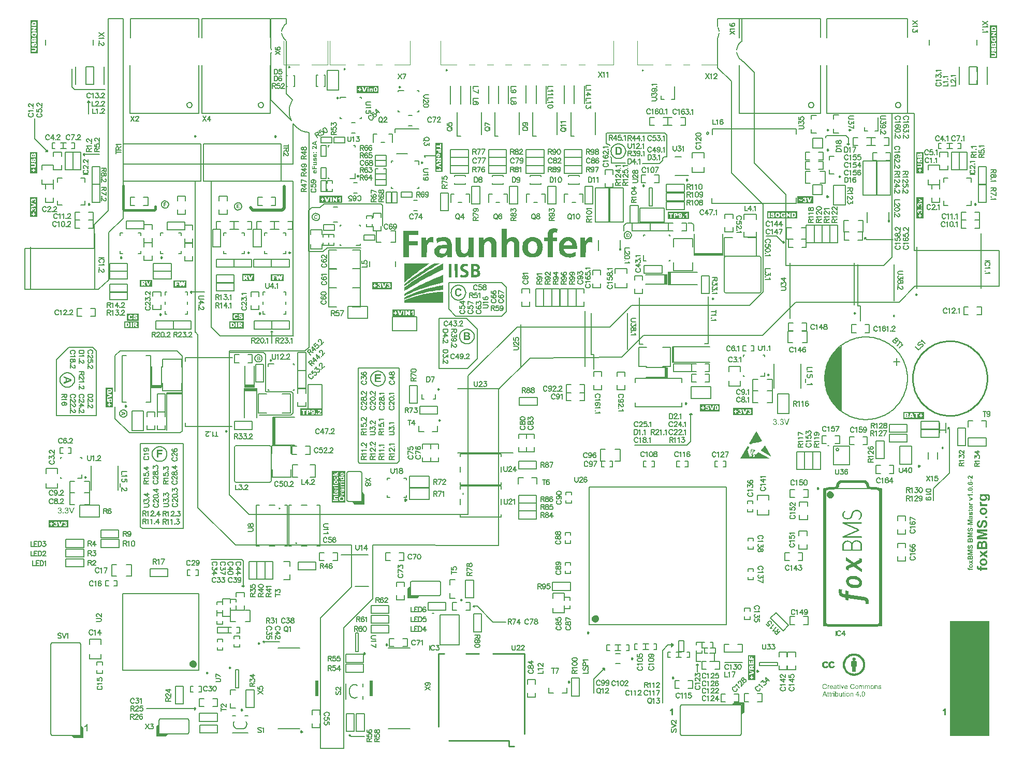
<source format=gto>
G04*
G04 #@! TF.GenerationSoftware,Altium Limited,Altium Designer,20.0.10 (225)*
G04*
G04 Layer_Color=65535*
%FSLAX25Y25*%
%MOIN*%
G70*
G01*
G75*
%ADD10C,0.00984*%
%ADD11C,0.02362*%
%ADD12C,0.00591*%
%ADD13C,0.00394*%
%ADD14C,0.00700*%
%ADD15C,0.00787*%
%ADD16C,0.01181*%
%ADD17C,0.01000*%
%ADD18C,0.01575*%
%ADD19C,0.00799*%
%ADD20C,0.00669*%
%ADD21C,0.01968*%
%ADD22C,0.00600*%
%ADD23C,0.00500*%
%ADD24C,0.00394*%
%ADD25R,0.01688X0.18110*%
%ADD26R,0.18110X0.01688*%
%ADD27R,0.01673X0.01476*%
%ADD28R,0.02000X0.10000*%
%ADD29R,0.10236X0.01732*%
%ADD30R,0.06800X0.02000*%
%ADD31R,0.01732X0.10236*%
%ADD32R,0.02000X0.06800*%
%ADD33R,0.08600X0.02000*%
%ADD34R,0.02000X0.08600*%
G36*
X301781Y330375D02*
X302359Y330225D01*
X302912Y329936D01*
X303296Y329692D01*
X303682Y329350D01*
X304229Y328609D01*
X304562Y327935D01*
X304740Y327294D01*
X304898Y326566D01*
X304928Y326221D01*
Y317613D01*
X301564Y317602D01*
X301569Y325360D01*
X301487Y325969D01*
X301350Y326477D01*
X301195Y326900D01*
X300966Y327230D01*
X300602Y327556D01*
X300133Y327767D01*
X299819Y327829D01*
X299255Y327830D01*
X298966Y327797D01*
X298530Y327629D01*
X298176Y327440D01*
X297900Y327207D01*
X297557Y326826D01*
X297290Y326378D01*
X297081Y325908D01*
X296944Y325365D01*
X296797Y324478D01*
X296764Y324294D01*
X296759Y317620D01*
X293414Y317609D01*
X293423Y330209D01*
X296603D01*
Y328587D01*
X296814Y328834D01*
X297256Y329319D01*
X298016Y329890D01*
X299049Y330291D01*
X299782Y330430D01*
X300174Y330484D01*
X301082Y330494D01*
X301781Y330375D01*
D02*
G37*
G36*
X264116Y330360D02*
Y326932D01*
X263599Y327180D01*
X262866Y327277D01*
X261879Y327180D01*
X261207Y326815D01*
X260746Y326314D01*
X260496Y325797D01*
X260299Y325087D01*
X260163Y324623D01*
X260065Y323643D01*
X260045Y317603D01*
X256680Y317614D01*
Y330208D01*
X259671Y330203D01*
X259684Y327641D01*
X259890Y328294D01*
X260388Y329032D01*
X261045Y329750D01*
X262041Y330309D01*
X262662Y330470D01*
X263560Y330510D01*
X264116Y330360D01*
D02*
G37*
G36*
X290199Y317616D02*
X287005Y317608D01*
X287010Y319206D01*
X286894Y319086D01*
X286174Y318427D01*
X285689Y318090D01*
X285085Y317766D01*
X284356Y317520D01*
X283732Y317373D01*
X283427Y317330D01*
X282377Y317337D01*
X281856Y317408D01*
X281259Y317584D01*
X280667Y317846D01*
X280200Y318164D01*
X279713Y318681D01*
X279221Y319490D01*
X278933Y320207D01*
X278736Y320918D01*
X278653Y321768D01*
X278649Y330209D01*
X282010D01*
X282024Y322600D01*
X282085Y322028D01*
X282306Y321095D01*
X282651Y320505D01*
X283135Y320168D01*
X283483Y320018D01*
X283880Y319977D01*
X284420Y319977D01*
X284858Y320059D01*
X285332Y320289D01*
X285778Y320605D01*
X286143Y321079D01*
X286454Y321693D01*
X286688Y322364D01*
X286770Y322993D01*
X286860Y323683D01*
Y330205D01*
X290193Y330213D01*
X290199Y317616D01*
D02*
G37*
G36*
X271325Y330468D02*
X271999Y330409D01*
X273247Y330171D01*
X274361Y329613D01*
X275178Y328854D01*
X275716Y327856D01*
X276013Y326723D01*
X276132Y325436D01*
X276137Y321088D01*
X276186Y319097D01*
X276286Y317618D01*
X273287Y317600D01*
X273165Y319371D01*
X272737Y318780D01*
X272021Y318123D01*
X271344Y317744D01*
X270523Y317419D01*
X270524Y317441D01*
X269714Y317318D01*
X268783D01*
X268148Y317418D01*
X267433Y317597D01*
X266677Y317956D01*
X266119Y318375D01*
X265482Y318973D01*
X265183Y319534D01*
X264943Y320074D01*
X264844Y320696D01*
X264864Y321571D01*
X265003Y322467D01*
X265324Y323230D01*
X265803Y323749D01*
X266338Y324286D01*
X267056Y324725D01*
X267988Y325063D01*
X269254Y325299D01*
X269552Y323121D01*
X268980Y322848D01*
X268597Y322584D01*
X268355Y322287D01*
X268158Y321907D01*
X268078Y321571D01*
X268098Y320987D01*
X268260Y320557D01*
X268500Y320268D01*
X268829Y320019D01*
X269556Y319829D01*
X270625Y319866D01*
X270625Y319866D01*
X270760Y319890D01*
X271210Y319986D01*
X271599Y320212D01*
X272097Y320608D01*
X272336Y320897D01*
X272711Y321520D01*
X272938Y322314D01*
X273005Y322600D01*
X273018Y323323D01*
X270948Y323316D01*
X270470Y323295D01*
X270018Y323212D01*
X269558Y323099D01*
X269256Y325290D01*
X270279Y325404D01*
X273056Y325424D01*
X272926Y326332D01*
X272734Y326946D01*
X272333Y327443D01*
X271564Y327867D01*
X270491Y327984D01*
X269306Y327905D01*
X268229Y327591D01*
X267205Y327093D01*
X266400Y326575D01*
X266277Y329493D01*
X266741Y329716D01*
X267552Y330013D01*
X268816Y330311D01*
X270042Y330488D01*
X271325Y330468D01*
D02*
G37*
G36*
X311496Y335844D02*
X311503Y328605D01*
X311891Y329073D01*
X312663Y329699D01*
X313519Y330152D01*
X314431Y330380D01*
X314993Y330480D01*
X315758Y330496D01*
X316182Y330436D01*
X316826Y330281D01*
X317375Y330082D01*
X317952Y329732D01*
X318253Y329476D01*
X318671Y329017D01*
X319292Y327928D01*
X319506Y327171D01*
X319604Y326634D01*
X319644Y326222D01*
X319669Y325787D01*
X319664Y317607D01*
X316300D01*
X316305Y324954D01*
X316237Y325825D01*
X316110Y326469D01*
X315874Y327000D01*
X315572Y327384D01*
X315200Y327642D01*
X314880Y327770D01*
X314546Y327838D01*
X313948Y327834D01*
X313516Y327718D01*
X313139Y327583D01*
X312777Y327326D01*
X312365Y326929D01*
X312078Y326519D01*
X311855Y325975D01*
X311660Y325402D01*
X311563Y324805D01*
X311514Y324302D01*
X311499Y317607D01*
X308130D01*
X308128Y335852D01*
X311496Y335844D01*
D02*
G37*
G36*
X254490Y334618D02*
X254495Y331843D01*
X248500Y331838D01*
X248492Y327791D01*
X254209Y327786D01*
Y325016D01*
X248492Y325007D01*
Y317607D01*
X245000Y317613D01*
Y334623D01*
X254490Y334618D01*
D02*
G37*
G36*
X285250Y313258D02*
X285865Y313144D01*
X286459Y312990D01*
X286316Y311442D01*
X285518Y311703D01*
X285067Y311799D01*
X284132Y311789D01*
X283744Y311569D01*
X283438Y311169D01*
X283387Y310628D01*
X283454Y310421D01*
X283789Y310071D01*
X284169Y309883D01*
X284816Y309603D01*
X285667Y309241D01*
X286302Y308760D01*
X286754Y308171D01*
X286945Y307470D01*
X286955Y306674D01*
X286815Y306102D01*
X286589Y305564D01*
X286204Y305128D01*
X285738Y304851D01*
X285047Y304552D01*
X284383Y304427D01*
X283253Y304432D01*
X282851Y304492D01*
X282208Y304615D01*
X281705Y304766D01*
X281847Y306410D01*
X282272Y306241D01*
X282487Y306114D01*
X282805Y306013D01*
X283199Y305925D01*
X283718Y305882D01*
X284078Y305902D01*
X284357Y305997D01*
X284656Y306126D01*
X284919Y306361D01*
X285110Y306678D01*
X285105Y307087D01*
X285055Y307297D01*
X284934Y307447D01*
X284649Y307708D01*
X284188Y307951D01*
X283690Y308151D01*
X283048Y308439D01*
X282515Y308763D01*
X281975Y309244D01*
X281722Y309674D01*
X281546Y310180D01*
X281556Y311010D01*
X281616Y311457D01*
X281823Y311966D01*
X282214Y312504D01*
X282687Y312873D01*
X283327Y313123D01*
X283985Y313258D01*
X284989Y313273D01*
X285250Y313258D01*
D02*
G37*
G36*
X292231Y313116D02*
X292952Y312932D01*
X293636Y312532D01*
X293980Y312001D01*
X294193Y311221D01*
Y310622D01*
X294036Y310050D01*
X293636Y309506D01*
X293095Y309150D01*
X292771Y309044D01*
X293004Y309006D01*
X293559Y308764D01*
X294073Y308335D01*
X294373Y307733D01*
X294487Y306922D01*
X294260Y305869D01*
X293548Y305085D01*
X292460Y304660D01*
X291839Y304589D01*
X290443Y304583D01*
X290482Y306054D01*
X291619D01*
X291986Y306190D01*
X292335Y306338D01*
X292545Y306574D01*
X292662Y306837D01*
Y307486D01*
X292598Y307653D01*
X292425Y307920D01*
X292048Y308204D01*
X291675Y308351D01*
X290607Y308329D01*
X290522Y309726D01*
X290606Y308329D01*
X290607Y308329D01*
X290608Y308320D01*
X290352Y308315D01*
X290338Y306046D01*
X290482D01*
X290442Y304574D01*
X288597Y304567D01*
X288583Y313138D01*
X291243Y313152D01*
X292231Y313116D01*
D02*
G37*
G36*
X275984Y304564D02*
X274188Y304569D01*
X274193Y313131D01*
X275989D01*
X275984Y304564D01*
D02*
G37*
G36*
X279784Y304564D02*
X278057Y304574D01*
X278052Y313131D01*
X279784D01*
Y304564D01*
D02*
G37*
G36*
X261732Y313518D02*
X261153Y313122D01*
X260714Y312826D01*
X260120Y312402D01*
X259392Y311895D01*
X258582Y311305D01*
X257544Y310575D01*
X256449Y309768D01*
X255505Y309069D01*
X254335Y308192D01*
X253160Y307315D01*
X252428Y306749D01*
X251720Y306207D01*
X251066Y305686D01*
X250230Y305016D01*
X249447Y304424D01*
X248790Y303893D01*
X248117Y303346D01*
X247321Y302696D01*
X246580Y302066D01*
X245817Y301415D01*
X245430Y301103D01*
X245420Y313528D01*
X261732Y313518D01*
D02*
G37*
G36*
X268395Y313501D02*
X266644Y312549D01*
X265304Y311749D01*
X263900Y310920D01*
X262892Y310321D01*
X261793Y309680D01*
X260912Y309117D01*
X259910Y308503D01*
X258416Y307583D01*
X257102Y306748D01*
X255963Y305989D01*
X254871Y305271D01*
X253994Y304707D01*
X253412Y304290D01*
X252680Y303815D01*
X252098Y303405D01*
X251499Y303001D01*
X250797Y302506D01*
X250130Y302073D01*
X249680Y301741D01*
X249178Y301364D01*
X248545Y300932D01*
X247906Y300466D01*
X247385Y300076D01*
X246619Y299518D01*
X246007Y299093D01*
X245697Y298823D01*
X245412Y298608D01*
X245427Y300210D01*
X245794Y300504D01*
X246211Y300831D01*
X246782Y301271D01*
X247256Y301613D01*
X247992Y302176D01*
X248833Y302817D01*
X249681Y303451D01*
X250475Y304036D01*
X251448Y304754D01*
X252526Y305542D01*
X253396Y306148D01*
X254397Y306838D01*
X255767Y307771D01*
X257075Y308636D01*
X258243Y309409D01*
X259362Y310133D01*
X260426Y310823D01*
X261331Y311388D01*
X263632Y312817D01*
X264825Y313533D01*
X268395Y313501D01*
D02*
G37*
G36*
X270650Y309637D02*
X269586Y309171D01*
X268291Y308522D01*
X266766Y307783D01*
X264299Y306552D01*
X262491Y305597D01*
X260820Y304691D01*
X259522Y303992D01*
X257851Y303076D01*
X255855Y301992D01*
X254589Y301244D01*
X252760Y300160D01*
X251059Y299165D01*
X249388Y298140D01*
X247491Y296959D01*
X245997Y296003D01*
X245429Y295604D01*
X245418Y298100D01*
X247150Y299317D01*
X248606Y300302D01*
X250622Y301671D01*
X252914Y303169D01*
X255008Y304509D01*
X257231Y305908D01*
X259197Y307111D01*
X261037Y308205D01*
X263515Y309653D01*
X267449Y311841D01*
X269220Y312797D01*
X270640Y313525D01*
X270650Y309637D01*
D02*
G37*
G36*
Y301185D02*
X269853Y301040D01*
X269208Y300874D01*
X267998Y300587D01*
X266641Y300253D01*
X265265Y299888D01*
X263888Y299523D01*
X262090Y299001D01*
X260764Y298607D01*
X259418Y298174D01*
X257786Y297642D01*
X256175Y297081D01*
X254513Y296490D01*
X253463Y296067D01*
X252774Y295800D01*
X251684Y295348D01*
X250396Y294816D01*
X249197Y294314D01*
X248077Y293793D01*
X247113Y293359D01*
X246111Y292877D01*
X245429Y292514D01*
Y293808D01*
X247656Y295083D01*
X249663Y296266D01*
X252692Y297882D01*
X255504Y299330D01*
X257757Y300513D01*
X259607Y301342D01*
X261641Y302297D01*
X264316Y303539D01*
X266539Y304514D01*
X268496Y305322D01*
X270640Y306197D01*
X270650Y301185D01*
D02*
G37*
G36*
X270660Y296491D02*
X269650Y296428D01*
X268070Y296241D01*
X266339Y296064D01*
X264887Y295838D01*
X263579Y295631D01*
X262017Y295345D01*
X260229Y295000D01*
X258509Y294626D01*
X256830Y294184D01*
X255355Y293790D01*
X254215Y293455D01*
X252731Y293012D01*
X250875Y292373D01*
X249695Y291959D01*
X248634Y291565D01*
X247711Y291162D01*
X246620Y290728D01*
X246012Y290454D01*
X245420Y290185D01*
X245430Y291635D01*
X246137Y291973D01*
X247298Y292496D01*
X248861Y293176D01*
X250652Y293916D01*
X253495Y295010D01*
X255473Y295681D01*
X257657Y296351D01*
X259939Y297050D01*
X262486Y297730D01*
X264523Y298233D01*
X266835Y298745D01*
X268802Y299129D01*
X270671Y299475D01*
X270660Y296491D01*
D02*
G37*
G36*
X270681Y288114D02*
X245409Y288095D01*
Y289675D01*
X246581Y290181D01*
X249357Y291246D01*
X252328Y292212D01*
X255771Y293139D01*
X258310Y293710D01*
X260711Y294163D01*
X265000Y294775D01*
X268366Y295110D01*
X270641Y295231D01*
X270681Y288114D01*
D02*
G37*
G36*
X219614Y164491D02*
Y158586D01*
X219614Y158586D01*
X219614Y158586D01*
X213708D01*
X212527Y159767D01*
X218432D01*
Y165673D01*
X219614Y164491D01*
D02*
G37*
G36*
X249125Y99192D02*
X255030D01*
X253849Y98011D01*
X247944D01*
X247944Y98011D01*
X247944Y98011D01*
Y103917D01*
X249125Y105098D01*
Y99192D01*
D02*
G37*
G36*
X87243Y10376D02*
X93149D01*
X91967Y9195D01*
X86062D01*
X86062Y9195D01*
X86062Y9195D01*
Y15101D01*
X87243Y16282D01*
Y10376D01*
D02*
G37*
G36*
X38681Y14094D02*
Y8189D01*
X38680Y8189D01*
X38680Y8189D01*
X32775D01*
X31594Y9370D01*
X37499D01*
Y15275D01*
X38681Y14094D01*
D02*
G37*
G36*
X342583Y336129D02*
X343120Y336066D01*
X343671Y335989D01*
X344245Y335890D01*
X343986Y333046D01*
X343831Y333070D01*
X343467Y333336D01*
X342866Y333479D01*
X342500Y333507D01*
X342193Y333472D01*
X341828Y333339D01*
X341486Y332984D01*
X341325Y332671D01*
X341209Y332314D01*
X341175Y331990D01*
X341168Y330208D01*
X343998D01*
X343991Y327677D01*
X341154Y327691D01*
X341161Y317597D01*
X337786Y317619D01*
X337800Y327671D01*
X335407Y327699D01*
X335423Y330210D01*
X337801Y330203D01*
X337808Y332358D01*
X337879Y332795D01*
X338096Y333680D01*
X338483Y334491D01*
X338928Y335071D01*
X339597Y335600D01*
X340338Y335953D01*
X341182Y336101D01*
X341987Y336151D01*
X342583Y336129D01*
D02*
G37*
G36*
X329022Y330430D02*
X330111Y330232D01*
X331181Y329835D01*
X332272Y329199D01*
X333085Y328424D01*
X333621Y327708D01*
X334175Y326638D01*
X334493Y325823D01*
X334692Y324653D01*
X334731Y324077D01*
X334692Y323205D01*
X334553Y322194D01*
X334295Y321281D01*
X333859Y320309D01*
X333402Y319652D01*
X332650Y318879D01*
X331915Y318282D01*
X330824Y317765D01*
X329656Y317428D01*
X328764Y317329D01*
X327479D01*
X326489Y317467D01*
X325262Y317825D01*
X324409Y318282D01*
X323635Y318818D01*
X322861Y319654D01*
X322364Y320430D01*
X321948Y321481D01*
X321691Y322433D01*
X321572Y323386D01*
X321592Y324535D01*
X321731Y325606D01*
X322049Y326660D01*
X322664Y327693D01*
X323416Y328646D01*
X324368Y329420D01*
X325180Y329877D01*
X326093Y330235D01*
X326884Y330374D01*
X327279Y330453D01*
X327776Y330509D01*
X327864Y327882D01*
X327780Y330510D01*
X327776Y330509D01*
X327776Y330514D01*
X329022Y330430D01*
D02*
G37*
G36*
X366076Y330488D02*
X366489Y330314D01*
X366529Y326894D01*
X366189Y327040D01*
X365648Y327197D01*
X364733Y327275D01*
X363866Y327024D01*
X363233Y326525D01*
X362907Y325910D01*
X362633Y325126D01*
X362478Y324504D01*
X362399Y323246D01*
X362379Y317620D01*
X359015D01*
X359013Y330175D01*
X362003Y330154D01*
X362039Y327693D01*
X362144Y327977D01*
X362479Y328629D01*
X362779Y329209D01*
X363519Y329830D01*
X364294Y330249D01*
X364974Y330469D01*
X365711Y330508D01*
X366076Y330488D01*
D02*
G37*
G36*
X353094Y330194D02*
X354261Y329660D01*
X355426Y328604D01*
X356184Y327282D01*
X356576Y325866D01*
X356799Y324286D01*
X356842Y322825D01*
X352435Y322817D01*
X352436Y322836D01*
X352435Y322814D01*
X348245Y322809D01*
X348288Y322617D01*
X348370Y322147D01*
X348549Y321693D01*
X348727Y321268D01*
X349039Y320901D01*
X349466Y320487D01*
X349985Y320159D01*
X350555Y319954D01*
X351159Y319856D01*
X352376Y319856D01*
X353122Y319953D01*
X353783Y320118D01*
X354528Y320409D01*
X354974Y320646D01*
X355530Y320925D01*
X355866Y321102D01*
X355909Y318329D01*
X355436Y318077D01*
X354818Y317795D01*
X354091Y317613D01*
X353379Y317431D01*
X352343Y317305D01*
X351004Y317334D01*
X350625Y317348D01*
X349703Y317515D01*
X348891Y317712D01*
X348176Y318007D01*
X347460Y318401D01*
X346688Y319063D01*
X346001Y319934D01*
X345482Y320947D01*
X345160Y322251D01*
X345062Y323010D01*
X345131Y324967D01*
X345229Y325795D01*
X345537Y326863D01*
X346112Y328028D01*
X346744Y328759D01*
X347487Y329462D01*
X348821Y330180D01*
X350336Y330433D01*
X351790D01*
X353094Y330194D01*
D02*
G37*
G36*
X527083Y218149D02*
X525831Y219057D01*
X523559Y221153D01*
X521549Y223502D01*
X519829Y226072D01*
X518424Y228826D01*
X517352Y231727D01*
X516630Y234733D01*
X516266Y237803D01*
Y240895D01*
X516630Y243966D01*
X517352Y246972D01*
X518424Y249872D01*
X519829Y252626D01*
X521549Y255196D01*
X523559Y257545D01*
X525831Y259642D01*
X527083Y260549D01*
Y218149D01*
D02*
G37*
G36*
X472308Y205558D02*
X472320Y205551D01*
X472324Y205544D01*
X475925Y199299D01*
X475925Y199299D01*
X475926Y199297D01*
X475927Y199294D01*
X475928Y199291D01*
X475928Y199287D01*
Y199285D01*
Y199282D01*
X475927Y199276D01*
X475924Y199270D01*
X475919Y199265D01*
X475917Y199263D01*
X475878Y199237D01*
X475878D01*
X475878Y199237D01*
X475878Y199237D01*
X475861Y199226D01*
X475828Y199204D01*
X475795Y199182D01*
X475761Y199161D01*
X475744Y199150D01*
X475744Y199150D01*
X475732Y199142D01*
X475706Y199126D01*
X475680Y199111D01*
X475655Y199095D01*
X475642Y199087D01*
Y199087D01*
X475631Y199081D01*
X475609Y199068D01*
X475587Y199055D01*
X475565Y199042D01*
X475554Y199036D01*
X475554D01*
X475554Y199036D01*
X475475Y198990D01*
X475475D01*
X475475Y198990D01*
X475475Y198990D01*
X475474Y198990D01*
X475474Y198990D01*
X475474Y198990D01*
X475474Y198990D01*
X475474Y198990D01*
D01*
X475474D01*
X475474Y198990D01*
X475474Y198990D01*
X475474Y198990D01*
X475403Y198951D01*
X475402Y198951D01*
Y198951D01*
X475402Y198951D01*
X475402Y198951D01*
X475402Y198951D01*
X475402Y198951D01*
X475402Y198951D01*
X475331Y198913D01*
Y198913D01*
X475330Y198913D01*
X475330Y198913D01*
X475330Y198913D01*
X475330Y198913D01*
X475330Y198913D01*
X475330Y198913D01*
X475330Y198912D01*
X475330Y198912D01*
X475266Y198880D01*
X475266Y198879D01*
Y198879D01*
X475265Y198879D01*
X475201Y198847D01*
X475201Y198847D01*
X475201Y198847D01*
X475201Y198847D01*
X475201Y198847D01*
X475201Y198847D01*
X475201Y198847D01*
X475201Y198847D01*
X475201Y198847D01*
X475144Y198820D01*
X475144Y198820D01*
Y198820D01*
X475144Y198819D01*
X475087Y198793D01*
X475087D01*
X475087Y198793D01*
X475031Y198767D01*
X475031D01*
X475030Y198767D01*
X474982Y198745D01*
X474981Y198744D01*
X474981Y198744D01*
X474933Y198723D01*
X474933D01*
X474933Y198723D01*
X474933Y198723D01*
X474933Y198723D01*
X474932Y198723D01*
X474932Y198723D01*
X474884Y198702D01*
X474884D01*
X474883Y198702D01*
X474835Y198681D01*
X474835D01*
X474834Y198681D01*
X474834Y198681D01*
X474834Y198681D01*
X474834Y198681D01*
X474834Y198681D01*
X474786Y198661D01*
X474785Y198661D01*
X474744Y198645D01*
X474744D01*
X474744Y198645D01*
X474703Y198628D01*
X474703D01*
X474703Y198628D01*
X474662Y198612D01*
X474662D01*
X474662Y198612D01*
X474662Y198612D01*
X474662Y198612D01*
X474662Y198612D01*
X474662Y198612D01*
X474621Y198597D01*
Y198597D01*
X474621Y198597D01*
X474621Y198597D01*
X474621Y198597D01*
X474621Y198597D01*
X474621Y198597D01*
X474580Y198582D01*
X474580D01*
X474580Y198582D01*
X474539Y198566D01*
X474539D01*
X474539Y198566D01*
X474539Y198566D01*
X474539Y198566D01*
X474538Y198566D01*
X474538Y198566D01*
X474498Y198552D01*
X474498Y198552D01*
Y198552D01*
X474498Y198552D01*
X474497Y198552D01*
X474497Y198551D01*
X474497Y198551D01*
X474497Y198551D01*
X474457Y198537D01*
X474457Y198537D01*
X474457Y198537D01*
X474457Y198537D01*
X474456Y198537D01*
X474456Y198537D01*
X474456Y198537D01*
X474415Y198523D01*
X474415D01*
X474415Y198523D01*
X474382Y198512D01*
X474382Y198512D01*
Y198512D01*
X474382Y198512D01*
X474382Y198512D01*
X474382Y198512D01*
X474382Y198512D01*
X474381Y198512D01*
X474349Y198501D01*
X474349Y198501D01*
X474349Y198501D01*
X474349Y198501D01*
X474349Y198501D01*
X474349Y198501D01*
X474316Y198490D01*
X474316D01*
X474316Y198490D01*
X474283Y198479D01*
X474283D01*
X474282Y198479D01*
X474250Y198469D01*
X474250Y198469D01*
X474250Y198469D01*
X474250Y198469D01*
X474250Y198468D01*
X474250Y198468D01*
X474250Y198468D01*
X474217Y198458D01*
X474217D01*
X474217Y198458D01*
X474184Y198448D01*
X474184D01*
X474184Y198448D01*
X474151Y198438D01*
X474151Y198438D01*
X474150Y198438D01*
X474118Y198428D01*
X474118Y198428D01*
X474118Y198428D01*
X474118Y198428D01*
X474118Y198428D01*
X474118Y198428D01*
X474118Y198428D01*
X474117Y198428D01*
X474085Y198418D01*
X474085Y198418D01*
Y198418D01*
X474084Y198418D01*
X474084Y198418D01*
X474084Y198418D01*
X474084Y198418D01*
X474084Y198418D01*
X474052Y198408D01*
X474051Y198408D01*
Y198408D01*
X474051Y198408D01*
X474019Y198399D01*
X474019D01*
X474018Y198399D01*
X473985Y198390D01*
X473985D01*
X473985Y198390D01*
X473985Y198390D01*
X473985Y198389D01*
X473985Y198389D01*
X473985Y198389D01*
X473953Y198381D01*
X473952Y198380D01*
X473952Y198380D01*
X473952Y198380D01*
X473952Y198380D01*
X473952Y198380D01*
X473952Y198380D01*
X473919Y198372D01*
X473919D01*
X473919Y198371D01*
X473886Y198363D01*
X473886D01*
X473886Y198362D01*
X473853Y198354D01*
X473853D01*
X473853Y198354D01*
X473828Y198347D01*
X473828D01*
X473828Y198347D01*
X473803Y198341D01*
X473803D01*
X473803Y198341D01*
X473803Y198341D01*
X473803Y198341D01*
X473803Y198341D01*
X473803Y198341D01*
X473779Y198335D01*
X473779Y198335D01*
Y198335D01*
X473778Y198334D01*
X473754Y198328D01*
X473754Y198328D01*
Y198328D01*
X473754D01*
X473754Y198328D01*
X473754Y198328D01*
X473754Y198328D01*
X473753Y198328D01*
X473729Y198322D01*
X473729Y198322D01*
Y198322D01*
X473728Y198322D01*
X473705Y198316D01*
X473704Y198316D01*
Y198316D01*
X473704Y198316D01*
X473680Y198310D01*
X473680Y198310D01*
X473680Y198310D01*
X473680Y198310D01*
X473680Y198310D01*
X473679Y198310D01*
X473679Y198310D01*
X473655Y198304D01*
X473655D01*
X473655Y198304D01*
X473630Y198298D01*
X473630D01*
X473630Y198298D01*
X473630Y198298D01*
X473630Y198298D01*
X473630Y198298D01*
X473630Y198298D01*
X473606Y198292D01*
X473605Y198292D01*
X473581Y198286D01*
X473581D01*
X473581Y198286D01*
X473580Y198286D01*
X473580Y198286D01*
X473580Y198286D01*
X473580Y198286D01*
X473556Y198281D01*
X473556Y198281D01*
X473531Y198275D01*
X473531D01*
X473531Y198275D01*
X473531Y198275D01*
X473531Y198275D01*
X473531Y198275D01*
X473531Y198275D01*
X473507Y198269D01*
X473506Y198269D01*
X473506Y198269D01*
X473506Y198269D01*
X473506Y198269D01*
X473506Y198269D01*
X473482Y198264D01*
Y198264D01*
X473482Y198264D01*
X473482Y198264D01*
X473457Y198258D01*
X473457D01*
X473457Y198258D01*
X473432Y198253D01*
Y198253D01*
X473432Y198253D01*
X473408Y198248D01*
X473408D01*
X473408Y198248D01*
X473383Y198243D01*
X473383D01*
X473383Y198242D01*
X473358Y198237D01*
X473358D01*
X473358Y198237D01*
X473358Y198237D01*
X473358Y198237D01*
X473358Y198237D01*
X473358Y198237D01*
X473334Y198232D01*
X473334Y198232D01*
Y198232D01*
X473333Y198232D01*
X473310Y198227D01*
X473310Y198227D01*
X473309Y198227D01*
X473285Y198222D01*
X473285D01*
X473284Y198222D01*
X473260Y198217D01*
X473260D01*
X473260Y198217D01*
X473236Y198212D01*
X473236D01*
X473235Y198212D01*
X473211Y198207D01*
X473211D01*
X473211Y198207D01*
X473186Y198203D01*
X473186D01*
Y198203D01*
X473186D01*
Y198203D01*
X473162Y198198D01*
X473162Y198198D01*
X473146Y198195D01*
X473145D01*
X473145Y198195D01*
X473130Y198192D01*
X473129Y198192D01*
Y198192D01*
X473129Y198192D01*
X473113Y198189D01*
Y198189D01*
X473113Y198189D01*
X473113Y198189D01*
X473113Y198189D01*
X473113Y198189D01*
X473113Y198189D01*
X473112Y198188D01*
X473097Y198186D01*
X473097Y198186D01*
Y198186D01*
X473096Y198185D01*
X473081Y198183D01*
Y198183D01*
X473081Y198183D01*
X473081Y198183D01*
X473080Y198182D01*
X473080Y198182D01*
X473080Y198182D01*
X473064Y198179D01*
X473064D01*
X473064Y198179D01*
X473048Y198177D01*
X473048D01*
X473047Y198177D01*
X473032Y198174D01*
Y198174D01*
X473031Y198173D01*
X473015Y198171D01*
X473015D01*
X472999Y198168D01*
X472999D01*
X472999Y198168D01*
X472983Y198165D01*
X472983D01*
X472982Y198165D01*
X472967Y198162D01*
X472967D01*
X472966Y198162D01*
X472950Y198159D01*
X472950D01*
X472950Y198159D01*
X472950Y198159D01*
X472950Y198159D01*
X472950Y198159D01*
X472950D01*
X472934Y198156D01*
Y198156D01*
X472934Y198156D01*
X472918Y198153D01*
X472918D01*
X472918Y198153D01*
X472918Y198153D01*
X472918Y198153D01*
X472917Y198153D01*
X472917Y198153D01*
X472902Y198151D01*
X472902Y198151D01*
X472885Y198148D01*
X472885D01*
X472885Y198148D01*
X472885Y198148D01*
X472885Y198148D01*
X472885Y198148D01*
X472885Y198148D01*
X472870Y198145D01*
X472869Y198145D01*
X472853Y198142D01*
X472853D01*
X472853Y198142D01*
X472837Y198140D01*
X472837Y198140D01*
X472821Y198137D01*
X472821D01*
X472821Y198137D01*
X472805Y198134D01*
Y198134D01*
X472805Y198134D01*
X472788Y198132D01*
X472788D01*
X472788Y198132D01*
X472773Y198129D01*
X472772Y198129D01*
Y198129D01*
X472772D01*
X472772Y198129D01*
X472772Y198129D01*
X472772Y198129D01*
X472772Y198129D01*
X472757Y198126D01*
X472756Y198126D01*
X472740Y198124D01*
X472740D01*
X472740Y198124D01*
X472724Y198121D01*
Y198121D01*
X472724D01*
X472724Y198121D01*
X472724Y198121D01*
X472724Y198121D01*
X472724Y198121D01*
X472724Y198121D01*
X472709Y198118D01*
X472708Y198118D01*
Y198118D01*
X472708D01*
X472708Y198118D01*
X472708Y198118D01*
X472708Y198118D01*
X472708Y198118D01*
X472692Y198116D01*
X472692Y198116D01*
Y198116D01*
X472692D01*
X472692Y198116D01*
X472692Y198116D01*
X472692Y198116D01*
X472692Y198116D01*
X472676Y198113D01*
X472676Y198113D01*
X472660Y198111D01*
X472660D01*
X472644Y198108D01*
X472644D01*
X472644Y198108D01*
X472644Y198108D01*
X472644Y198108D01*
X472644Y198108D01*
X472644Y198108D01*
X472628Y198106D01*
X472628Y198106D01*
X472612Y198103D01*
X472612D01*
X472612Y198103D01*
X472596Y198101D01*
X472596Y198101D01*
Y198101D01*
X472595Y198101D01*
X472580Y198099D01*
X472580Y198099D01*
X472580Y198099D01*
X472580Y198099D01*
X472580Y198099D01*
X472580Y198099D01*
X472580Y198098D01*
X472564Y198096D01*
X472564D01*
X472564Y198096D01*
X472548Y198094D01*
X472548Y198094D01*
Y198094D01*
X472548D01*
X472548Y198094D01*
X472548Y198094D01*
X472548Y198093D01*
X472548Y198093D01*
X472533Y198091D01*
Y198091D01*
X472532Y198091D01*
X472516Y198089D01*
X472516D01*
X472500Y198086D01*
X472500D01*
X472500Y198086D01*
X472485Y198084D01*
X472485Y198084D01*
X472484Y198084D01*
X472476Y198083D01*
X472469Y198082D01*
X472461Y198081D01*
X472453Y198079D01*
X472453D01*
X472445Y198078D01*
X472445D01*
X472444Y198078D01*
X472437Y198077D01*
X472437D01*
X472437Y198077D01*
X472437Y198077D01*
X472437Y198077D01*
X472437Y198077D01*
X472437D01*
X472429Y198076D01*
X472429D01*
X472429Y198076D01*
X472429Y198076D01*
X472429Y198076D01*
X472429Y198076D01*
X472429D01*
X472421Y198075D01*
Y198075D01*
X472421D01*
X472421Y198075D01*
X472421Y198075D01*
X472421Y198075D01*
X472421Y198075D01*
X472421Y198075D01*
X472414Y198074D01*
X472413Y198074D01*
X472413Y198074D01*
X472413Y198074D01*
X472413Y198074D01*
X472413Y198074D01*
X472405Y198073D01*
X472405D01*
X472397Y198071D01*
X472397D01*
X472389Y198070D01*
X472389D01*
X472381Y198069D01*
X472381D01*
X472381Y198069D01*
X472374Y198068D01*
X472373Y198068D01*
X472366Y198067D01*
X472365Y198067D01*
X472358Y198066D01*
X472358Y198066D01*
X472350Y198064D01*
X472342Y198063D01*
X472342Y198063D01*
X472342Y198063D01*
X472335Y198062D01*
X472334Y198062D01*
X472326Y198061D01*
X472326D01*
X472318Y198060D01*
X472311Y198059D01*
X472303Y198058D01*
X472303D01*
X472302Y198058D01*
X472295Y198057D01*
X472294Y198057D01*
X472287Y198056D01*
X472287Y198056D01*
X472280Y198055D01*
X472280Y198055D01*
X472280Y198055D01*
X472279Y198055D01*
X472279Y198055D01*
X472279Y198055D01*
X472279Y198055D01*
X472279Y198055D01*
X472272Y198054D01*
X472272Y198054D01*
X472271Y198053D01*
X472248Y198050D01*
X472248D01*
X472240Y198049D01*
X472240D01*
X472240Y198049D01*
X472240D01*
X472240Y198049D01*
X472240D01*
X472232Y198048D01*
X472232D01*
X472232Y198048D01*
X472224Y198047D01*
X472224D01*
X472224Y198047D01*
X472224D01*
X472224Y198047D01*
X472224D01*
X472217Y198046D01*
X472217Y198046D01*
Y198046D01*
X472216Y198046D01*
X472209Y198045D01*
X472209D01*
X472209Y198045D01*
X472209Y198045D01*
X472209Y198045D01*
X472209Y198045D01*
X472209Y198045D01*
X472209D01*
X472201Y198044D01*
X472201Y198044D01*
Y198044D01*
X472201D01*
X472201Y198044D01*
X472201Y198044D01*
X472200Y198044D01*
X472200Y198044D01*
X472194Y198043D01*
X472193Y198043D01*
X472186Y198042D01*
X472185Y198041D01*
Y198041D01*
X472185Y198041D01*
X472185Y198041D01*
X472185Y198041D01*
X472185Y198041D01*
X472185Y198041D01*
X472178Y198040D01*
X472178D01*
X472178Y198040D01*
X472170Y198039D01*
X472170D01*
X472170Y198039D01*
X472170Y198039D01*
X472169Y198039D01*
X472169Y198039D01*
X472169Y198039D01*
X472162Y198038D01*
X472162Y198038D01*
X472146Y198036D01*
X472139Y198035D01*
X472139D01*
X472139Y198035D01*
X472139Y198035D01*
X472138D01*
X472138Y198035D01*
X472138Y198035D01*
X472131Y198034D01*
X472131Y198034D01*
X472131Y198034D01*
X472123Y198033D01*
X472123Y198033D01*
X472115Y198032D01*
X472115D01*
X472115Y198032D01*
X472108Y198031D01*
X472108Y198031D01*
X472100Y198030D01*
X472092Y198029D01*
X472092D01*
X472092Y198029D01*
X472092Y198029D01*
X472092Y198029D01*
X472092Y198029D01*
X472092D01*
X472085Y198028D01*
X472084Y198028D01*
Y198028D01*
X472084Y198028D01*
X472084Y198028D01*
X472084Y198028D01*
X472084Y198028D01*
X472084D01*
X472077Y198027D01*
X472076Y198027D01*
X472069Y198026D01*
X472069D01*
X472069Y198026D01*
X472069Y198026D01*
X472069Y198026D01*
X472069Y198026D01*
X472069Y198026D01*
X472068Y198026D01*
X472061Y198025D01*
X472061D01*
X472061Y198025D01*
X472061Y198025D01*
X472061Y198025D01*
X472061Y198025D01*
X472061Y198025D01*
X472061Y198025D01*
X472054Y198024D01*
X472054Y198024D01*
X472053Y198024D01*
X472038Y198022D01*
X472038Y198022D01*
X472038Y198021D01*
X472031Y198021D01*
Y198021D01*
X472030Y198021D01*
X472022Y198020D01*
X472022D01*
X472022Y198020D01*
X472015Y198019D01*
X472015D01*
X472015Y198019D01*
X472007Y198017D01*
X472007D01*
X472007Y198017D01*
X472007Y198017D01*
X472007D01*
X472007Y198017D01*
X472000Y198016D01*
X471999Y198016D01*
X471992Y198015D01*
X471992D01*
X471969Y198012D01*
X471961Y198011D01*
X471961D01*
X471960Y198011D01*
X471954Y198010D01*
X471954D01*
X471953Y198010D01*
X471946Y198009D01*
X471946D01*
X471945Y198009D01*
X471938Y198008D01*
X471938D01*
X471938Y198008D01*
X471930Y198007D01*
X471930D01*
X471930Y198007D01*
X471923Y198006D01*
X471923D01*
X471923Y198006D01*
X471923Y198006D01*
X471923Y198006D01*
X471923Y198006D01*
X471923Y198006D01*
X471923D01*
X471922Y198006D01*
X471922Y198006D01*
X471922Y198006D01*
X471922Y198006D01*
X471915Y198005D01*
X471915Y198005D01*
Y198005D01*
X471915D01*
X471915Y198005D01*
X471915Y198005D01*
X471915Y198005D01*
X471915Y198005D01*
X471908Y198004D01*
X471907Y198004D01*
X471900Y198003D01*
X471900Y198003D01*
X471900Y198003D01*
X471892Y198002D01*
X471892Y198002D01*
X471885Y198001D01*
X471884Y198001D01*
Y198001D01*
X471884D01*
X471884Y198001D01*
X471884Y198001D01*
X471884Y198001D01*
X471884Y198001D01*
X471877Y198000D01*
X471876Y198000D01*
X471870Y197999D01*
X471870D01*
X471870Y197999D01*
X471870Y197999D01*
X471869Y197999D01*
X471869Y197999D01*
X471869D01*
X471862Y197998D01*
X471862D01*
X471861Y197998D01*
X471854Y197997D01*
X471854D01*
X471854Y197997D01*
X471854Y197997D01*
X471854Y197997D01*
X471854Y197997D01*
X471854Y197997D01*
X471854Y197997D01*
X471847Y197996D01*
X471846Y197996D01*
X471846Y197996D01*
X471839Y197995D01*
X471838Y197995D01*
X471832Y197994D01*
X471831Y197994D01*
X471824Y197993D01*
X471824Y197993D01*
X471823Y197993D01*
X471816Y197992D01*
X471816Y197992D01*
X471816Y197992D01*
X471816Y197992D01*
X471816Y197992D01*
X471816Y197992D01*
X471816Y197992D01*
X471809Y197991D01*
X471808Y197991D01*
X471801Y197990D01*
X471801Y197990D01*
X471801Y197990D01*
X471794Y197989D01*
X471794D01*
X471793Y197989D01*
X471786Y197988D01*
X471786Y197988D01*
X471786Y197988D01*
X471778Y197987D01*
X471778Y197987D01*
X471771Y197986D01*
X471771Y197986D01*
X471770Y197986D01*
X471764Y197985D01*
X471764D01*
X471764Y197985D01*
X471763Y197985D01*
X471763Y197985D01*
X471763Y197985D01*
X471763Y197985D01*
X471756Y197984D01*
X471756D01*
X471756Y197984D01*
X471755Y197984D01*
X471756Y197984D01*
X471756Y197984D01*
X471755Y197984D01*
X471755Y197984D01*
X471755Y197984D01*
X471755Y197984D01*
X471748Y197983D01*
X471748Y197983D01*
X471741Y197982D01*
X471740Y197982D01*
X471734Y197981D01*
X471733Y197981D01*
Y197981D01*
X471733Y197981D01*
X471733Y197981D01*
X471733Y197981D01*
X471733Y197981D01*
X471733Y197981D01*
X471726Y197980D01*
X471725Y197980D01*
X471718Y197979D01*
X471718Y197979D01*
X471718Y197979D01*
X471718Y197979D01*
X471718Y197979D01*
X471718Y197979D01*
X471718D01*
X471718Y197979D01*
X471718Y197979D01*
X471718Y197979D01*
X471718Y197979D01*
X471711Y197978D01*
X471710Y197978D01*
X471710Y197978D01*
X471703Y197977D01*
X471703Y197977D01*
Y197977D01*
X471703D01*
X471703Y197977D01*
X471703Y197977D01*
X471703Y197977D01*
X471703Y197977D01*
X471696Y197976D01*
X471695Y197976D01*
X471688Y197975D01*
X471688D01*
X471688Y197975D01*
X471680Y197974D01*
X471680Y197974D01*
X471680Y197974D01*
X471673Y197973D01*
X471673Y197973D01*
Y197973D01*
X471673D01*
X471673Y197973D01*
X471673Y197973D01*
X471673Y197973D01*
X471673Y197973D01*
X471666Y197972D01*
X471665Y197972D01*
Y197972D01*
X471665D01*
X471665Y197972D01*
X471665D01*
X471665Y197972D01*
X471658Y197971D01*
X471658Y197971D01*
X471658D01*
X471658Y197971D01*
X471658Y197971D01*
X471658D01*
X471658Y197971D01*
X471651Y197970D01*
X471651Y197970D01*
Y197970D01*
X471651D01*
X471651Y197970D01*
X471650D01*
X471650Y197970D01*
X471643Y197969D01*
X471643Y197969D01*
X471636Y197968D01*
X471636D01*
X471635Y197968D01*
X471629Y197968D01*
X471629D01*
X471629Y197968D01*
X471628Y197968D01*
X471628Y197968D01*
X471628Y197968D01*
X471628D01*
X471621Y197967D01*
X471621D01*
X471613Y197966D01*
X471613D01*
X471613Y197965D01*
X471606Y197965D01*
X471606Y197965D01*
X471598Y197964D01*
X471591Y197962D01*
X471591D01*
X471591Y197962D01*
X471591Y197962D01*
X471591Y197962D01*
X471591Y197962D01*
X471591Y197962D01*
X471584Y197962D01*
Y197962D01*
X471584Y197961D01*
X471561Y197959D01*
X471561D01*
X471561Y197959D01*
X471561Y197959D01*
X471561D01*
X471561Y197959D01*
X471554Y197958D01*
X471554Y197958D01*
X471547Y197957D01*
X471547Y197957D01*
X471546Y197957D01*
X471540Y197956D01*
X471540Y197956D01*
X471539Y197956D01*
X471532Y197955D01*
Y197955D01*
X471531Y197954D01*
X471525Y197954D01*
X471525Y197954D01*
X471525Y197954D01*
X471525Y197954D01*
X471525Y197954D01*
X471524Y197954D01*
X471524Y197954D01*
X471524Y197954D01*
X471518Y197953D01*
Y197953D01*
X471517D01*
X471517Y197953D01*
X471517Y197953D01*
X471517Y197953D01*
X471517Y197953D01*
X471517Y197953D01*
X471517Y197953D01*
X471517Y197953D01*
X471517Y197953D01*
X471517Y197953D01*
X471510Y197952D01*
X471509Y197952D01*
X471503Y197951D01*
X471503D01*
X471503Y197951D01*
X471503Y197951D01*
X471502Y197951D01*
X471502Y197951D01*
X471502Y197951D01*
X471502Y197951D01*
X471495Y197950D01*
X471495Y197950D01*
Y197950D01*
X471495Y197950D01*
X471495Y197950D01*
X471495Y197950D01*
X471495Y197950D01*
X471494D01*
X471488Y197949D01*
X471488D01*
X471488Y197949D01*
X471488Y197949D01*
X471488Y197949D01*
X471488Y197949D01*
X471488Y197949D01*
X471487Y197949D01*
X471481Y197948D01*
Y197948D01*
X471481D01*
X471481Y197948D01*
X471480Y197948D01*
X471480Y197948D01*
X471480Y197948D01*
X471480Y197948D01*
X471473Y197947D01*
Y197947D01*
X471473Y197947D01*
X471466Y197946D01*
X471466D01*
X471466Y197946D01*
X471465Y197946D01*
X471465Y197946D01*
X471465D01*
X471465Y197946D01*
X471458Y197945D01*
X471458Y197945D01*
X471451Y197944D01*
X471451Y197944D01*
X471444Y197943D01*
X471444D01*
X471436Y197942D01*
X471436Y197942D01*
X471436Y197942D01*
X471430Y197941D01*
X471429Y197941D01*
Y197941D01*
X471429Y197941D01*
X471422Y197940D01*
X471422D01*
X471422Y197940D01*
X471422Y197940D01*
X471422Y197940D01*
X471422Y197940D01*
X471422Y197940D01*
X471421Y197940D01*
X471415Y197939D01*
X471415D01*
X471415Y197939D01*
X471415Y197939D01*
X471415Y197939D01*
X471415Y197939D01*
X471415Y197939D01*
X471407Y197938D01*
X471407Y197938D01*
X471400Y197937D01*
X471400D01*
X471393Y197936D01*
X471393D01*
X471393Y197936D01*
X471393D01*
X471385Y197935D01*
X471385D01*
X471371Y197933D01*
X471371D01*
X471364Y197932D01*
X471364D01*
X471364Y197932D01*
X471356Y197931D01*
X471356D01*
X471349Y197930D01*
X471349D01*
X471335Y197928D01*
Y197928D01*
X471320Y197926D01*
X471320D01*
X471313Y197925D01*
X471313D01*
X471306Y197924D01*
X471306D01*
X471306Y197924D01*
X471306D01*
X471299Y197923D01*
X471299D01*
X471284Y197921D01*
X471284D01*
Y197921D01*
X471277Y197920D01*
X471277Y197920D01*
X471270Y197919D01*
X471270Y197919D01*
X471270D01*
X471263Y197918D01*
Y197918D01*
X471263Y197918D01*
X471263D01*
X471256Y197916D01*
X471256Y197916D01*
X471249Y197915D01*
X471249D01*
X471249Y197915D01*
X471248D01*
X471241Y197915D01*
X471241D01*
X471227Y197912D01*
X471227D01*
X471220Y197911D01*
X471220Y197911D01*
X471213Y197910D01*
Y197910D01*
X471213D01*
X471206Y197909D01*
X471206Y197909D01*
X471192Y197907D01*
X471184Y197906D01*
X471185D01*
X471177Y197905D01*
X471170Y197904D01*
X471170Y197904D01*
X471163Y197903D01*
X471149Y197901D01*
X471149D01*
X471142Y197900D01*
X471135Y197899D01*
X471135Y197899D01*
X471128Y197898D01*
Y197898D01*
X471128D01*
X471121Y197897D01*
X471121Y197897D01*
X471114Y197896D01*
X471114D01*
X471107Y197895D01*
X471107D01*
X471100Y197894D01*
X471100D01*
Y197894D01*
X471100D01*
X471093Y197893D01*
X471093D01*
X471086Y197891D01*
X471079Y197890D01*
X471079Y197890D01*
X471072Y197889D01*
X471072D01*
X471072Y197889D01*
X471072D01*
X471065Y197888D01*
X471065D01*
X471058Y197887D01*
X471058D01*
X471044Y197885D01*
X471044Y197885D01*
X471037Y197884D01*
Y197884D01*
X471037D01*
X471030Y197883D01*
X471030Y197883D01*
X471023Y197882D01*
X471023D01*
X471016Y197881D01*
X471017Y197881D01*
X471009Y197880D01*
X471010D01*
X470996Y197877D01*
X470996D01*
X470982Y197875D01*
X470982Y197875D01*
X470961Y197872D01*
X470961Y197872D01*
X470941Y197869D01*
X470941D01*
X470934Y197867D01*
X470934D01*
Y197867D01*
X470934D01*
X470927Y197866D01*
X470927D01*
X470920Y197865D01*
X470920Y197865D01*
X470913Y197864D01*
X470913D01*
X470913Y197864D01*
X470913D01*
X470907Y197863D01*
X470907D01*
X470900Y197862D01*
X470900D01*
X470893Y197861D01*
X470893Y197861D01*
X470873Y197857D01*
X470873D01*
X470866Y197856D01*
X470866Y197856D01*
X470859Y197855D01*
X470859D01*
X470852Y197854D01*
X470852Y197854D01*
X470839Y197851D01*
X470839D01*
X470825Y197849D01*
X470825Y197849D01*
X470825Y197849D01*
X470812Y197847D01*
X470812Y197847D01*
X470799Y197844D01*
X470799Y197844D01*
X470785Y197842D01*
X470785Y197842D01*
X470785Y197842D01*
X470772Y197840D01*
X470772Y197840D01*
Y197839D01*
X470772Y197839D01*
X470759Y197837D01*
Y197837D01*
X470759Y197837D01*
X470759Y197837D01*
X470759Y197837D01*
X470759Y197837D01*
X470759Y197837D01*
X470745Y197835D01*
X470745Y197835D01*
X470745Y197835D01*
X470732Y197832D01*
X470732Y197832D01*
X470732Y197832D01*
X470732Y197832D01*
X470732Y197832D01*
X470732Y197832D01*
X470732Y197832D01*
X470732Y197832D01*
X470719Y197830D01*
Y197830D01*
X470719Y197830D01*
X470706Y197827D01*
X470706Y197827D01*
X470692Y197825D01*
X470693Y197825D01*
X470692Y197825D01*
X470680Y197822D01*
X470680Y197822D01*
X470680Y197822D01*
X470680Y197822D01*
X470680Y197822D01*
X470680Y197822D01*
X470680Y197822D01*
X470679Y197822D01*
X470667Y197820D01*
X470667Y197820D01*
X470667Y197820D01*
X470667Y197820D01*
X470667Y197820D01*
X470666Y197820D01*
X470666Y197820D01*
X470666Y197820D01*
X470654Y197817D01*
X470653Y197817D01*
Y197817D01*
X470653Y197817D01*
X470640Y197815D01*
X470640D01*
X470640Y197815D01*
X470640D01*
X470640Y197815D01*
X470627Y197812D01*
X470627Y197812D01*
X470614Y197810D01*
X470601Y197807D01*
X470601Y197807D01*
X470601Y197807D01*
X470589Y197804D01*
X470589D01*
X470589Y197804D01*
X470576Y197802D01*
X470576Y197802D01*
X470575Y197802D01*
X470563Y197799D01*
X470563Y197799D01*
X470563D01*
X470563Y197799D01*
X470563Y197799D01*
X470563Y197799D01*
X470563Y197799D01*
X470563Y197799D01*
X470550Y197796D01*
X470550Y197796D01*
X470537Y197794D01*
X470537Y197794D01*
X470525Y197791D01*
X470525D01*
X470525Y197791D01*
X470524Y197791D01*
X470524Y197791D01*
X470524Y197791D01*
X470524Y197791D01*
X470512Y197788D01*
X470512D01*
X470512Y197788D01*
X470499Y197786D01*
X470499Y197786D01*
X470486Y197783D01*
X470487Y197783D01*
X470474Y197780D01*
X470474Y197780D01*
X470474Y197780D01*
X470462Y197777D01*
Y197777D01*
X470462D01*
X470462Y197777D01*
X470462Y197777D01*
X470462Y197777D01*
X470461Y197777D01*
X470461Y197777D01*
X470449Y197775D01*
X470449Y197775D01*
X470449Y197774D01*
X470436Y197772D01*
X470436Y197772D01*
X470436Y197772D01*
X470424Y197769D01*
X470424Y197769D01*
X470424Y197769D01*
X470424Y197769D01*
X470424Y197769D01*
X470424Y197769D01*
X470424Y197769D01*
X470412Y197766D01*
X470412Y197766D01*
X470412D01*
X470412Y197766D01*
X470412Y197766D01*
X470412Y197766D01*
X470411Y197766D01*
X470399Y197763D01*
X470399Y197763D01*
X470387Y197760D01*
X470387Y197760D01*
X470386Y197760D01*
X470375Y197757D01*
X470375Y197757D01*
X470375Y197757D01*
X470375Y197757D01*
X470375Y197757D01*
X470374Y197757D01*
X470374Y197757D01*
X470374Y197757D01*
X470363Y197754D01*
X470363Y197754D01*
X470362Y197754D01*
X470350Y197751D01*
X470350Y197751D01*
X470338Y197748D01*
X470326Y197745D01*
X470326D01*
X470326Y197745D01*
X470326Y197745D01*
X470325D01*
X470325Y197745D01*
X470325Y197745D01*
X470314Y197742D01*
X470314D01*
X470314Y197742D01*
X470314D01*
X470314Y197742D01*
X470313D01*
X470313Y197742D01*
X470313Y197742D01*
X470301Y197739D01*
X470301Y197739D01*
X470301D01*
X470301Y197739D01*
X470301Y197739D01*
X470290Y197736D01*
X470290Y197736D01*
X470290Y197736D01*
X470290Y197736D01*
X470289Y197736D01*
X470289Y197736D01*
X470289Y197736D01*
X470277Y197733D01*
X470277Y197733D01*
X470265Y197730D01*
X470265Y197730D01*
X470265Y197729D01*
X470254Y197726D01*
X470254D01*
X470254Y197726D01*
X470254Y197726D01*
X470253Y197726D01*
X470253Y197726D01*
X470253Y197726D01*
X470253Y197726D01*
X470242Y197723D01*
X470242Y197723D01*
X470241Y197723D01*
X470229Y197720D01*
X470229Y197720D01*
X470218Y197717D01*
X470218Y197717D01*
X470206Y197713D01*
X470206Y197713D01*
X470194Y197710D01*
X470194Y197710D01*
X470194Y197710D01*
X470182Y197707D01*
X470182Y197707D01*
X470170Y197703D01*
X470171Y197703D01*
X470170Y197703D01*
X470159Y197700D01*
X470159Y197700D01*
X470159Y197700D01*
X470159Y197700D01*
X470159Y197700D01*
X470159Y197700D01*
X470147Y197697D01*
Y197697D01*
X470147Y197697D01*
X470147D01*
X470147Y197697D01*
X470147Y197697D01*
X470147D01*
X470147Y197697D01*
X470136Y197693D01*
X470136Y197693D01*
X470136Y197693D01*
X470124Y197690D01*
X470124Y197690D01*
X470113Y197686D01*
X470113Y197686D01*
X470112Y197686D01*
X470101Y197683D01*
Y197683D01*
X470101Y197683D01*
X470101Y197683D01*
X470090Y197679D01*
X470090Y197679D01*
X470090Y197679D01*
X470090Y197679D01*
X470090Y197679D01*
X470090Y197679D01*
X470078Y197676D01*
X470078Y197676D01*
X470078Y197676D01*
X470067Y197672D01*
X470067Y197672D01*
X470067Y197672D01*
X470067Y197672D01*
X470067Y197672D01*
X470067Y197672D01*
X470066Y197672D01*
X470056Y197669D01*
Y197669D01*
X470056Y197669D01*
X470056Y197669D01*
X470056Y197669D01*
X470056Y197669D01*
X470056Y197669D01*
X470044Y197665D01*
X470044Y197665D01*
X470033Y197661D01*
X470033Y197661D01*
X470033Y197661D01*
X470022Y197658D01*
Y197658D01*
X470022Y197658D01*
X470022Y197658D01*
X470022Y197658D01*
X470022Y197658D01*
X470022Y197658D01*
X470011Y197654D01*
X470011Y197654D01*
X470000Y197650D01*
X470000Y197650D01*
X469999Y197650D01*
X469989Y197646D01*
X469989Y197646D01*
X469989Y197646D01*
X469989Y197646D01*
X469989Y197646D01*
X469989Y197646D01*
X469988Y197646D01*
X469978Y197643D01*
X469978D01*
X469978Y197643D01*
X469978Y197643D01*
X469978Y197642D01*
X469978Y197642D01*
X469978Y197642D01*
X469977Y197642D01*
X469967Y197639D01*
X469967Y197639D01*
X469967D01*
X469967Y197638D01*
X469967Y197638D01*
X469967D01*
X469966Y197638D01*
X469956Y197635D01*
Y197635D01*
X469956Y197635D01*
X469956Y197635D01*
X469956Y197635D01*
X469956Y197635D01*
X469956Y197635D01*
X469944Y197631D01*
X469945Y197631D01*
X469934Y197627D01*
X469934Y197627D01*
X469923Y197623D01*
X469923Y197623D01*
X469923Y197623D01*
X469912Y197619D01*
X469912Y197619D01*
X469912Y197619D01*
X469912Y197619D01*
X469912D01*
X469912Y197619D01*
X469912D01*
X469902Y197615D01*
X469901Y197615D01*
X469901Y197615D01*
X469890Y197611D01*
X469891Y197611D01*
X469890Y197611D01*
X469880Y197607D01*
X469880Y197607D01*
X469869Y197602D01*
X469869Y197602D01*
X469859Y197598D01*
X469859Y197598D01*
X469848Y197594D01*
X469848Y197594D01*
X469848Y197594D01*
X469838Y197590D01*
X469838Y197590D01*
Y197590D01*
X469837Y197590D01*
X469827Y197586D01*
X469827D01*
X469827Y197586D01*
X469827Y197586D01*
X469827Y197586D01*
X469827Y197586D01*
X469827Y197586D01*
X469817Y197581D01*
X469817Y197582D01*
X469806Y197577D01*
X469806Y197577D01*
X469806Y197577D01*
X469796Y197573D01*
X469796Y197573D01*
X469796Y197573D01*
X469786Y197568D01*
X469786Y197568D01*
X469775Y197564D01*
X469775Y197564D01*
X469775Y197564D01*
X469765Y197560D01*
X469765Y197560D01*
X469765Y197560D01*
X469755Y197555D01*
X469755Y197555D01*
X469745Y197550D01*
X469745D01*
X469745Y197550D01*
X469745Y197550D01*
X469745Y197550D01*
X469745Y197550D01*
X469744Y197550D01*
X469735Y197546D01*
X469735D01*
X469735Y197546D01*
X469735Y197546D01*
X469735Y197546D01*
X469735Y197546D01*
X469735Y197546D01*
X469725Y197541D01*
X469725Y197541D01*
X469715Y197537D01*
X469715Y197537D01*
X469714Y197537D01*
X469705Y197532D01*
Y197532D01*
X469705Y197532D01*
X469705Y197532D01*
X469705Y197532D01*
X469705Y197532D01*
X469705Y197532D01*
X469704Y197532D01*
X469695Y197528D01*
X469695Y197528D01*
X469695Y197528D01*
X469695Y197528D01*
X469695Y197528D01*
X469695Y197528D01*
X469695Y197528D01*
X469685Y197523D01*
X469685Y197523D01*
X469685Y197522D01*
X469676Y197518D01*
X469676Y197518D01*
X469676Y197518D01*
X469675Y197518D01*
X469675Y197518D01*
X469675Y197518D01*
X469675Y197518D01*
X469675Y197518D01*
X469666Y197513D01*
X469666Y197513D01*
X469665Y197513D01*
X469656Y197508D01*
X469646Y197503D01*
X469646Y197503D01*
X469646Y197503D01*
X469637Y197499D01*
Y197499D01*
X469636Y197499D01*
X469627Y197494D01*
X469627Y197494D01*
X469626Y197493D01*
X469618Y197489D01*
X469618Y197489D01*
X469618Y197489D01*
X469617Y197489D01*
X469617Y197489D01*
X469617Y197489D01*
X469617Y197489D01*
X469608Y197484D01*
X469608Y197484D01*
X469608D01*
Y197484D01*
X469607Y197483D01*
X469598Y197479D01*
X469598Y197478D01*
X469598Y197478D01*
X469589Y197474D01*
X469589D01*
X469589Y197474D01*
X469589Y197474D01*
X469589Y197474D01*
X469589Y197473D01*
X469589Y197473D01*
X469589Y197473D01*
X469589Y197473D01*
X469580Y197468D01*
X469579Y197468D01*
Y197468D01*
X469579Y197468D01*
X469570Y197463D01*
Y197463D01*
X469570D01*
X469570Y197463D01*
X469570Y197463D01*
X469570Y197463D01*
X469570Y197463D01*
X469570Y197463D01*
X469561Y197458D01*
X469561Y197458D01*
X469561Y197458D01*
X469561Y197458D01*
X469561Y197458D01*
X469561Y197458D01*
X469560Y197458D01*
X469552Y197453D01*
X469552Y197453D01*
X469542Y197447D01*
X469542Y197447D01*
X469542Y197447D01*
X469533Y197442D01*
X469533Y197442D01*
X469533Y197442D01*
X469520Y197434D01*
X469520Y197434D01*
X469520Y197434D01*
X469520Y197434D01*
X469520Y197434D01*
X469520Y197434D01*
X469506Y197426D01*
X469506Y197426D01*
X469506Y197425D01*
X469493Y197418D01*
X469493Y197418D01*
X469493Y197418D01*
X469493Y197418D01*
X469493Y197418D01*
X469493Y197418D01*
X469479Y197409D01*
X469479Y197409D01*
X469479Y197409D01*
X469466Y197401D01*
X469466Y197401D01*
X469466D01*
X469466Y197401D01*
X469466Y197401D01*
X469466Y197401D01*
X469466Y197401D01*
X469466Y197401D01*
X469466Y197401D01*
X469453Y197392D01*
X469453D01*
X469453Y197392D01*
X469440Y197383D01*
X469440Y197384D01*
X469440Y197383D01*
X469440Y197383D01*
X469440Y197383D01*
X469427Y197375D01*
Y197375D01*
X469427Y197375D01*
X469414Y197366D01*
X469414Y197366D01*
X469414Y197366D01*
X469402Y197357D01*
X469402Y197357D01*
X469402Y197357D01*
Y197357D01*
X469402Y197357D01*
X469401Y197357D01*
X469401Y197357D01*
X469401Y197357D01*
X469401Y197357D01*
X469389Y197348D01*
X469389Y197348D01*
X469389Y197348D01*
X469377Y197339D01*
Y197339D01*
X469377Y197339D01*
X469377Y197339D01*
X469377Y197339D01*
X469377Y197339D01*
X469377Y197339D01*
X469364Y197330D01*
X469352Y197320D01*
X469352Y197321D01*
X469340Y197311D01*
X469340Y197311D01*
X469328Y197302D01*
X469328Y197302D01*
X469327Y197301D01*
X469312Y197289D01*
Y197289D01*
X469312Y197289D01*
X469312Y197289D01*
X469312Y197289D01*
X469312Y197289D01*
X469312Y197289D01*
X469312Y197289D01*
X469312Y197289D01*
Y197289D01*
X469312Y197289D01*
X469312Y197289D01*
X469312Y197289D01*
X469312Y197289D01*
X469312Y197289D01*
X469296Y197276D01*
X469296Y197276D01*
X469296Y197276D01*
X469281Y197263D01*
X469265Y197249D01*
X469266Y197249D01*
X469265Y197249D01*
X469251Y197236D01*
X469251Y197236D01*
X469251Y197236D01*
X469251Y197236D01*
X469251Y197236D01*
Y197236D01*
X469232Y197219D01*
X469213Y197201D01*
X469213D01*
X469213Y197201D01*
X469213Y197201D01*
X469213Y197201D01*
X469213Y197201D01*
X469213Y197200D01*
X469210Y197198D01*
X469205Y197193D01*
X469200Y197187D01*
X469195Y197182D01*
X469192Y197179D01*
Y197179D01*
X469192Y197179D01*
X469192Y197179D01*
X469192Y197179D01*
X469192Y197179D01*
X469192Y197179D01*
X469189Y197176D01*
X469183Y197170D01*
X469177Y197164D01*
X469171Y197158D01*
X469168Y197154D01*
X469168Y197154D01*
X469168Y197154D01*
X469168Y197154D01*
X469168Y197154D01*
X469168Y197154D01*
X469164Y197150D01*
X469157Y197143D01*
X469150Y197135D01*
X469144Y197128D01*
X469140Y197124D01*
Y197124D01*
X469128Y197110D01*
X469105Y197082D01*
X469082Y197053D01*
X469060Y197024D01*
X469049Y197009D01*
X469049Y197009D01*
X469049Y197009D01*
X469049Y197009D01*
X469049Y197008D01*
X469049Y197008D01*
X469018Y196965D01*
X469018Y196965D01*
X469018Y196964D01*
X468994Y196930D01*
Y196930D01*
X468994Y196930D01*
X468994Y196930D01*
X468994Y196930D01*
X468993Y196930D01*
X468993Y196930D01*
X468973Y196901D01*
X468973Y196901D01*
X468973Y196901D01*
X468973Y196901D01*
X468973Y196901D01*
X468973Y196901D01*
X468956Y196877D01*
Y196877D01*
X468956Y196876D01*
X468940Y196854D01*
X468940Y196854D01*
X468926Y196834D01*
X468926Y196834D01*
X468914Y196816D01*
X468914Y196816D01*
X468902Y196799D01*
X468902Y196799D01*
X468891Y196783D01*
X468891Y196783D01*
X468880Y196768D01*
X468880Y196768D01*
X468871Y196754D01*
X468871Y196754D01*
X468861Y196740D01*
Y196740D01*
X468861Y196740D01*
X468853Y196728D01*
X468852Y196727D01*
Y196727D01*
X468849Y196723D01*
X468841Y196718D01*
X468831Y196715D01*
X468821Y196717D01*
X468817Y196719D01*
X467615Y197413D01*
X467611Y197416D01*
X467604Y197424D01*
X467601Y197435D01*
X467603Y197445D01*
X467605Y197450D01*
X472278Y205544D01*
Y205544D01*
X472282Y205551D01*
X472294Y205558D01*
X472308Y205558D01*
D02*
G37*
G36*
X475474Y198990D02*
X475474Y198990D01*
X475474D01*
X475474Y198990D01*
D02*
G37*
G36*
X477787Y196066D02*
X477797Y196059D01*
X477801Y196054D01*
X477801Y196054D01*
X481667Y189357D01*
X481668Y189356D01*
X481669Y189353D01*
X481670Y189349D01*
X481671Y189346D01*
Y189344D01*
Y189337D01*
X481664Y189325D01*
X481651Y189318D01*
X481637Y189318D01*
X481631Y189321D01*
X475018Y193140D01*
X475012Y193143D01*
X475005Y193153D01*
X475004Y193166D01*
X475008Y193178D01*
X475013Y193182D01*
Y193182D01*
X475024Y193192D01*
X475024Y193192D01*
X475046Y193213D01*
X475046Y193213D01*
X475066Y193232D01*
X475066Y193232D01*
X475066Y193232D01*
X475066Y193232D01*
X475066Y193232D01*
X475066Y193232D01*
X475066Y193232D01*
X475083Y193248D01*
X475084Y193249D01*
X475084Y193249D01*
X475084Y193249D01*
X475084Y193249D01*
X475084Y193249D01*
X475084Y193249D01*
X475084D01*
X475101Y193265D01*
X475101Y193265D01*
X475101Y193265D01*
X475101Y193265D01*
X475101Y193265D01*
X475102Y193266D01*
X475102Y193266D01*
Y193266D01*
X475116Y193280D01*
X475117Y193280D01*
X475117Y193280D01*
X475132Y193295D01*
X475132Y193295D01*
X475147Y193309D01*
X475147Y193309D01*
X475160Y193322D01*
X475161Y193322D01*
X475173Y193334D01*
X475173Y193335D01*
X475173Y193335D01*
X475186Y193347D01*
X475186Y193347D01*
X475199Y193360D01*
X475199Y193360D01*
X475210Y193371D01*
X475210Y193371D01*
X475221Y193381D01*
X475221Y193382D01*
X475221D01*
X475232Y193392D01*
X475232Y193392D01*
X475232Y193392D01*
X475243Y193403D01*
X475243Y193403D01*
X475254Y193413D01*
X475253Y193413D01*
X475264Y193424D01*
X475264Y193424D01*
X475275Y193435D01*
X475276Y193435D01*
X475276Y193435D01*
X475286Y193445D01*
X475286Y193445D01*
X475286Y193445D01*
X475295Y193454D01*
X475295Y193454D01*
X475303Y193463D01*
X475312Y193471D01*
X475320Y193480D01*
X475320Y193480D01*
X475329Y193489D01*
X475329Y193489D01*
X475329D01*
X475337Y193497D01*
X475338Y193498D01*
X475346Y193506D01*
X475346Y193506D01*
X475346Y193506D01*
X475355Y193515D01*
X475355Y193515D01*
X475363Y193523D01*
X475363Y193523D01*
X475372Y193532D01*
X475372Y193532D01*
X475381Y193541D01*
X475381Y193541D01*
X475389Y193550D01*
X475389Y193550D01*
X475398Y193558D01*
X475398Y193559D01*
Y193559D01*
X475406Y193567D01*
X475407Y193567D01*
X475407D01*
X475413Y193574D01*
X475413Y193574D01*
X475413D01*
X475419Y193580D01*
X475420Y193581D01*
X475426Y193587D01*
X475426Y193587D01*
X475426Y193587D01*
X475432Y193594D01*
X475433Y193594D01*
X475439Y193600D01*
X475439Y193600D01*
X475445Y193607D01*
X475446Y193607D01*
X475452Y193613D01*
X475452Y193614D01*
X475452D01*
X475452Y193614D01*
X475458Y193620D01*
X475458Y193620D01*
X475458Y193620D01*
X475458Y193620D01*
X475459Y193620D01*
X475459Y193620D01*
X475459Y193620D01*
X475459D01*
X475465Y193627D01*
X475465Y193627D01*
X475465Y193627D01*
X475465Y193627D01*
X475465Y193627D01*
X475465Y193627D01*
X475465Y193627D01*
X475465Y193627D01*
X475471Y193633D01*
X475471Y193633D01*
X475471Y193633D01*
X475471Y193633D01*
X475471Y193634D01*
X475471Y193634D01*
X475471D01*
X475472Y193634D01*
X475478Y193640D01*
X475478Y193640D01*
X475478Y193640D01*
X475478Y193640D01*
X475478Y193640D01*
X475478Y193640D01*
X475478Y193640D01*
X475478D01*
X475484Y193647D01*
X475484Y193647D01*
X475484D01*
X475485Y193647D01*
X475491Y193654D01*
X475491Y193654D01*
X475491Y193654D01*
X475497Y193660D01*
X475497Y193660D01*
X475497Y193660D01*
X475497Y193661D01*
X475497Y193661D01*
X475497Y193661D01*
X475497Y193661D01*
X475504Y193667D01*
X475504Y193667D01*
X475504Y193667D01*
X475510Y193674D01*
X475510Y193674D01*
X475517Y193681D01*
X475523Y193688D01*
X475523Y193687D01*
X475530Y193694D01*
X475536Y193701D01*
X475536Y193701D01*
X475543Y193708D01*
X475550Y193715D01*
X475549Y193715D01*
X475556Y193722D01*
X475556Y193722D01*
X475556Y193722D01*
X475556Y193722D01*
X475556Y193722D01*
X475556Y193722D01*
Y193722D01*
X475562Y193728D01*
X475563Y193728D01*
X475562Y193728D01*
X475569Y193735D01*
X475576Y193742D01*
X475576Y193743D01*
X475576Y193743D01*
X475582Y193749D01*
X475582Y193749D01*
X475583Y193749D01*
X475589Y193756D01*
X475589Y193756D01*
X475589Y193756D01*
X475589Y193756D01*
X475589Y193756D01*
X475589Y193756D01*
X475589Y193756D01*
Y193756D01*
X475595Y193763D01*
X475595Y193763D01*
X475596Y193763D01*
X475596Y193764D01*
X475597Y193764D01*
X475597Y193765D01*
X475598Y193765D01*
X475598Y193765D01*
X475598Y193766D01*
X475599Y193767D01*
X475599Y193767D01*
X475600Y193767D01*
X475600D01*
X475604Y193772D01*
X475604Y193772D01*
X475605Y193773D01*
X475605Y193773D01*
X475606Y193774D01*
X475606Y193774D01*
X475607Y193775D01*
X475607Y193775D01*
X475608Y193776D01*
X475608Y193776D01*
X475608Y193777D01*
X475609Y193777D01*
X475609Y193778D01*
X475610Y193778D01*
X475610Y193779D01*
X475611Y193779D01*
X475611Y193779D01*
X475611Y193780D01*
X475612Y193780D01*
X475613Y193781D01*
X475613Y193781D01*
X475613D01*
X475622Y193791D01*
X475622Y193791D01*
X475623Y193791D01*
X475623Y193792D01*
X475624Y193792D01*
X475624Y193793D01*
X475624Y193793D01*
X475625Y193794D01*
X475625Y193794D01*
X475626Y193795D01*
X475626Y193795D01*
X475626D01*
X475630Y193800D01*
X475631Y193800D01*
X475631Y193801D01*
X475632Y193801D01*
X475632Y193802D01*
X475633Y193802D01*
X475633Y193802D01*
X475635Y193805D01*
X475635D01*
X475635Y193805D01*
Y193805D01*
X475635D01*
X475639Y193809D01*
X475639Y193809D01*
X475640Y193810D01*
X475641Y193811D01*
X475641Y193811D01*
X475642Y193811D01*
Y193811D01*
X475644Y193814D01*
X475648Y193818D01*
X475648Y193818D01*
X475653Y193823D01*
X475653Y193823D01*
X475653D01*
X475657Y193828D01*
X475657Y193828D01*
X475661Y193833D01*
Y193833D01*
X475661D01*
X475666Y193837D01*
X475666Y193837D01*
X475670Y193842D01*
X475670Y193842D01*
X475670D01*
X475675Y193847D01*
X475675Y193847D01*
X475683Y193856D01*
X475688Y193861D01*
X475688Y193861D01*
X475697Y193870D01*
X475706Y193880D01*
X475706Y193880D01*
X475710Y193885D01*
X475715Y193889D01*
X475715Y193889D01*
Y193889D01*
X475719Y193894D01*
X475719Y193894D01*
X475724Y193899D01*
Y193899D01*
X475724D01*
X475733Y193908D01*
X475741Y193918D01*
X475746Y193923D01*
X475746Y193923D01*
X475750Y193928D01*
X475750D01*
Y193928D01*
X475750D01*
Y193928D01*
X475750D01*
Y193928D01*
X475755Y193932D01*
X475755Y193932D01*
X475760Y193937D01*
X475760D01*
Y193937D01*
X475760D01*
Y193937D01*
X475760D01*
Y193937D01*
X475764Y193942D01*
X475764Y193942D01*
X475769Y193947D01*
X475769Y193947D01*
Y193947D01*
X475773Y193952D01*
X475773Y193952D01*
X475777Y193957D01*
X475778D01*
X475778Y193957D01*
Y193957D01*
X475778D01*
X475782Y193962D01*
X475787Y193966D01*
X475787Y193966D01*
X475796Y193976D01*
X475800Y193981D01*
X475800Y193981D01*
X475805Y193986D01*
X475805D01*
X475805Y193986D01*
Y193986D01*
X475805D01*
X475809Y193991D01*
X475814Y193996D01*
X475814Y193996D01*
X475818Y194001D01*
X475818Y194001D01*
Y194001D01*
X475823Y194006D01*
X475823Y194006D01*
X475828Y194010D01*
X475828Y194010D01*
X475832Y194015D01*
X475832D01*
X475832Y194016D01*
Y194016D01*
X475832D01*
X475837Y194020D01*
X475837Y194020D01*
X475841Y194025D01*
X475846Y194030D01*
X475846Y194030D01*
X475851Y194035D01*
X475851Y194035D01*
X475851D01*
X475855Y194040D01*
X475860Y194045D01*
X475860Y194045D01*
X475869Y194055D01*
X475869Y194055D01*
Y194055D01*
X475874Y194060D01*
X475874Y194060D01*
X475874Y194061D01*
X475874Y194061D01*
X475875Y194061D01*
X475875Y194061D01*
X475875D01*
X475875Y194062D01*
X475875Y194062D01*
X475876Y194062D01*
X475876Y194062D01*
X475876Y194063D01*
X475876Y194063D01*
X475876D01*
X475878Y194065D01*
X475878Y194065D01*
X475879Y194066D01*
X475879Y194066D01*
X475879Y194066D01*
X475879Y194066D01*
X475879D01*
X475880Y194067D01*
X475880Y194067D01*
X475880Y194067D01*
X475880Y194068D01*
X475881Y194068D01*
X475881Y194068D01*
X475881Y194068D01*
X475881Y194068D01*
X475882Y194069D01*
X475882Y194069D01*
X475882D01*
X475882Y194069D01*
X475882Y194069D01*
X475882Y194070D01*
X475883Y194070D01*
X475883Y194070D01*
X475883Y194070D01*
X475883Y194071D01*
X475884Y194071D01*
X475884Y194071D01*
X475884Y194071D01*
X475884D01*
X475884Y194072D01*
X475885Y194072D01*
X475885Y194072D01*
X475885Y194072D01*
X475885Y194073D01*
X475885Y194073D01*
X475886Y194073D01*
X475886Y194073D01*
X475886Y194074D01*
X475886Y194074D01*
X475886D01*
X475887Y194074D01*
X475887Y194074D01*
X475887Y194075D01*
X475887Y194075D01*
X475888Y194075D01*
Y194075D01*
X475890Y194078D01*
X475890Y194078D01*
X475890D01*
X475892Y194080D01*
X475892Y194080D01*
X475893Y194081D01*
X475893Y194081D01*
X475893Y194081D01*
X475893Y194081D01*
X475894Y194082D01*
X475894Y194082D01*
X475894Y194082D01*
X475894Y194083D01*
X475895Y194083D01*
X475895Y194083D01*
X475895Y194083D01*
X475895Y194083D01*
X475896Y194084D01*
X475896Y194084D01*
X475896Y194084D01*
X475896Y194085D01*
X475897Y194085D01*
X475897Y194085D01*
X475897Y194085D01*
X475897Y194085D01*
X475897Y194086D01*
X475898Y194086D01*
X475898Y194086D01*
X475898Y194087D01*
X475898Y194087D01*
X475899Y194087D01*
X475899Y194087D01*
X475899Y194088D01*
X475899Y194088D01*
X475899D01*
X475902Y194090D01*
X475902D01*
X475902Y194090D01*
Y194090D01*
X475902Y194090D01*
X475902D01*
X475902Y194090D01*
X475902Y194091D01*
X475902Y194091D01*
X475903Y194091D01*
X475903Y194092D01*
X475903Y194092D01*
X475903Y194092D01*
X475903Y194092D01*
X475904Y194093D01*
X475904Y194093D01*
Y194093D01*
X475904D01*
X475913Y194103D01*
X475913Y194103D01*
X475914Y194103D01*
X475914Y194104D01*
X475914Y194104D01*
X475914Y194104D01*
X475915Y194104D01*
X475915Y194105D01*
X475915Y194105D01*
X475915Y194105D01*
X475916Y194106D01*
X475916Y194106D01*
X475916Y194106D01*
X475916Y194106D01*
X475917Y194106D01*
X475917Y194107D01*
X475917Y194107D01*
X475917Y194107D01*
X475917Y194107D01*
X475918Y194108D01*
X475918Y194108D01*
X475918Y194108D01*
X475918D01*
X475920Y194111D01*
X475920D01*
Y194111D01*
X475923Y194113D01*
X475923Y194113D01*
X475923Y194114D01*
X475923Y194114D01*
X475924Y194114D01*
X475924Y194114D01*
X475924D01*
X475924Y194114D01*
X475924Y194115D01*
X475924Y194115D01*
X475925Y194115D01*
X475925Y194116D01*
X475925Y194116D01*
Y194116D01*
X475927Y194118D01*
X475927Y194118D01*
X475928Y194119D01*
X475928Y194119D01*
X475928Y194119D01*
X475928Y194119D01*
X475928D01*
X475929Y194120D01*
X475929Y194120D01*
X475929Y194120D01*
X475929Y194121D01*
X475930Y194121D01*
X475930Y194121D01*
X475930Y194121D01*
X475930Y194122D01*
X475931Y194122D01*
X475931Y194122D01*
X475931D01*
X475931Y194122D01*
X475931Y194123D01*
X475932Y194123D01*
X475932Y194123D01*
X475932Y194123D01*
X475932Y194123D01*
X475932Y194124D01*
X475933Y194124D01*
X475933Y194124D01*
X475933Y194124D01*
X475933D01*
X475933Y194125D01*
X475934Y194125D01*
X475934Y194125D01*
X475934Y194126D01*
X475934Y194126D01*
X475934Y194126D01*
Y194126D01*
X475937Y194128D01*
X475937Y194129D01*
X475937Y194129D01*
X475938Y194129D01*
X475938Y194130D01*
X475938Y194130D01*
X475938D01*
X475938Y194130D01*
X475938Y194130D01*
X475939Y194130D01*
X475939Y194131D01*
X475939Y194131D01*
Y194131D01*
X475939D01*
X475948Y194141D01*
X475948D01*
Y194141D01*
X475948Y194141D01*
X475948Y194141D01*
X475948D01*
Y194141D01*
X475951Y194144D01*
X475951Y194144D01*
X475951Y194144D01*
X475952Y194144D01*
X475952Y194145D01*
X475952Y194145D01*
Y194145D01*
X475952Y194145D01*
X475952Y194145D01*
X475953Y194146D01*
X475953Y194146D01*
X475953Y194146D01*
X475953Y194146D01*
X475953Y194146D01*
X475953Y194146D01*
X475953Y194146D01*
X475953Y194146D01*
X475953Y194147D01*
X475954Y194147D01*
X475954Y194147D01*
X475954Y194147D01*
X475954Y194148D01*
X475954D01*
X475955Y194148D01*
X475955Y194148D01*
X475955Y194148D01*
X475955Y194149D01*
X475956Y194149D01*
X475956D01*
X475960Y194154D01*
X475960Y194154D01*
X475961Y194155D01*
X475961Y194155D01*
X475961Y194155D01*
X475961Y194155D01*
X475962Y194155D01*
X475962Y194156D01*
X475962Y194156D01*
X475962Y194156D01*
X475963Y194157D01*
X475963Y194157D01*
Y194157D01*
X475965Y194159D01*
X475965Y194159D01*
X475965Y194160D01*
X475966Y194160D01*
X475966Y194160D01*
X475966Y194160D01*
X475966Y194160D01*
X475967Y194161D01*
X475967Y194161D01*
X475967Y194161D01*
X475967Y194162D01*
X475968Y194162D01*
Y194162D01*
X475975Y194169D01*
X475975Y194170D01*
X475975Y194170D01*
X475975Y194170D01*
X475976Y194170D01*
X475976Y194171D01*
X475976D01*
X475976Y194171D01*
X475976Y194171D01*
X475977Y194172D01*
X475977Y194172D01*
X475977Y194172D01*
X475977Y194172D01*
X475977Y194173D01*
X475978Y194173D01*
X475978Y194173D01*
X475978Y194173D01*
X475978D01*
X475978Y194174D01*
X475979Y194174D01*
X475979Y194174D01*
X475979Y194175D01*
X475979Y194175D01*
X475979Y194175D01*
X475979Y194175D01*
X475979Y194175D01*
X475979Y194175D01*
X475979Y194175D01*
Y194175D01*
X475982Y194177D01*
X475982Y194177D01*
X475982Y194178D01*
X475983Y194178D01*
X475983Y194178D01*
X475983Y194178D01*
X475983Y194179D01*
X475983Y194179D01*
X475984Y194179D01*
X475984Y194180D01*
X475984Y194180D01*
X475984D01*
X475986Y194182D01*
X475986D01*
X475986Y194182D01*
Y194182D01*
X475986Y194182D01*
X475986D01*
Y194182D01*
X475989Y194185D01*
Y194185D01*
X475989Y194185D01*
X475989Y194185D01*
X475990Y194186D01*
X475990Y194186D01*
X475990Y194186D01*
X475990D01*
X475990Y194186D01*
X475991Y194187D01*
X475991Y194187D01*
X475991Y194187D01*
X475991Y194188D01*
X475991D01*
X475996Y194193D01*
X475996D01*
X475996Y194193D01*
X475996Y194193D01*
X475996Y194193D01*
Y194193D01*
X475996D01*
X475998Y194195D01*
X475999Y194196D01*
X475999Y194196D01*
X475999Y194196D01*
X475999Y194196D01*
X476000Y194197D01*
Y194197D01*
X476000Y194197D01*
X476000Y194197D01*
X476000Y194197D01*
X476001Y194198D01*
X476001Y194198D01*
X476001Y194198D01*
X476001Y194199D01*
X476002Y194199D01*
X476002Y194199D01*
X476002Y194199D01*
Y194199D01*
X476002Y194199D01*
X476003Y194200D01*
X476003Y194200D01*
X476003Y194200D01*
X476003Y194201D01*
X476003Y194201D01*
X476004Y194201D01*
X476004Y194201D01*
X476004Y194202D01*
X476005Y194202D01*
Y194202D01*
X476005Y194202D01*
X476005Y194202D01*
X476005Y194203D01*
X476006Y194203D01*
X476006Y194203D01*
X476006Y194203D01*
X476006Y194203D01*
X476006Y194204D01*
X476007Y194204D01*
X476007Y194204D01*
X476007Y194204D01*
X476007Y194205D01*
X476007Y194205D01*
X476008Y194205D01*
X476008Y194206D01*
X476008Y194206D01*
Y194206D01*
X476011Y194208D01*
X476011Y194209D01*
Y194209D01*
X476013Y194211D01*
X476013Y194211D01*
X476013Y194212D01*
X476014Y194212D01*
X476014Y194212D01*
X476014Y194212D01*
Y194212D01*
X476014Y194212D01*
X476015Y194213D01*
X476015Y194213D01*
X476015Y194213D01*
X476015Y194214D01*
X476015Y194214D01*
X476016Y194214D01*
X476016Y194214D01*
X476016Y194215D01*
X476017Y194215D01*
Y194215D01*
X476017Y194215D01*
X476017Y194216D01*
X476017Y194216D01*
X476018Y194216D01*
X476018Y194216D01*
X476018Y194217D01*
X476018Y194217D01*
X476018Y194217D01*
X476019Y194217D01*
X476019Y194218D01*
Y194218D01*
X476019Y194218D01*
X476019Y194218D01*
X476020Y194218D01*
X476020Y194219D01*
X476020Y194219D01*
X476020D01*
X476022Y194221D01*
X476022Y194221D01*
X476022Y194221D01*
X476022Y194221D01*
X476022Y194222D01*
X476023Y194222D01*
Y194222D01*
X476025Y194224D01*
X476025Y194224D01*
X476025Y194225D01*
X476026Y194225D01*
X476026Y194225D01*
X476026Y194225D01*
X476026Y194226D01*
X476027Y194226D01*
X476027Y194226D01*
X476027Y194227D01*
X476027Y194227D01*
X476027D01*
X476030Y194229D01*
X476030Y194229D01*
X476030Y194229D01*
X476030Y194229D01*
X476030Y194229D01*
X476030Y194229D01*
X476030D01*
X476032Y194232D01*
X476032Y194232D01*
X476033Y194233D01*
X476033Y194233D01*
X476033Y194233D01*
X476033Y194233D01*
X476034Y194234D01*
X476034Y194234D01*
X476034Y194234D01*
X476034Y194235D01*
X476035Y194235D01*
X476035D01*
X476037Y194237D01*
X476037D01*
X476037Y194237D01*
X476037Y194237D01*
Y194237D01*
X476037D01*
Y194237D01*
X476047Y194248D01*
X476047Y194248D01*
X476047Y194248D01*
X476048Y194249D01*
X476048Y194249D01*
X476048Y194249D01*
X476048D01*
X476048Y194249D01*
X476048Y194250D01*
X476049Y194250D01*
X476049Y194250D01*
X476049Y194251D01*
X476049D01*
X476049Y194251D01*
X476049Y194251D01*
X476049Y194251D01*
Y194251D01*
X476049D01*
X476052Y194253D01*
X476052Y194253D01*
X476052Y194254D01*
X476052Y194254D01*
X476053Y194254D01*
X476053Y194254D01*
X476053D01*
X476053Y194255D01*
X476053Y194255D01*
X476054Y194255D01*
X476054Y194256D01*
X476054Y194256D01*
X476054D01*
X476054Y194256D01*
X476054Y194256D01*
X476054Y194256D01*
Y194256D01*
X476054D01*
X476059Y194261D01*
X476061Y194264D01*
X476061Y194264D01*
X476062Y194264D01*
X476062Y194265D01*
X476062Y194265D01*
X476063Y194265D01*
Y194265D01*
X476063Y194265D01*
X476063Y194266D01*
X476063Y194266D01*
X476064Y194266D01*
X476064Y194266D01*
X476064D01*
X476064Y194266D01*
X476064Y194266D01*
X476064Y194266D01*
Y194266D01*
X476064D01*
X476066Y194269D01*
X476066Y194269D01*
X476067Y194270D01*
X476067Y194270D01*
X476067Y194270D01*
X476067Y194270D01*
Y194270D01*
X476068Y194271D01*
X476068Y194271D01*
X476068Y194271D01*
X476068Y194272D01*
X476069Y194272D01*
X476069D01*
Y194272D01*
X476071Y194274D01*
X476071Y194274D01*
Y194274D01*
X476074Y194277D01*
X476074Y194277D01*
X476074Y194278D01*
X476074Y194278D01*
X476075Y194278D01*
X476075Y194278D01*
Y194278D01*
X476075Y194279D01*
X476075Y194279D01*
X476076Y194279D01*
X476076Y194280D01*
X476076Y194280D01*
X476076Y194280D01*
Y194280D01*
X476079Y194282D01*
X476079Y194283D01*
X476079Y194283D01*
X476079Y194283D01*
X476080Y194284D01*
X476080Y194284D01*
Y194284D01*
X476080Y194284D01*
X476080Y194284D01*
X476081Y194285D01*
X476081Y194285D01*
X476081Y194285D01*
Y194285D01*
X476081D01*
X476083Y194288D01*
X476083D01*
X476083Y194288D01*
Y194288D01*
X476084Y194288D01*
X476084D01*
Y194288D01*
X476086Y194290D01*
X476088Y194293D01*
X476088Y194293D01*
X476089Y194294D01*
X476089Y194294D01*
X476089Y194294D01*
X476090Y194294D01*
X476090D01*
X476090Y194295D01*
X476090Y194295D01*
X476090Y194295D01*
X476091Y194296D01*
X476091Y194296D01*
X476091Y194296D01*
Y194296D01*
X476093Y194299D01*
X476093Y194299D01*
X476094Y194299D01*
X476094Y194299D01*
X476094Y194300D01*
X476095Y194300D01*
X476095Y194300D01*
X476095Y194300D01*
X476095Y194301D01*
X476096Y194301D01*
X476096Y194301D01*
X476096Y194301D01*
X476096Y194302D01*
X476097Y194302D01*
X476097Y194302D01*
X476097Y194302D01*
X476097Y194303D01*
X476097Y194303D01*
X476098Y194303D01*
X476098Y194304D01*
X476098Y194304D01*
X476098Y194304D01*
X476099Y194304D01*
X476099Y194305D01*
X476099Y194305D01*
X476099Y194305D01*
X476100Y194305D01*
X476100Y194306D01*
X476100Y194306D01*
X476101Y194306D01*
X476101Y194307D01*
X476101D01*
X476101Y194307D01*
X476101Y194307D01*
X476101Y194307D01*
Y194307D01*
X476101Y194307D01*
X476101Y194307D01*
X476101Y194307D01*
X476102Y194308D01*
X476102Y194308D01*
X476102D01*
X476102Y194308D01*
X476102Y194308D01*
X476103Y194309D01*
X476103Y194309D01*
X476103Y194309D01*
Y194309D01*
X476106Y194312D01*
Y194312D01*
X476106Y194312D01*
X476106Y194312D01*
X476106Y194312D01*
X476106Y194312D01*
X476106D01*
X476108Y194315D01*
X476108Y194315D01*
X476109Y194315D01*
X476109Y194316D01*
X476109Y194316D01*
X476109Y194316D01*
X476109D01*
X476110Y194316D01*
X476110Y194316D01*
X476110Y194317D01*
X476111Y194317D01*
X476111Y194317D01*
X476111Y194317D01*
X476111Y194318D01*
X476111Y194318D01*
X476112Y194318D01*
X476112Y194319D01*
X476112D01*
X476112Y194319D01*
X476112Y194319D01*
X476113Y194319D01*
X476113Y194320D01*
X476113Y194320D01*
Y194320D01*
X476113D01*
X476116Y194323D01*
X476116Y194323D01*
X476116Y194323D01*
X476116Y194324D01*
X476117Y194324D01*
X476117Y194324D01*
X476117D01*
X476117Y194324D01*
X476117Y194325D01*
X476118Y194325D01*
X476118Y194325D01*
X476118Y194325D01*
Y194325D01*
X476118D01*
X476123Y194331D01*
X476123Y194331D01*
X476124Y194331D01*
X476124Y194332D01*
X476124Y194332D01*
X476124Y194332D01*
Y194332D01*
X476124Y194332D01*
X476125Y194333D01*
X476125Y194333D01*
X476125Y194333D01*
X476125Y194334D01*
Y194334D01*
X476125Y194334D01*
X476126Y194334D01*
X476126Y194334D01*
X476126Y194334D01*
X476126Y194334D01*
X476126Y194334D01*
X476126Y194334D01*
X476127Y194335D01*
X476127Y194335D01*
X476127Y194335D01*
X476127Y194335D01*
X476127Y194335D01*
X476128Y194336D01*
X476128Y194336D01*
X476128Y194336D01*
X476128D01*
X476130Y194339D01*
X476131Y194339D01*
X476131Y194340D01*
X476131Y194340D01*
X476132Y194340D01*
X476132Y194340D01*
Y194340D01*
X476132Y194341D01*
X476132Y194341D01*
X476132Y194341D01*
X476133Y194342D01*
X476133Y194342D01*
X476133Y194342D01*
X476133D01*
X476135Y194344D01*
X476135D01*
X476135Y194344D01*
Y194344D01*
X476136Y194344D01*
X476136D01*
Y194344D01*
X476138Y194347D01*
X476138Y194347D01*
X476138Y194348D01*
X476139Y194348D01*
X476139Y194348D01*
X476139Y194349D01*
X476139Y194349D01*
X476140Y194349D01*
X476140Y194349D01*
X476140Y194350D01*
X476140Y194350D01*
X476140D01*
X476140Y194350D01*
X476140Y194350D01*
Y194350D01*
X476140D01*
Y194350D01*
X476148Y194358D01*
X476148Y194358D01*
X476149Y194359D01*
X476149Y194359D01*
X476149Y194359D01*
X476149Y194359D01*
X476150Y194360D01*
X476150Y194360D01*
X476150Y194360D01*
X476150Y194361D01*
X476151Y194361D01*
X476151D01*
X476151Y194361D01*
X476151Y194361D01*
Y194361D01*
X476151D01*
Y194361D01*
X476153Y194364D01*
X476156Y194366D01*
X476156Y194367D01*
X476156Y194367D01*
X476156Y194367D01*
X476157Y194368D01*
X476157Y194368D01*
X476157Y194368D01*
X476157Y194368D01*
X476158Y194369D01*
X476158Y194369D01*
X476158Y194369D01*
X476158D01*
X476158Y194369D01*
X476158Y194369D01*
Y194369D01*
X476158D01*
Y194369D01*
X476161Y194372D01*
X476161Y194372D01*
X476161Y194372D01*
X476161Y194373D01*
X476162Y194373D01*
X476162Y194373D01*
X476162Y194373D01*
X476162Y194374D01*
X476163Y194374D01*
X476163Y194374D01*
X476163Y194375D01*
X476163Y194375D01*
X476163Y194375D01*
X476163Y194375D01*
X476163Y194375D01*
X476163Y194375D01*
Y194375D01*
X476166Y194377D01*
X476166Y194378D01*
X476166Y194378D01*
X476166Y194378D01*
X476167Y194378D01*
X476167Y194379D01*
X476167D01*
X476167Y194379D01*
X476167Y194379D01*
X476168Y194379D01*
X476168Y194380D01*
X476168Y194380D01*
X476168Y194380D01*
X476168D01*
X476173Y194386D01*
X476173D01*
X476173Y194386D01*
X476174Y194386D01*
X476174Y194386D01*
X476174Y194387D01*
X476175Y194387D01*
Y194387D01*
X476175Y194387D01*
X476175Y194387D01*
X476175Y194388D01*
X476176Y194388D01*
X476176Y194388D01*
X476176D01*
X476178Y194391D01*
X476178D01*
X476178Y194391D01*
X476178Y194391D01*
Y194391D01*
X476178D01*
X476179Y194391D01*
X476179Y194392D01*
X476179Y194392D01*
X476180Y194392D01*
X476180Y194392D01*
Y194392D01*
X476180Y194393D01*
X476180Y194393D01*
X476180Y194393D01*
X476181Y194394D01*
X476181Y194394D01*
X476181D01*
X476186Y194399D01*
X476186D01*
X476186Y194399D01*
X476186Y194399D01*
Y194399D01*
X476186D01*
X476186Y194400D01*
X476187Y194400D01*
X476187Y194400D01*
X476187Y194401D01*
X476187Y194401D01*
X476188Y194401D01*
X476188Y194401D01*
X476188Y194402D01*
X476188Y194402D01*
X476189Y194402D01*
X476189D01*
X476191Y194405D01*
X476191D01*
X476191Y194405D01*
X476191Y194405D01*
Y194405D01*
X476191D01*
Y194405D01*
X476194Y194408D01*
X476194Y194408D01*
X476194Y194408D01*
X476194Y194409D01*
X476195Y194409D01*
X476195Y194409D01*
Y194409D01*
X476195Y194409D01*
X476195Y194410D01*
X476196Y194410D01*
X476196Y194410D01*
X476196Y194411D01*
X476196Y194411D01*
X476197Y194411D01*
X476197Y194411D01*
X476197Y194412D01*
X476197Y194412D01*
Y194412D01*
X476198Y194412D01*
X476198Y194412D01*
X476198Y194413D01*
X476198Y194413D01*
X476199Y194413D01*
X476199D01*
X476199Y194413D01*
X476199Y194413D01*
X476199Y194413D01*
Y194413D01*
X476199D01*
X476204Y194419D01*
X476204Y194419D01*
X476204Y194419D01*
X476205Y194420D01*
X476205Y194420D01*
X476205Y194420D01*
Y194420D01*
X476205Y194420D01*
X476206Y194421D01*
X476206Y194421D01*
X476206Y194421D01*
X476206Y194422D01*
X476206D01*
X476206Y194422D01*
X476206Y194422D01*
X476206Y194422D01*
Y194422D01*
X476207Y194422D01*
X476207Y194422D01*
X476207Y194422D01*
X476208Y194423D01*
X476208Y194423D01*
X476208Y194423D01*
X476208Y194423D01*
X476208Y194424D01*
X476209Y194424D01*
X476209Y194424D01*
Y194424D01*
X476214Y194430D01*
Y194430D01*
X476214D01*
X476222Y194438D01*
X476222D01*
X476222Y194438D01*
Y194438D01*
X476222Y194438D01*
X476222D01*
Y194438D01*
X476227Y194444D01*
X476227Y194444D01*
X476228Y194445D01*
X476228Y194445D01*
X476228Y194445D01*
X476228Y194445D01*
X476228Y194445D01*
X476228Y194446D01*
X476229Y194446D01*
X476229Y194446D01*
X476229Y194447D01*
X476229Y194447D01*
X476230Y194447D01*
X476230Y194447D01*
X476230Y194448D01*
X476231Y194448D01*
X476231Y194448D01*
X476231Y194448D01*
X476231Y194448D01*
X476231Y194449D01*
X476232Y194449D01*
X476232Y194449D01*
X476232Y194450D01*
X476232Y194450D01*
X476233Y194450D01*
X476233Y194450D01*
X476233Y194451D01*
X476233Y194451D01*
X476233Y194451D01*
X476234Y194451D01*
X476234Y194451D01*
X476234Y194452D01*
X476234Y194452D01*
X476235Y194452D01*
X476235D01*
X476235Y194452D01*
Y194452D01*
X476235Y194452D01*
X476235D01*
X476235Y194453D01*
X476235Y194453D01*
X476235Y194453D01*
X476236Y194454D01*
X476236Y194454D01*
X476236Y194454D01*
X476236Y194454D01*
X476237Y194455D01*
X476237Y194455D01*
X476237Y194455D01*
Y194455D01*
X476240Y194458D01*
X476240Y194458D01*
Y194458D01*
X476242Y194461D01*
X476242Y194461D01*
X476242D01*
X476245Y194464D01*
X476245Y194464D01*
X476246Y194464D01*
X476246Y194465D01*
X476246Y194465D01*
X476246Y194465D01*
X476246Y194465D01*
X476247Y194465D01*
X476247Y194466D01*
X476247Y194466D01*
X476248Y194466D01*
X476248Y194466D01*
Y194466D01*
X476248D01*
X476250Y194469D01*
X476250D01*
Y194469D01*
X476250Y194469D01*
X476250D01*
Y194469D01*
X476250D01*
X476253Y194472D01*
X476253Y194472D01*
X476253Y194473D01*
X476254Y194473D01*
X476254Y194473D01*
X476254Y194474D01*
X476254Y194474D01*
X476255Y194474D01*
X476255Y194474D01*
X476255Y194475D01*
X476255Y194475D01*
Y194475D01*
X476258Y194478D01*
Y194478D01*
X476258Y194478D01*
X476258Y194478D01*
X476258Y194478D01*
X476258Y194478D01*
X476258Y194478D01*
X476259Y194478D01*
X476259Y194479D01*
X476259Y194479D01*
X476259Y194479D01*
X476260Y194479D01*
X476260Y194480D01*
X476260Y194480D01*
X476261Y194481D01*
X476261Y194481D01*
X476261D01*
X476268Y194489D01*
X476271Y194492D01*
X476271Y194492D01*
X476272Y194492D01*
X476272Y194493D01*
X476272Y194493D01*
X476272Y194493D01*
X476273Y194493D01*
X476273Y194494D01*
X476273Y194494D01*
X476273Y194495D01*
X476274Y194495D01*
X476274Y194495D01*
X476274Y194495D01*
X476274Y194495D01*
X476274Y194495D01*
X476274Y194495D01*
Y194495D01*
X476276Y194498D01*
X476277Y194498D01*
X476277Y194498D01*
X476277Y194499D01*
X476277Y194499D01*
X476278Y194499D01*
X476278Y194499D01*
X476278Y194499D01*
X476278Y194500D01*
X476278Y194500D01*
X476279Y194500D01*
X476279Y194501D01*
X476279D01*
X476279Y194501D01*
X476279Y194501D01*
Y194501D01*
X476279D01*
X476282Y194503D01*
X476282D01*
Y194503D01*
X476290Y194512D01*
X476290Y194512D01*
X476290D01*
X476292Y194515D01*
X476292Y194515D01*
X476293Y194515D01*
X476293Y194516D01*
X476293Y194516D01*
X476293Y194516D01*
X476294Y194516D01*
X476294Y194516D01*
X476294Y194517D01*
X476294Y194517D01*
X476295Y194518D01*
X476295Y194518D01*
X476295D01*
X476295Y194518D01*
X476295Y194518D01*
X476295Y194518D01*
Y194518D01*
X476295D01*
X476300Y194524D01*
X476303Y194526D01*
X476305Y194529D01*
X476305Y194529D01*
X476306Y194530D01*
X476306Y194530D01*
X476306Y194530D01*
X476307Y194531D01*
X476307D01*
X476307Y194531D01*
X476307Y194531D01*
X476307Y194532D01*
X476308Y194532D01*
X476308Y194532D01*
X476308Y194532D01*
X476308Y194533D01*
X476309Y194533D01*
X476309Y194533D01*
X476309Y194534D01*
X476309D01*
X476309Y194534D01*
X476310Y194534D01*
X476310Y194534D01*
X476310Y194535D01*
X476311Y194535D01*
X476311D01*
Y194535D01*
X476313Y194538D01*
X476313Y194538D01*
X476314Y194538D01*
X476314Y194539D01*
X476314Y194539D01*
X476315Y194539D01*
X476315D01*
X476315Y194539D01*
X476315Y194540D01*
X476315Y194540D01*
X476316Y194541D01*
X476316Y194541D01*
X476316D01*
Y194541D01*
X476319Y194544D01*
X476319Y194544D01*
X476319Y194544D01*
X476319Y194544D01*
X476320Y194545D01*
X476320Y194545D01*
X476320Y194545D01*
X476320Y194546D01*
X476321Y194546D01*
X476321Y194546D01*
X476321Y194546D01*
X476321D01*
X476321Y194546D01*
X476321Y194547D01*
X476321Y194547D01*
X476321Y194547D01*
X476322Y194547D01*
X476322Y194547D01*
X476322Y194547D01*
X476323Y194548D01*
X476323Y194548D01*
Y194548D01*
X476323Y194548D01*
X476323Y194548D01*
X476323Y194549D01*
X476324Y194549D01*
X476324Y194549D01*
X476324D01*
X476327Y194552D01*
X476327D01*
X476327Y194552D01*
X476327Y194552D01*
Y194552D01*
X476327D01*
Y194552D01*
X476335Y194561D01*
Y194561D01*
X476335D01*
X476345Y194573D01*
X476345D01*
Y194573D01*
X476348Y194576D01*
X476348Y194576D01*
X476348Y194576D01*
X476349Y194577D01*
X476349Y194577D01*
X476349Y194577D01*
X476349D01*
X476349Y194577D01*
X476350Y194578D01*
X476350Y194578D01*
X476350Y194578D01*
X476351Y194579D01*
X476351D01*
X476351Y194579D01*
Y194579D01*
X476351Y194579D01*
X476351D01*
Y194579D01*
X476353Y194581D01*
X476356Y194584D01*
X476359Y194587D01*
X476364Y194593D01*
Y194593D01*
X476364D01*
X476367Y194596D01*
X476367Y194596D01*
X476367Y194597D01*
X476368Y194597D01*
X476368Y194597D01*
X476368Y194597D01*
X476368Y194598D01*
X476369Y194598D01*
X476369Y194598D01*
X476369Y194599D01*
X476369Y194599D01*
X476369D01*
X476370Y194599D01*
X476370Y194599D01*
X476370Y194599D01*
Y194599D01*
X476370D01*
X476372Y194602D01*
X476373Y194602D01*
X476377Y194607D01*
X476377Y194607D01*
X476377Y194608D01*
X476378Y194608D01*
X476378Y194608D01*
X476378Y194608D01*
X476378Y194608D01*
X476378Y194608D01*
X476378Y194608D01*
X476378Y194608D01*
X476378Y194608D01*
X476378D01*
X476383Y194613D01*
X476383Y194614D01*
X476383Y194614D01*
X476389Y194620D01*
X476389Y194620D01*
Y194620D01*
X476400Y194632D01*
X476405Y194638D01*
X476410Y194643D01*
X476411Y194644D01*
X476411D01*
X476416Y194649D01*
X476416Y194649D01*
X476416Y194649D01*
X476421Y194655D01*
X476422Y194656D01*
X476422Y194656D01*
X476427Y194661D01*
X476427Y194661D01*
X476427Y194661D01*
X476433Y194667D01*
X476433Y194667D01*
Y194667D01*
X476438Y194673D01*
X476444Y194679D01*
X476444Y194680D01*
X476444D01*
X476449Y194685D01*
X476449Y194685D01*
Y194685D01*
X476455Y194691D01*
X476455Y194692D01*
X476455Y194692D01*
X476455Y194692D01*
X476455Y194692D01*
X476455Y194692D01*
X476455Y194692D01*
X476460Y194697D01*
X476460Y194697D01*
X476460Y194697D01*
X476466Y194703D01*
X476466Y194703D01*
Y194703D01*
X476472Y194710D01*
X476472Y194710D01*
Y194710D01*
X476477Y194716D01*
X476477Y194716D01*
X476483Y194722D01*
X476483Y194722D01*
X476483Y194722D01*
X476483Y194722D01*
X476483Y194722D01*
X476483Y194722D01*
X476483Y194722D01*
X476488Y194727D01*
X476488Y194728D01*
X476488Y194728D01*
X476488Y194728D01*
X476488Y194728D01*
X476488Y194728D01*
Y194728D01*
X476494Y194734D01*
X476494Y194734D01*
Y194734D01*
X476500Y194740D01*
X476500Y194740D01*
X476500Y194740D01*
X476500Y194740D01*
X476500Y194740D01*
X476500Y194740D01*
X476500Y194740D01*
X476505Y194746D01*
X476506Y194746D01*
X476505Y194746D01*
X476511Y194752D01*
X476511Y194752D01*
Y194752D01*
X476517Y194758D01*
X476517Y194758D01*
X476525Y194768D01*
X476525Y194768D01*
Y194768D01*
X476534Y194777D01*
X476534Y194777D01*
X476543Y194786D01*
X476543Y194786D01*
X476543D01*
X476551Y194796D01*
X476560Y194805D01*
X476560Y194805D01*
X476569Y194814D01*
X476569Y194815D01*
X476569Y194815D01*
X476577Y194824D01*
X476577Y194824D01*
X476577Y194824D01*
X476586Y194833D01*
X476595Y194843D01*
X476595Y194843D01*
X476595Y194843D01*
X476595Y194843D01*
X476595Y194843D01*
X476595Y194843D01*
X476595Y194843D01*
X476604Y194852D01*
X476604Y194852D01*
X476612Y194861D01*
X476613Y194862D01*
X476613Y194862D01*
X476613Y194862D01*
X476613Y194862D01*
X476613Y194862D01*
X476613Y194862D01*
X476613Y194862D01*
X476621Y194871D01*
X476621Y194871D01*
X476621Y194871D01*
X476621Y194871D01*
X476621Y194871D01*
X476621Y194871D01*
Y194871D01*
X476630Y194881D01*
X476630Y194881D01*
X476630D01*
X476642Y194893D01*
X476642Y194894D01*
X476642D01*
X476642Y194894D01*
X476654Y194906D01*
X476654Y194906D01*
X476654D01*
X476654Y194907D01*
X476666Y194919D01*
X476666Y194920D01*
X476678Y194932D01*
X476678Y194932D01*
X476678Y194932D01*
X476678Y194932D01*
X476678Y194932D01*
X476678Y194932D01*
Y194932D01*
X476690Y194945D01*
X476690Y194946D01*
X476702Y194958D01*
X476702Y194958D01*
Y194958D01*
X476718Y194975D01*
X476718Y194975D01*
X476718Y194975D01*
X476733Y194991D01*
X476733Y194991D01*
X476748Y195007D01*
X476748Y195007D01*
X476748Y195007D01*
X476748Y195007D01*
X476748Y195008D01*
X476749Y195008D01*
X476749D01*
X476749Y195008D01*
X476764Y195024D01*
X476764Y195024D01*
X476764Y195024D01*
X476764Y195024D01*
X476764Y195024D01*
X476764Y195024D01*
X476764D01*
X476764Y195025D01*
X476782Y195044D01*
X476782Y195044D01*
X476783Y195044D01*
X476783Y195044D01*
X476783Y195044D01*
X476783Y195044D01*
Y195044D01*
X476802Y195064D01*
X476802Y195064D01*
Y195064D01*
X476821Y195084D01*
X476821Y195085D01*
Y195085D01*
X476843Y195108D01*
X476843Y195108D01*
Y195108D01*
X476865Y195132D01*
X476865Y195132D01*
X476865Y195132D01*
X476865Y195132D01*
X476866Y195133D01*
X476866Y195133D01*
Y195133D01*
X476891Y195159D01*
X476891Y195159D01*
X476891Y195159D01*
X476891Y195159D01*
X476891Y195159D01*
X476891Y195160D01*
X476891D01*
X476891Y195160D01*
X476921Y195191D01*
X476921Y195191D01*
X476921D01*
X476921Y195191D01*
X476953Y195226D01*
X476954Y195226D01*
X476954D01*
X476954Y195226D01*
X476994Y195268D01*
X476994Y195268D01*
X476994Y195268D01*
X477048Y195325D01*
X477048Y195326D01*
Y195326D01*
X477377Y195668D01*
X477377Y195668D01*
X477377Y195668D01*
X477377Y195668D01*
X477377Y195668D01*
X477377Y195668D01*
X477485Y195780D01*
X477485Y195780D01*
Y195780D01*
X477564Y195861D01*
X477564Y195861D01*
Y195861D01*
X477633Y195932D01*
X477633Y195932D01*
Y195932D01*
X477695Y195995D01*
X477696Y195995D01*
Y195995D01*
X477759Y196059D01*
X477763Y196064D01*
X477775Y196068D01*
X477787Y196066D01*
D02*
G37*
G36*
X467817Y195162D02*
X467815Y195159D01*
X467813Y195156D01*
X467812Y195153D01*
X467810Y195150D01*
X467808Y195147D01*
X467806Y195143D01*
X467804Y195140D01*
X467802Y195137D01*
X467800Y195134D01*
X467799Y195131D01*
X467797Y195128D01*
X467795Y195125D01*
X467793Y195122D01*
X467791Y195119D01*
X467789Y195116D01*
X467787Y195113D01*
X467786Y195109D01*
X467784Y195106D01*
X467782Y195103D01*
X467780Y195100D01*
X467778Y195097D01*
X467776Y195094D01*
X467774Y195091D01*
X467772Y195088D01*
X467771Y195085D01*
X467769Y195082D01*
X467767Y195079D01*
X467765Y195075D01*
X467763Y195072D01*
X467761Y195069D01*
X467759Y195066D01*
X467758Y195063D01*
X467756Y195060D01*
X467754Y195057D01*
X467752Y195054D01*
X467750Y195051D01*
X467748Y195048D01*
X467746Y195045D01*
X467745Y195042D01*
X467743Y195038D01*
X467741Y195035D01*
X467739Y195032D01*
X467737Y195029D01*
X467736Y195028D01*
X467735Y195026D01*
X467734Y195025D01*
X467734Y195023D01*
X467733Y195021D01*
X467732Y195020D01*
X467731Y195018D01*
X467730Y195017D01*
X467729Y195015D01*
X467728Y195014D01*
X467727Y195012D01*
X467726Y195011D01*
X467725Y195009D01*
X467724Y195008D01*
X467723Y195006D01*
X467723Y195005D01*
X467722Y195003D01*
X467721Y195001D01*
X467720Y195000D01*
X467719Y194999D01*
X467718Y194997D01*
X467717Y194995D01*
X467716Y194994D01*
X467715Y194992D01*
X467714Y194991D01*
X467713Y194989D01*
X467712Y194988D01*
X467711Y194986D01*
X467711Y194985D01*
X467710Y194983D01*
X467709Y194982D01*
X467708Y194980D01*
X467707Y194979D01*
X467706Y194977D01*
X467705Y194975D01*
X467704Y194974D01*
X467703Y194973D01*
X467702Y194971D01*
X467701Y194969D01*
X467700Y194968D01*
X467700Y194966D01*
X467699Y194965D01*
X467698Y194963D01*
X467697Y194962D01*
X467696Y194960D01*
X467695Y194959D01*
X467694Y194957D01*
X467693Y194956D01*
X467692Y194954D01*
X467691Y194953D01*
X467690Y194951D01*
X467690Y194950D01*
X467689Y194948D01*
X467688Y194947D01*
X467687Y194945D01*
X467686Y194943D01*
X467685Y194942D01*
X467684Y194940D01*
X467683Y194939D01*
X467682Y194937D01*
X467681Y194936D01*
X467680Y194934D01*
X467680Y194933D01*
X467678Y194931D01*
X467678Y194930D01*
X467677Y194928D01*
X467676Y194927D01*
X467675Y194925D01*
X467674Y194924D01*
X467673Y194922D01*
X467672Y194921D01*
X467671Y194919D01*
X467670Y194918D01*
X467669Y194916D01*
X467668Y194914D01*
X467668Y194913D01*
X467667Y194912D01*
X467666Y194910D01*
X467665Y194908D01*
X467664Y194907D01*
X467663Y194905D01*
X467662Y194904D01*
X467661Y194902D01*
X467660Y194901D01*
X467659Y194899D01*
X467659Y194898D01*
X467658Y194896D01*
X467657Y194895D01*
X467656Y194893D01*
X467655Y194892D01*
X467654Y194890D01*
X467653Y194889D01*
X467652Y194887D01*
X467651Y194886D01*
X467650Y194884D01*
X467649Y194883D01*
X467649Y194881D01*
X467648Y194880D01*
X467647Y194878D01*
X467646Y194877D01*
X467645Y194875D01*
X467644Y194873D01*
X467643Y194872D01*
X467642Y194870D01*
X467641Y194869D01*
X467640Y194868D01*
X467639Y194866D01*
X467638Y194864D01*
X467638Y194863D01*
X467637Y194861D01*
X467636Y194860D01*
X467635Y194858D01*
X467634Y194857D01*
X467633Y194855D01*
X467632Y194854D01*
X467631Y194852D01*
X467630Y194851D01*
X467629Y194849D01*
X467628Y194848D01*
X467628Y194846D01*
X467627Y194845D01*
X467626Y194843D01*
X467625Y194842D01*
X467624Y194840D01*
X467623Y194839D01*
X467622Y194837D01*
X467621Y194836D01*
X467620Y194834D01*
X467619Y194833D01*
X467619Y194831D01*
X467618Y194830D01*
X467617Y194828D01*
X467616Y194827D01*
X467615Y194825D01*
X467614Y194824D01*
X467613Y194822D01*
X467612Y194821D01*
X467611Y194819D01*
X467610Y194817D01*
X467610Y194816D01*
X467609Y194815D01*
X467608Y194813D01*
X467607Y194811D01*
X467606Y194810D01*
X467605Y194808D01*
X467604Y194807D01*
X467603Y194806D01*
X467602Y194804D01*
X467601Y194802D01*
X467600Y194801D01*
X467599Y194799D01*
X467599Y194798D01*
X467598Y194796D01*
X467597Y194795D01*
X467596Y194793D01*
X467595Y194792D01*
X467594Y194790D01*
X467593Y194789D01*
X467592Y194787D01*
X467591Y194786D01*
X467591Y194784D01*
X467590Y194783D01*
X467589Y194781D01*
X467588Y194780D01*
X467587Y194778D01*
X467586Y194777D01*
X467585Y194775D01*
X467584Y194774D01*
X467583Y194772D01*
X467582Y194771D01*
X467582Y194769D01*
X467581Y194768D01*
X467580Y194766D01*
X467579Y194765D01*
X467578Y194763D01*
X467577Y194762D01*
X467576Y194760D01*
X467575Y194759D01*
X467574Y194757D01*
X467573Y194756D01*
X467572Y194754D01*
X467571Y194753D01*
X467571Y194751D01*
X467570Y194750D01*
X467569Y194748D01*
X467568Y194747D01*
X467567Y194745D01*
X467566Y194744D01*
X467565Y194742D01*
X467564Y194741D01*
X467563Y194739D01*
X467562Y194738D01*
X467562Y194736D01*
X467561Y194735D01*
X467560Y194733D01*
X467559Y194732D01*
X467557Y194729D01*
X467555Y194726D01*
X467554Y194723D01*
X467552Y194720D01*
X467550Y194717D01*
X467548Y194714D01*
X467546Y194711D01*
X467545Y194708D01*
X467543Y194705D01*
X467541Y194702D01*
X467539Y194699D01*
X467537Y194696D01*
X467535Y194693D01*
X467534Y194690D01*
X467532Y194687D01*
X467530Y194684D01*
X467528Y194681D01*
X467526Y194678D01*
X467525Y194675D01*
X467523Y194672D01*
X467521Y194669D01*
X467519Y194666D01*
X467518Y194663D01*
X467516Y194660D01*
X467514Y194657D01*
X467512Y194654D01*
X467510Y194651D01*
X467509Y194648D01*
X467507Y194645D01*
X467505Y194642D01*
X467503Y194639D01*
X467501Y194636D01*
X467499Y194633D01*
X467498Y194630D01*
X467496Y194627D01*
X467494Y194624D01*
X467492Y194621D01*
X467490Y194618D01*
X467489Y194615D01*
X467487Y194612D01*
X467485Y194609D01*
Y194609D01*
X467483Y194606D01*
X467482Y194603D01*
X467480Y194600D01*
X467478Y194597D01*
X467476Y194594D01*
X467474Y194591D01*
X467473Y194588D01*
X467471Y194585D01*
X467469Y194582D01*
X467466Y194578D01*
X467463Y194573D01*
X467461Y194569D01*
X467458Y194564D01*
X467455Y194560D01*
X467453Y194555D01*
X467450Y194551D01*
X467447Y194546D01*
X467445Y194542D01*
X467442Y194537D01*
X467439Y194533D01*
X467437Y194528D01*
X467434Y194524D01*
X467431Y194519D01*
X467428Y194515D01*
X467426Y194510D01*
X467423Y194506D01*
X467420Y194502D01*
X467418Y194497D01*
X467415Y194493D01*
X467412Y194488D01*
X467409Y194484D01*
X467407Y194479D01*
X467404Y194475D01*
X467401Y194470D01*
X467399Y194466D01*
X467396Y194462D01*
X467393Y194457D01*
X467390Y194453D01*
X467388Y194448D01*
X467385Y194444D01*
X467381Y194438D01*
X467378Y194432D01*
X467374Y194426D01*
X467371Y194420D01*
X467367Y194414D01*
X467363Y194408D01*
X467360Y194402D01*
X467356Y194396D01*
X467352Y194390D01*
X467349Y194384D01*
X467345Y194378D01*
X467342Y194372D01*
X467338Y194366D01*
X467334Y194360D01*
X467331Y194354D01*
X467327Y194349D01*
X467323Y194343D01*
X467320Y194337D01*
X467316Y194331D01*
X467312Y194325D01*
X467308Y194317D01*
X467303Y194310D01*
X467299Y194302D01*
X467294Y194295D01*
X467290Y194288D01*
X467285Y194280D01*
X467280Y194273D01*
X467276Y194265D01*
X467271Y194258D01*
X467267Y194251D01*
X467262Y194243D01*
X467258Y194236D01*
X467253Y194228D01*
X467248Y194221D01*
X467248Y194221D01*
X467243Y194212D01*
X467243Y194212D01*
X467237Y194203D01*
X467232Y194194D01*
X467232Y194194D01*
X467226Y194185D01*
X467221Y194176D01*
X467215Y194167D01*
X467215Y194167D01*
X467209Y194158D01*
X467204Y194149D01*
X467198Y194141D01*
X467192Y194130D01*
X467192Y194130D01*
X467185Y194120D01*
X467179Y194109D01*
X467179Y194109D01*
X467172Y194099D01*
X467166Y194088D01*
X467159Y194078D01*
X467153Y194067D01*
X467145Y194055D01*
X467145Y194055D01*
X467137Y194044D01*
X467137Y194044D01*
X467130Y194032D01*
X467122Y194020D01*
X467122Y194020D01*
X467115Y194008D01*
X467115Y194008D01*
X467106Y193994D01*
X467106Y193994D01*
X467098Y193981D01*
X467098Y193981D01*
X467089Y193967D01*
X467080Y193954D01*
X467071Y193939D01*
X467061Y193924D01*
Y193924D01*
X467052Y193909D01*
Y193909D01*
X467041Y193892D01*
X467030Y193876D01*
X467019Y193859D01*
X467008Y193841D01*
Y193841D01*
X466996Y193823D01*
X466983Y193803D01*
Y193803D01*
X466969Y193782D01*
Y193782D01*
X466955Y193760D01*
X466940Y193738D01*
Y193737D01*
X466924Y193713D01*
X466907Y193687D01*
Y193687D01*
X466887Y193657D01*
X466886Y193655D01*
X466886Y193655D01*
X466885Y193654D01*
X466884Y193652D01*
X466883Y193651D01*
X466882Y193649D01*
X466881Y193648D01*
X466880Y193647D01*
X466880Y193647D01*
X466879Y193646D01*
X466879Y193646D01*
X466879Y193645D01*
X466879Y193645D01*
X466879Y193645D01*
X466879Y193645D01*
X466878Y193644D01*
X466878Y193644D01*
X466878Y193643D01*
X466878Y193643D01*
X466877Y193643D01*
X466877Y193643D01*
X466877Y193642D01*
X466877Y193642D01*
X466876Y193641D01*
X466876Y193641D01*
X466876Y193640D01*
X466875Y193640D01*
X466875Y193640D01*
X466875Y193639D01*
X466875Y193639D01*
X466874Y193638D01*
X466874Y193638D01*
X466874Y193638D01*
X466874Y193638D01*
X466873Y193637D01*
X466873Y193637D01*
X466873Y193636D01*
X466873Y193636D01*
X466872Y193636D01*
X466872Y193636D01*
X466872Y193635D01*
X466872Y193635D01*
X466872Y193634D01*
X466872Y193634D01*
X466871Y193634D01*
X466870Y193633D01*
X466870Y193633D01*
X466870Y193632D01*
X466870Y193632D01*
X466870Y193632D01*
X466870Y193632D01*
X466869Y193631D01*
X466869Y193631D01*
X466869Y193630D01*
X466869Y193630D01*
X466868Y193630D01*
X466868Y193629D01*
X466868Y193629D01*
X466867Y193628D01*
X466867Y193628D01*
X466867Y193628D01*
X466867Y193628D01*
X466866Y193627D01*
X466866Y193626D01*
X466865Y193625D01*
X466865Y193625D01*
X466865Y193625D01*
X466865Y193625D01*
X466864Y193624D01*
X466864Y193623D01*
Y193623D01*
X466863Y193623D01*
X466863Y193623D01*
X466863Y193622D01*
X466863Y193622D01*
Y193622D01*
X466862Y193621D01*
X466862Y193621D01*
X466862Y193620D01*
X466861Y193620D01*
Y193620D01*
X466861Y193619D01*
X466861Y193619D01*
X466860Y193618D01*
X466860Y193617D01*
Y193617D01*
X466859Y193617D01*
X466859Y193617D01*
X466859Y193616D01*
X466858Y193615D01*
Y193615D01*
X466858Y193615D01*
X466858Y193615D01*
X466857Y193614D01*
Y193614D01*
X466857Y193614D01*
X466857Y193614D01*
X466856Y193613D01*
Y193613D01*
X466856Y193612D01*
X466856Y193612D01*
X466856Y193612D01*
Y193612D01*
X466855Y193611D01*
X466855Y193611D01*
X466855Y193610D01*
Y193610D01*
X466854Y193609D01*
X466854Y193609D01*
X466854Y193609D01*
Y193609D01*
X466853Y193608D01*
X466853Y193608D01*
X466853Y193607D01*
Y193607D01*
X466852Y193607D01*
X466852Y193606D01*
X466852Y193606D01*
X466851Y193605D01*
Y193605D01*
X466851Y193605D01*
X466851Y193605D01*
X466851Y193604D01*
Y193604D01*
X466850Y193604D01*
X466850Y193603D01*
X466850Y193603D01*
X466849Y193602D01*
Y193602D01*
X466849Y193602D01*
X466849Y193602D01*
X466848Y193601D01*
Y193601D01*
X466848Y193600D01*
X466848Y193600D01*
X466847Y193600D01*
X466847Y193599D01*
Y193599D01*
X466846Y193598D01*
X466846Y193598D01*
X466846Y193598D01*
Y193598D01*
X466845Y193597D01*
X466845Y193597D01*
X466845Y193596D01*
Y193596D01*
X466845Y193596D01*
X466845Y193596D01*
X466844Y193595D01*
X466844Y193594D01*
Y193594D01*
X466843Y193594D01*
X466843Y193594D01*
X466843Y193593D01*
X466842Y193592D01*
X466842Y193592D01*
Y193592D01*
X466841Y193591D01*
X466841Y193591D01*
X466841Y193590D01*
X466840Y193590D01*
Y193590D01*
X466840Y193589D01*
X466840Y193589D01*
X466839Y193588D01*
X466839Y193588D01*
X466839Y193587D01*
X466838Y193587D01*
X466838Y193586D01*
Y193586D01*
X466837Y193585D01*
X466837Y193585D01*
X466837Y193585D01*
X466836Y193584D01*
X466836Y193583D01*
Y193583D01*
X466835Y193583D01*
X466835Y193582D01*
Y193582D01*
X466834Y193581D01*
X466834Y193581D01*
X466834Y193581D01*
X466833Y193580D01*
Y193580D01*
X466833Y193579D01*
X466833Y193579D01*
X466832Y193579D01*
Y193579D01*
X466832Y193578D01*
X466832Y193578D01*
Y193578D01*
X466831Y193577D01*
X466831Y193577D01*
X466831Y193576D01*
Y193576D01*
X466830Y193576D01*
X466830Y193575D01*
X466829Y193574D01*
Y193574D01*
X466829Y193574D01*
Y193574D01*
X466828Y193573D01*
X466828Y193573D01*
X466828Y193572D01*
Y193572D01*
X466828Y193572D01*
X466827Y193571D01*
Y193571D01*
X466827Y193570D01*
X466826Y193570D01*
Y193570D01*
X466826Y193569D01*
X466826Y193569D01*
X466825Y193568D01*
Y193568D01*
X466825Y193568D01*
Y193568D01*
X466824Y193567D01*
X466824Y193567D01*
Y193567D01*
X466823Y193566D01*
Y193566D01*
X466823Y193565D01*
X466823Y193565D01*
X466823Y193565D01*
X466822Y193564D01*
Y193564D01*
X466822Y193563D01*
X466821Y193563D01*
Y193563D01*
X466821Y193562D01*
Y193562D01*
X466820Y193561D01*
X466820Y193561D01*
X466820Y193561D01*
X466819Y193560D01*
Y193560D01*
X466819Y193559D01*
X466819Y193559D01*
X466818Y193558D01*
X466818Y193558D01*
X466818Y193558D01*
X466817Y193557D01*
Y193557D01*
X466817Y193556D01*
X466816Y193556D01*
X466816Y193556D01*
X466816Y193555D01*
X466816Y193554D01*
X466816Y193554D01*
X466815Y193554D01*
X466815Y193553D01*
X466814Y193552D01*
X466814Y193552D01*
X466814Y193552D01*
X466814Y193552D01*
X466813Y193551D01*
X466813Y193551D01*
X466812Y193550D01*
X466812Y193550D01*
X466812Y193549D01*
X466812Y193549D01*
X466812Y193549D01*
X466812Y193549D01*
X466811Y193548D01*
X466811Y193548D01*
X466811Y193547D01*
X466811Y193547D01*
X466810Y193547D01*
X466810Y193547D01*
X466810Y193546D01*
X466810Y193546D01*
X466809Y193545D01*
X466809Y193545D01*
X466809Y193545D01*
X466809Y193545D01*
X466808Y193544D01*
X466808Y193543D01*
Y193543D01*
X466808Y193543D01*
X466808Y193543D01*
X466807Y193542D01*
X466807Y193542D01*
X466807Y193542D01*
X466806Y193541D01*
X466806Y193541D01*
X466806Y193540D01*
X466805Y193540D01*
X466805Y193540D01*
X466805Y193539D01*
X466805Y193538D01*
X466805Y193538D01*
X466804Y193538D01*
X466804Y193537D01*
X466804Y193537D01*
X466803Y193536D01*
X466803Y193536D01*
X466802Y193535D01*
Y193535D01*
X466802Y193534D01*
X466801Y193534D01*
X466801Y193533D01*
Y193533D01*
X466801Y193533D01*
X466800Y193532D01*
X466800Y193531D01*
Y193531D01*
X466799Y193530D01*
X466799Y193530D01*
Y193530D01*
X466798Y193529D01*
X466798Y193529D01*
X466798Y193528D01*
Y193528D01*
X466797Y193527D01*
X466797Y193527D01*
X466797Y193527D01*
Y193527D01*
X466796Y193526D01*
X466796Y193525D01*
Y193525D01*
X466795Y193524D01*
Y193524D01*
X466794Y193523D01*
Y193523D01*
X466793Y193521D01*
Y193521D01*
X466792Y193520D01*
X466792Y193519D01*
X466791Y193518D01*
X466790Y193516D01*
X466789Y193515D01*
X466788Y193514D01*
X466787Y193512D01*
Y193512D01*
X466787Y193511D01*
Y193511D01*
X466786Y193510D01*
Y193510D01*
X466785Y193509D01*
X466784Y193507D01*
Y193507D01*
X466783Y193506D01*
X466783Y193506D01*
X466782Y193505D01*
X466782Y193505D01*
X466782Y193503D01*
X466782Y193503D01*
X466781Y193502D01*
X466781Y193502D01*
X466780Y193501D01*
X466779Y193499D01*
X466778Y193498D01*
X466778Y193497D01*
X466777Y193495D01*
X466776Y193494D01*
X466775Y193493D01*
X466774Y193491D01*
X466774Y193490D01*
X466773Y193489D01*
X466772Y193488D01*
X466771Y193486D01*
X466770Y193485D01*
X466770Y193483D01*
X466769Y193482D01*
X466768Y193481D01*
X466767Y193479D01*
Y193479D01*
X466766Y193477D01*
X466766Y193477D01*
X466764Y193475D01*
X466764Y193475D01*
X466763Y193473D01*
X466763Y193473D01*
X466762Y193471D01*
X466762Y193471D01*
X466761Y193469D01*
X466760Y193467D01*
X466759Y193465D01*
X466758Y193463D01*
X466756Y193461D01*
X466755Y193458D01*
X466754Y193456D01*
X466753Y193454D01*
X466752Y193451D01*
X466750Y193449D01*
X466749Y193446D01*
X466747Y193443D01*
X466746Y193440D01*
X466745Y193437D01*
X466743Y193434D01*
X466741Y193430D01*
X466739Y193427D01*
X466737Y193422D01*
X466737Y193422D01*
X466735Y193417D01*
X466733Y193412D01*
X466730Y193405D01*
Y193405D01*
X466711Y193359D01*
X466711D01*
X466707Y193349D01*
X466709Y193348D01*
X466709Y193348D01*
X466707Y193340D01*
Y193340D01*
X466705Y193333D01*
X466703Y193327D01*
Y193327D01*
X466702Y193321D01*
Y193321D01*
X466701Y193315D01*
X466699Y193310D01*
X466698Y193305D01*
X466697Y193301D01*
X466696Y193296D01*
X466696Y193296D01*
X466695Y193291D01*
X466694Y193287D01*
X466694Y193287D01*
X466694Y193283D01*
X466693Y193279D01*
X466692Y193275D01*
Y193275D01*
X466692Y193271D01*
X466691Y193268D01*
X466690Y193263D01*
X466690Y193260D01*
X466689Y193255D01*
X466689Y193252D01*
X466688Y193247D01*
Y193247D01*
X466688Y193243D01*
X466687Y193239D01*
X466687Y193235D01*
X466686Y193232D01*
X466686Y193229D01*
X466686Y193226D01*
X466685Y193222D01*
Y193222D01*
X466685Y193219D01*
Y193219D01*
X466685Y193216D01*
X466684Y193213D01*
X466684Y193210D01*
X466684Y193206D01*
X466684Y193203D01*
X466683Y193200D01*
X466683Y193196D01*
X466683Y193193D01*
X466683Y193190D01*
X466683Y193186D01*
Y193186D01*
X466682Y193183D01*
X466682Y193179D01*
X466682Y193176D01*
X466682Y193172D01*
X466682Y193169D01*
X466682Y193165D01*
X466682Y193162D01*
X466682Y193158D01*
Y193158D01*
X466681Y193155D01*
Y193155D01*
X466681Y193151D01*
X466681Y193148D01*
X466681Y193144D01*
X466681Y193140D01*
X466681Y193137D01*
Y193137D01*
X466678D01*
X466678Y193136D01*
X466678Y193133D01*
X466681Y193133D01*
X466681Y193133D01*
X466681Y193129D01*
X466681Y193125D01*
X466681Y193122D01*
X466681Y193118D01*
X466682Y193114D01*
Y193114D01*
X466682Y193110D01*
Y193110D01*
X466682Y193106D01*
X466682Y193102D01*
X466682Y193098D01*
X466682Y193095D01*
X466682Y193091D01*
X466682Y193087D01*
X466683Y193083D01*
X466683Y193079D01*
X466683Y193075D01*
X466683Y193070D01*
X466683Y193066D01*
X466684Y193062D01*
X466684Y193058D01*
X466684Y193054D01*
X466684Y193050D01*
X466685Y193046D01*
X466685Y193041D01*
X466685Y193037D01*
X466686Y193033D01*
X466686Y193028D01*
X466686Y193024D01*
X466687Y193020D01*
X466687Y193015D01*
X466688Y193011D01*
X466688Y193007D01*
X466689Y193002D01*
Y193002D01*
X466689Y192998D01*
Y192998D01*
X466690Y192993D01*
X466690Y192989D01*
X466691Y192984D01*
X466691Y192979D01*
X466692Y192975D01*
X466692Y192970D01*
X466693Y192965D01*
X466693Y192961D01*
X466694Y192956D01*
X466695Y192951D01*
Y192951D01*
X466695Y192947D01*
Y192947D01*
X466696Y192942D01*
Y192942D01*
X466697Y192937D01*
Y192937D01*
X466697Y192932D01*
X466698Y192927D01*
X466699Y192922D01*
X466699Y192917D01*
X466700Y192912D01*
X466701Y192907D01*
X466702Y192902D01*
X466702Y192897D01*
X466703Y192892D01*
X466704Y192887D01*
X466705Y192882D01*
X466706Y192877D01*
X466707Y192871D01*
Y192871D01*
X466707Y192866D01*
X466708Y192861D01*
X466709Y192856D01*
X466710Y192850D01*
X466711Y192845D01*
X466711Y192845D01*
X466712Y192840D01*
X466713Y192834D01*
X466714Y192829D01*
X466715Y192823D01*
X466716Y192818D01*
X466716Y192818D01*
X466717Y192812D01*
X466718Y192807D01*
X466719Y192801D01*
X466720Y192795D01*
X466722Y192790D01*
X466722Y192790D01*
X466723Y192784D01*
X466723Y192784D01*
X466724Y192778D01*
X466724Y192778D01*
X466725Y192772D01*
X466726Y192767D01*
Y192767D01*
X466727Y192761D01*
X466727Y192761D01*
X466729Y192755D01*
X466730Y192749D01*
X466731Y192743D01*
X466731Y192743D01*
X466733Y192737D01*
X466734Y192731D01*
X466735Y192725D01*
Y192725D01*
X466736Y192719D01*
Y192719D01*
X466738Y192713D01*
X466739Y192707D01*
X466741Y192701D01*
X466742Y192695D01*
X466743Y192689D01*
X466745Y192682D01*
X466746Y192676D01*
X466748Y192670D01*
X466749Y192663D01*
X466751Y192657D01*
X466752Y192650D01*
X466754Y192644D01*
X466755Y192638D01*
X466757Y192631D01*
X466759Y192624D01*
X466760Y192618D01*
X466762Y192611D01*
Y192611D01*
X466764Y192605D01*
X466765Y192598D01*
X466767Y192591D01*
Y192591D01*
X466769Y192585D01*
X466771Y192578D01*
X466772Y192571D01*
X466774Y192564D01*
X466776Y192557D01*
X466778Y192550D01*
Y192550D01*
X466780Y192543D01*
X466782Y192534D01*
X466784Y192527D01*
X466789Y192507D01*
X466794Y192486D01*
X466800Y192466D01*
X466805Y192446D01*
X466810Y192426D01*
X466815Y192409D01*
X466819Y192393D01*
Y192393D01*
X466823Y192376D01*
X466827Y192360D01*
X466831Y192343D01*
Y192343D01*
X466835Y192327D01*
Y192327D01*
X466840Y192311D01*
X466843Y192297D01*
X466846Y192285D01*
X466849Y192271D01*
X466852Y192259D01*
X466855Y192246D01*
X466858Y192233D01*
X466862Y192220D01*
X466865Y192207D01*
X466868Y192194D01*
X466871Y192182D01*
X466873Y192172D01*
X466875Y192163D01*
X466878Y192153D01*
X466880Y192144D01*
X466882Y192134D01*
X466884Y192125D01*
X466887Y192115D01*
X466889Y192106D01*
X466891Y192096D01*
X466893Y192087D01*
X466895Y192078D01*
X466898Y192069D01*
X466900Y192059D01*
X466902Y192050D01*
X466904Y192041D01*
X466906Y192031D01*
X466908Y192022D01*
X466910Y192016D01*
X466911Y192010D01*
X466913Y192004D01*
X466914Y191998D01*
X466915Y191991D01*
X466917Y191985D01*
X466918Y191979D01*
X466919Y191973D01*
X466921Y191967D01*
X466922Y191961D01*
X466924Y191955D01*
X466925Y191949D01*
X466926Y191943D01*
X466928Y191937D01*
X466929Y191931D01*
X466930Y191925D01*
X466932Y191919D01*
X466933Y191913D01*
X466934Y191907D01*
X466936Y191901D01*
X466937Y191895D01*
X466938Y191889D01*
X466940Y191883D01*
X466941Y191877D01*
X466942Y191871D01*
Y191871D01*
X466944Y191865D01*
X466945Y191859D01*
X466946Y191853D01*
X466948Y191847D01*
X466949Y191841D01*
X466950Y191836D01*
Y191836D01*
X466952Y191830D01*
X466952Y191827D01*
X466953Y191824D01*
X466954Y191821D01*
X466954Y191818D01*
X466955Y191815D01*
X466956Y191812D01*
X466956Y191809D01*
X466957Y191806D01*
X466957Y191803D01*
X466958Y191800D01*
X466959Y191798D01*
X466959Y191795D01*
X466960Y191792D01*
X466961Y191789D01*
X466961Y191786D01*
X466962Y191783D01*
X466962Y191780D01*
X466963Y191777D01*
X466964Y191774D01*
X466964Y191771D01*
X466965Y191769D01*
X466966Y191766D01*
X466966Y191763D01*
X466967Y191760D01*
X466968Y191757D01*
X466968Y191754D01*
X466969Y191751D01*
X466969Y191748D01*
X466970Y191745D01*
X466971Y191743D01*
X466971Y191740D01*
X466972Y191737D01*
X466973Y191734D01*
X466973Y191731D01*
X466974Y191728D01*
X466974Y191726D01*
X466975Y191723D01*
X466976Y191720D01*
X466976Y191717D01*
X466977Y191714D01*
X466978Y191711D01*
X466978Y191708D01*
X466979Y191706D01*
X466979Y191703D01*
X466980Y191700D01*
X466981Y191697D01*
Y191697D01*
X466981Y191694D01*
X466982Y191691D01*
X466983Y191689D01*
Y191689D01*
X466983Y191686D01*
X466984Y191683D01*
Y191683D01*
X466984Y191680D01*
X466985Y191677D01*
X466986Y191674D01*
X466986Y191672D01*
X466987Y191669D01*
X466987Y191666D01*
X466988Y191663D01*
X466989Y191660D01*
X466989Y191657D01*
X466990Y191655D01*
X466991Y191652D01*
X466991Y191649D01*
Y191649D01*
X466992Y191646D01*
X466992Y191644D01*
X466993Y191641D01*
Y191641D01*
X466994Y191638D01*
X466994Y191635D01*
Y191635D01*
X466995Y191632D01*
Y191632D01*
X466995Y191630D01*
X466996Y191627D01*
Y191627D01*
X466996Y191624D01*
Y191624D01*
X466997Y191621D01*
Y191621D01*
X466998Y191619D01*
X466998Y191616D01*
Y191616D01*
X466999Y191613D01*
Y191613D01*
X466999Y191610D01*
Y191610D01*
X467000Y191607D01*
Y191607D01*
X467001Y191605D01*
Y191605D01*
X467001Y191602D01*
Y191602D01*
X467002Y191599D01*
Y191599D01*
X467002Y191596D01*
Y191596D01*
X467003Y191594D01*
Y191594D01*
X467004Y191591D01*
Y191591D01*
X467004Y191588D01*
Y191588D01*
X467005Y191585D01*
Y191585D01*
X467005Y191583D01*
Y191583D01*
X467006Y191580D01*
Y191580D01*
X467007Y191577D01*
Y191577D01*
X467007Y191575D01*
Y191575D01*
X467008Y191572D01*
X467008Y191569D01*
Y191569D01*
X467009Y191566D01*
Y191566D01*
X467010Y191564D01*
Y191564D01*
X467010Y191561D01*
Y191561D01*
X467011Y191558D01*
Y191558D01*
X467011Y191555D01*
Y191555D01*
X467012Y191553D01*
Y191553D01*
X467013Y191550D01*
Y191550D01*
X467013Y191547D01*
Y191547D01*
X467014Y191545D01*
Y191544D01*
X467014Y191542D01*
X467015Y191539D01*
Y191539D01*
X467016Y191536D01*
Y191536D01*
X467016Y191534D01*
X467017Y191531D01*
Y191531D01*
X467017Y191528D01*
X467018Y191526D01*
Y191526D01*
X467018Y191523D01*
X467019Y191520D01*
Y191520D01*
X467020Y191518D01*
X467020Y191515D01*
Y191515D01*
X467021Y191512D01*
X467021Y191509D01*
X467022Y191507D01*
X467023Y191504D01*
X467023Y191501D01*
Y191501D01*
X467024Y191499D01*
X467024Y191496D01*
X467025Y191493D01*
X467025Y191491D01*
X467026Y191488D01*
X467027Y191486D01*
X467027Y191483D01*
X467028Y191480D01*
X467028Y191478D01*
X467029Y191475D01*
X467029Y191472D01*
X467030Y191470D01*
X467031Y191467D01*
X467031Y191464D01*
X467032Y191462D01*
X467032Y191459D01*
X467033Y191456D01*
X467033Y191454D01*
X467034Y191451D01*
X467035Y191448D01*
X467035Y191446D01*
X467036Y191443D01*
X467036Y191441D01*
X467037Y191438D01*
X467037Y191435D01*
X467038Y191433D01*
Y191433D01*
X467039Y191430D01*
X467039Y191428D01*
X467040Y191425D01*
X467040Y191422D01*
X467041Y191420D01*
Y191420D01*
X467041Y191417D01*
X467042Y191415D01*
X467043Y191412D01*
X467043Y191409D01*
X467044Y191407D01*
X467044Y191404D01*
X467045Y191402D01*
X467045Y191399D01*
X467046Y191396D01*
X467047Y191394D01*
X467047Y191391D01*
X467048Y191389D01*
X467048Y191386D01*
X467049Y191384D01*
X467050Y191381D01*
X467050Y191378D01*
X467051Y191376D01*
X467051Y191373D01*
X467052Y191371D01*
X467052Y191368D01*
X467053Y191366D01*
X467053Y191363D01*
X467054Y191361D01*
X467055Y191358D01*
X467055Y191356D01*
X467056Y191353D01*
X467056Y191350D01*
X467057Y191348D01*
X467057Y191345D01*
X467058Y191343D01*
X467059Y191340D01*
X467059Y191338D01*
X467060Y191335D01*
X467060Y191333D01*
X467061Y191330D01*
X467061Y191328D01*
X467062Y191325D01*
X467063Y191323D01*
X467063Y191320D01*
X467064Y191318D01*
X467064Y191315D01*
X467065Y191313D01*
X467065Y191310D01*
X467066Y191308D01*
X467066Y191305D01*
X467067Y191303D01*
X467067Y191300D01*
X467068Y191298D01*
X467069Y191295D01*
X467069Y191293D01*
X467070Y191290D01*
X467070Y191288D01*
X467071Y191285D01*
X467071Y191283D01*
X467072Y191280D01*
X467073Y191278D01*
X467073Y191275D01*
X467074Y191273D01*
X467074Y191270D01*
X467075Y191268D01*
X467075Y191265D01*
X467076Y191263D01*
X467076Y191261D01*
X467077Y191258D01*
X467078Y191256D01*
X467078Y191253D01*
X467079Y191251D01*
X467080Y191246D01*
X467081Y191241D01*
X467082Y191236D01*
X467083Y191231D01*
X467084Y191226D01*
X467086Y191222D01*
X467087Y191217D01*
X467088Y191212D01*
X467089Y191207D01*
X467090Y191202D01*
X467091Y191198D01*
X467092Y191193D01*
X467093Y191188D01*
X467094Y191183D01*
X467096Y191179D01*
X467097Y191174D01*
X467098Y191169D01*
X467099Y191165D01*
X467100Y191160D01*
X467101Y191155D01*
X467102Y191150D01*
X467103Y191146D01*
X467104Y191141D01*
X467106Y191137D01*
X467107Y191132D01*
X467108Y191127D01*
X467109Y191122D01*
X467110Y191118D01*
X467111Y191113D01*
X467112Y191109D01*
X467113Y191104D01*
X467115Y191100D01*
X467116Y191095D01*
X467117Y191091D01*
X467118Y191086D01*
X467119Y191081D01*
X467120Y191077D01*
X467121Y191072D01*
X467123Y191068D01*
X467124Y191063D01*
Y191063D01*
X467125Y191059D01*
X467126Y191054D01*
X467127Y191050D01*
Y191050D01*
X467128Y191045D01*
Y191045D01*
X467129Y191041D01*
X467131Y191037D01*
Y191037D01*
X467132Y191032D01*
Y191032D01*
X467133Y191028D01*
Y191028D01*
X467134Y191023D01*
X467135Y191019D01*
X467136Y191015D01*
X467137Y191010D01*
X467138Y191006D01*
X467140Y191001D01*
X467141Y190997D01*
X467142Y190993D01*
X467143Y190989D01*
X467144Y190984D01*
X467145Y190980D01*
X467147Y190975D01*
X467148Y190971D01*
X467149Y190967D01*
X467150Y190963D01*
Y190963D01*
X467151Y190958D01*
X467152Y190954D01*
Y190954D01*
X467154Y190950D01*
Y190950D01*
X467155Y190946D01*
X467156Y190942D01*
X467157Y190937D01*
X467158Y190933D01*
X467159Y190929D01*
X467161Y190925D01*
X467162Y190921D01*
X467163Y190917D01*
X467164Y190912D01*
X467165Y190908D01*
Y190908D01*
X467166Y190904D01*
Y190904D01*
X467168Y190900D01*
X467169Y190896D01*
X467170Y190892D01*
X467171Y190888D01*
X467172Y190884D01*
X467174Y190880D01*
Y190880D01*
X467175Y190876D01*
Y190875D01*
X467176Y190872D01*
Y190872D01*
X467177Y190867D01*
Y190867D01*
X467178Y190864D01*
X467180Y190859D01*
X467181Y190856D01*
X467182Y190851D01*
X467183Y190848D01*
X467184Y190843D01*
X467186Y190840D01*
X467187Y190836D01*
X467188Y190832D01*
X467189Y190828D01*
X467191Y190824D01*
X467192Y190820D01*
X467193Y190816D01*
X467194Y190812D01*
X467196Y190808D01*
X467197Y190805D01*
X467198Y190801D01*
Y190801D01*
X467199Y190797D01*
X467199Y190797D01*
X467201Y190793D01*
X467202Y190789D01*
X467203Y190785D01*
X467204Y190781D01*
Y190781D01*
X467205Y190778D01*
Y190778D01*
X467207Y190774D01*
Y190774D01*
X467208Y190770D01*
X467209Y190766D01*
Y190766D01*
X467210Y190763D01*
X467212Y190759D01*
X467213Y190755D01*
Y190755D01*
X467214Y190752D01*
X467216Y190748D01*
X467217Y190744D01*
Y190744D01*
X467218Y190740D01*
X467219Y190737D01*
X467221Y190733D01*
X467221Y190733D01*
X467222Y190729D01*
X467223Y190726D01*
X467223Y190726D01*
X467225Y190722D01*
X467225Y190722D01*
X467226Y190719D01*
X467227Y190715D01*
X467229Y190711D01*
X467230Y190708D01*
X467231Y190704D01*
X467231Y190704D01*
X467233Y190701D01*
X467233Y190701D01*
X467234Y190697D01*
X467235Y190693D01*
X467237Y190690D01*
X467238Y190687D01*
Y190687D01*
X467239Y190683D01*
X467241Y190680D01*
X467242Y190676D01*
X467243Y190673D01*
X467245Y190669D01*
X467246Y190666D01*
Y190666D01*
X467247Y190662D01*
X467249Y190659D01*
X467250Y190655D01*
X467251Y190652D01*
X467253Y190648D01*
X467254Y190645D01*
X467256Y190642D01*
X467257Y190638D01*
X467257Y190638D01*
X467258Y190635D01*
X467258Y190635D01*
X467260Y190632D01*
X467260Y190632D01*
X467261Y190628D01*
X467263Y190625D01*
X467264Y190622D01*
Y190622D01*
X467265Y190618D01*
X467267Y190615D01*
X467268Y190612D01*
Y190612D01*
X467270Y190608D01*
X467271Y190605D01*
X467272Y190602D01*
X467274Y190599D01*
Y190599D01*
X467275Y190595D01*
X467277Y190592D01*
X467278Y190589D01*
X467280Y190586D01*
X467281Y190583D01*
X467282Y190579D01*
X467284Y190576D01*
X467284Y190576D01*
X467285Y190573D01*
X467285Y190573D01*
X467287Y190570D01*
X467288Y190567D01*
X467288Y190567D01*
X467290Y190564D01*
X467290Y190564D01*
X467291Y190561D01*
X467293Y190558D01*
X467294Y190554D01*
X467296Y190551D01*
X467297Y190548D01*
X467299Y190545D01*
X467301Y190541D01*
X467303Y190536D01*
X467306Y190532D01*
X467308Y190527D01*
X467310Y190523D01*
Y190523D01*
X467313Y190518D01*
X467315Y190514D01*
Y190514D01*
X467317Y190509D01*
Y190509D01*
X467320Y190505D01*
X467322Y190501D01*
X467324Y190497D01*
X467327Y190492D01*
X467329Y190488D01*
X467329Y190488D01*
X467332Y190484D01*
X467332Y190484D01*
X467334Y190480D01*
Y190480D01*
X467337Y190475D01*
X467339Y190471D01*
X467341Y190467D01*
X467344Y190463D01*
X467346Y190459D01*
X467349Y190455D01*
X467351Y190451D01*
X467354Y190447D01*
X467356Y190443D01*
X467359Y190439D01*
X467361Y190435D01*
X467364Y190431D01*
X467364Y190431D01*
X467367Y190427D01*
X467369Y190423D01*
X467372Y190419D01*
X467372Y190419D01*
X467375Y190416D01*
X467375Y190416D01*
X467377Y190412D01*
Y190412D01*
X467380Y190408D01*
Y190408D01*
X467382Y190404D01*
Y190404D01*
X467385Y190401D01*
X467388Y190397D01*
X467390Y190393D01*
X467393Y190390D01*
X467393Y190390D01*
X467396Y190386D01*
X467396Y190386D01*
X467399Y190383D01*
X467399D01*
Y190383D01*
X467402Y190379D01*
X467404Y190376D01*
X467407Y190372D01*
X467410Y190369D01*
X467413Y190365D01*
X467416Y190362D01*
X467418Y190358D01*
Y190358D01*
X467421Y190355D01*
X467421D01*
Y190355D01*
X467425Y190351D01*
X467429Y190346D01*
X467429Y190346D01*
X467433Y190342D01*
X467437Y190338D01*
X467441Y190333D01*
X467441Y190333D01*
X467445Y190329D01*
X467445D01*
Y190329D01*
X467449Y190325D01*
X467449D01*
Y190325D01*
X467453Y190321D01*
X467457Y190317D01*
X467461Y190313D01*
X467465Y190309D01*
X467470Y190304D01*
X467475Y190299D01*
X467481Y190295D01*
X467487Y190289D01*
X467488Y190288D01*
X467488D01*
X467490Y190287D01*
X467492Y190285D01*
X467491Y190285D01*
X467494Y190283D01*
X467496Y190281D01*
X467496Y190281D01*
X467496Y190281D01*
X467498Y190280D01*
X467498Y190280D01*
X467498D01*
X467498Y190280D01*
X467501Y190278D01*
X467505Y190275D01*
X467505D01*
X467505Y190275D01*
X467522Y190264D01*
Y190264D01*
X467528Y190260D01*
X467528Y190260D01*
X467529Y190260D01*
X467532Y190259D01*
Y190259D01*
X467535Y190258D01*
X467536Y190260D01*
X467536Y190260D01*
X467538Y190259D01*
X467538Y190259D01*
X467541Y190258D01*
X467541D01*
X467544Y190257D01*
X467546Y190257D01*
X467546D01*
X467547Y190256D01*
X467549Y190256D01*
X467551Y190255D01*
X467553Y190255D01*
X467553D01*
X467555Y190254D01*
X467557Y190254D01*
X467559Y190253D01*
X467561Y190253D01*
X467561D01*
X467563Y190253D01*
X467564Y190252D01*
X467564Y190252D01*
X467565Y190252D01*
X467567Y190252D01*
X467567D01*
X467568Y190252D01*
X467569Y190252D01*
X467571Y190251D01*
X467572Y190251D01*
X467573Y190251D01*
X467575Y190251D01*
X467575D01*
X467576Y190251D01*
X467577Y190250D01*
X467579Y190250D01*
X467580Y190250D01*
X467582Y190250D01*
X467583Y190250D01*
X467584Y190250D01*
X467584D01*
X467586Y190250D01*
X467587Y190250D01*
X467588Y190249D01*
X467590Y190249D01*
X467591Y190249D01*
X467591D01*
X467593Y190249D01*
X467593D01*
X467594Y190249D01*
X467595Y190249D01*
X467597Y190249D01*
X467598Y190249D01*
X467599Y190249D01*
X467600D01*
X467601Y190249D01*
X467602Y190249D01*
X467604Y190249D01*
X467607D01*
X467608Y190249D01*
X467609Y190249D01*
X467611Y190249D01*
X467611D01*
X467612Y190249D01*
X467614Y190249D01*
X467615Y190249D01*
X467617Y190249D01*
X467618Y190249D01*
X467619Y190249D01*
X467621Y190249D01*
X467622Y190249D01*
X467622D01*
X467624Y190250D01*
X467625Y190250D01*
X467625D01*
X467627Y190250D01*
X467628Y190250D01*
X467628D01*
X467630Y190250D01*
X467631Y190250D01*
X467632Y190250D01*
X467633Y190250D01*
X467634Y190250D01*
X467635Y190250D01*
X467635Y190250D01*
X467635D01*
X467636Y190250D01*
X467636D01*
X467637Y190251D01*
X467637D01*
X467638Y190251D01*
X467638Y190251D01*
X467638D01*
X467639Y190251D01*
X467640Y190251D01*
X467640D01*
X467640Y190251D01*
X467640D01*
X467641Y190251D01*
X467642Y190251D01*
X467642D01*
X467643Y190251D01*
X467643Y190251D01*
X467643D01*
X467644Y190251D01*
X467645Y190251D01*
X467645D01*
X467646Y190251D01*
X467646D01*
X467646Y190251D01*
X467646D01*
X467647Y190252D01*
X467648Y190252D01*
X467648D01*
X467649Y190252D01*
X467649Y190252D01*
X467650Y190252D01*
X467651Y190252D01*
X467652Y190252D01*
X467652Y190252D01*
X467653Y190252D01*
X467654Y190252D01*
X467655Y190252D01*
X467655Y190252D01*
X467656Y190253D01*
X467657Y190253D01*
X467658Y190253D01*
X467658Y190253D01*
X467659Y190253D01*
X467660Y190253D01*
X467661Y190253D01*
X467661Y190253D01*
X467662Y190253D01*
X467663Y190254D01*
X467663Y190254D01*
X467664Y190254D01*
X467665Y190254D01*
X467666Y190254D01*
X467666Y190254D01*
X467667Y190254D01*
X467668Y190254D01*
X467669Y190254D01*
X467669Y190255D01*
X467670Y190255D01*
X467671Y190255D01*
X467672Y190255D01*
X467672Y190255D01*
X467673Y190255D01*
X467674Y190255D01*
X467675Y190255D01*
X467675D01*
X467676Y190255D01*
X467676Y190256D01*
X467677Y190256D01*
X467677D01*
X467678Y190256D01*
X467679Y190256D01*
X467679D01*
X467679Y190256D01*
X467679D01*
X467680Y190256D01*
X467680D01*
X467681Y190256D01*
X467682Y190257D01*
X467682D01*
X467682Y190257D01*
X467682D01*
X467683Y190257D01*
X467683D01*
X467684Y190257D01*
X467685Y190257D01*
X467686Y190257D01*
X467686D01*
X467686Y190257D01*
X467686D01*
X467687Y190258D01*
X467688Y190258D01*
X467688D01*
X467689Y190258D01*
X467689Y190258D01*
X467689D01*
X467690Y190258D01*
X467691Y190258D01*
X467691D01*
X467692Y190258D01*
X467692Y190258D01*
X467693Y190259D01*
X467694Y190259D01*
X467695Y190259D01*
X467695Y190259D01*
X467696Y190259D01*
X467697Y190259D01*
X467698Y190259D01*
X467698Y190260D01*
X467699Y190260D01*
X467700Y190260D01*
X467701Y190260D01*
X467702Y190260D01*
X467702Y190260D01*
X467703Y190260D01*
X467704Y190261D01*
X467705Y190261D01*
X467705Y190261D01*
X467706Y190261D01*
X467707Y190261D01*
X467708Y190261D01*
X467708Y190261D01*
X467709Y190262D01*
X467710Y190262D01*
X467711Y190262D01*
X467712Y190262D01*
X467712Y190262D01*
X467713Y190262D01*
X467714Y190262D01*
X467714Y190262D01*
X467715Y190263D01*
X467715D01*
X467716Y190263D01*
X467716Y190263D01*
X467717Y190263D01*
X467718Y190263D01*
X467718Y190263D01*
X467719Y190263D01*
X467719D01*
X467719Y190264D01*
X467720Y190264D01*
X467720Y190264D01*
X467721Y190264D01*
X467721D01*
X467722Y190264D01*
X467722Y190264D01*
X467723Y190264D01*
X467723D01*
X467723Y190264D01*
X467724Y190264D01*
X467724Y190264D01*
X467725Y190265D01*
X467725D01*
X467726Y190265D01*
X467726Y190265D01*
X467726Y190265D01*
X467727D01*
X467727Y190265D01*
X467727Y190265D01*
X467728Y190265D01*
X467729Y190265D01*
X467729D01*
X467730Y190266D01*
X467730Y190266D01*
X467730Y190266D01*
X467730D01*
X467731Y190266D01*
X467731Y190266D01*
X467732Y190266D01*
X467732D01*
X467733Y190266D01*
X467733Y190266D01*
X467733Y190266D01*
X467734Y190267D01*
X467734D01*
X467735Y190267D01*
X467735Y190267D01*
X467736Y190267D01*
X467737Y190267D01*
X467737D01*
X467737Y190267D01*
X467737Y190267D01*
X467738Y190267D01*
X467739Y190267D01*
X467739D01*
X467740Y190268D01*
X467740Y190268D01*
X467741Y190268D01*
X467741D01*
X467741Y190268D01*
X467741Y190268D01*
X467742Y190268D01*
X467743Y190268D01*
X467743D01*
X467744Y190268D01*
X467744Y190268D01*
X467745Y190269D01*
X467745Y190269D01*
X467745D01*
X467746Y190269D01*
X467746Y190269D01*
X467747Y190269D01*
X467747D01*
X467748Y190269D01*
X467748Y190269D01*
X467748Y190269D01*
X467749Y190269D01*
X467749D01*
X467750Y190270D01*
X467750Y190270D01*
X467751Y190270D01*
X467751D01*
X467752Y190270D01*
X467752Y190270D01*
X467753Y190270D01*
X467753D01*
X467753Y190270D01*
X467753Y190270D01*
X467754Y190270D01*
X467754D01*
X467755Y190271D01*
X467755Y190271D01*
X467756Y190271D01*
X467756D01*
X467757Y190271D01*
X467757Y190271D01*
X467757Y190271D01*
X467757D01*
X467758Y190271D01*
X467759Y190271D01*
X467759Y190271D01*
X467760Y190271D01*
X467760D01*
X467760Y190272D01*
X467761Y190272D01*
X467761Y190272D01*
X467762Y190272D01*
X467762D01*
X467763Y190272D01*
X467764Y190272D01*
X467764Y190272D01*
X467765Y190272D01*
X467766Y190273D01*
X467766Y190273D01*
X467767Y190273D01*
X467767D01*
X467768Y190273D01*
X467768Y190273D01*
X467769Y190273D01*
X467770Y190273D01*
X467771Y190274D01*
X467771D01*
X467772Y190274D01*
X467772Y190274D01*
X467773Y190274D01*
X467774Y190274D01*
X467775Y190274D01*
X467775D01*
X467776Y190275D01*
X467776Y190275D01*
X467777Y190275D01*
X467777D01*
X467778Y190275D01*
X467779Y190275D01*
X467779D01*
X467780Y190275D01*
X467780Y190275D01*
X467780D01*
X467781Y190276D01*
X467781D01*
X467782Y190276D01*
X467783Y190276D01*
X467783D01*
X467784Y190276D01*
X467784D01*
X467784Y190276D01*
X467784D01*
X467785Y190276D01*
X467785D01*
X467786Y190276D01*
X467786D01*
X467787Y190277D01*
X467787D01*
X467788Y190277D01*
X467788D01*
X467789Y190277D01*
X467789Y190277D01*
X467789D01*
X467790Y190277D01*
X467790D01*
X467791Y190277D01*
X467792Y190277D01*
X467792D01*
X467793Y190277D01*
X467793Y190278D01*
X467793D01*
X467794Y190278D01*
X467795Y190278D01*
X467796Y190278D01*
X467797Y190278D01*
X467797D01*
X467797Y190278D01*
X467798Y190278D01*
X467799Y190278D01*
X467800Y190279D01*
X467801Y190279D01*
X467801Y190279D01*
X467802Y190279D01*
X467803Y190279D01*
X467804Y190279D01*
X467805Y190279D01*
X467805Y190279D01*
X467806Y190280D01*
X467807Y190280D01*
X467808Y190280D01*
X467809Y190280D01*
X467809Y190280D01*
X467810Y190280D01*
X467811Y190280D01*
X467812Y190280D01*
X467813Y190281D01*
X467813Y190281D01*
X467815Y190281D01*
X467817Y190281D01*
X467817D01*
X467818Y190281D01*
X467818D01*
X467820Y190282D01*
X467822Y190282D01*
X467823Y190282D01*
X467825Y190282D01*
X467827Y190282D01*
X467828Y190283D01*
X467830Y190283D01*
X467831Y190283D01*
X467833Y190283D01*
X467835Y190283D01*
X467836Y190284D01*
X467838Y190284D01*
X467839Y190284D01*
X467841Y190284D01*
X467843Y190284D01*
X467844Y190284D01*
X467846Y190284D01*
X467848Y190285D01*
X467849Y190285D01*
X467851Y190285D01*
X467853Y190285D01*
X467854Y190285D01*
X467856Y190285D01*
X467856D01*
X467858Y190285D01*
X467858D01*
X467859Y190285D01*
X467859D01*
X467861Y190286D01*
X467862Y190286D01*
X467864Y190286D01*
X467866Y190286D01*
X467867Y190286D01*
X467869Y190286D01*
X467871Y190286D01*
X467872Y190286D01*
X467874Y190286D01*
X467875Y190286D01*
X467877Y190286D01*
X467879Y190286D01*
X467880Y190286D01*
X467882Y190286D01*
X467884Y190286D01*
X467885Y190286D01*
X467887Y190286D01*
X467889Y190286D01*
X467890Y190286D01*
X467890D01*
X467892Y190286D01*
X467894Y190286D01*
X467896Y190286D01*
X467899Y190286D01*
X467901Y190286D01*
X467903Y190286D01*
X467906Y190286D01*
X467908Y190285D01*
X467911Y190285D01*
X467913Y190285D01*
X467916Y190285D01*
X467918Y190285D01*
X467921Y190284D01*
X467923Y190284D01*
X467926Y190284D01*
X467928Y190283D01*
X467930Y190283D01*
X467934Y190282D01*
X467937Y190282D01*
X467940Y190281D01*
X467943Y190281D01*
X467943Y190281D01*
X467947Y190280D01*
X467951Y190279D01*
X467955Y190278D01*
X467959Y190277D01*
X467958Y190274D01*
X467963Y190273D01*
X467963Y190273D01*
X467963Y190273D01*
X467969Y190271D01*
X467969Y190272D01*
X467968Y190271D01*
X467996Y190265D01*
X468008Y190257D01*
X468008Y190258D01*
X468008Y190257D01*
X468015Y190253D01*
X468016Y190256D01*
X468015Y190252D01*
X468020Y190250D01*
X468022Y190253D01*
X468020Y190250D01*
X468025Y190248D01*
X468027Y190250D01*
X468031Y190248D01*
X468035Y190245D01*
X468038Y190243D01*
X468038Y190243D01*
X468041Y190241D01*
X468045Y190239D01*
X468045D01*
X468048Y190237D01*
X468048Y190237D01*
X468051Y190235D01*
X468051Y190235D01*
X468053Y190233D01*
X468056Y190231D01*
X468058Y190229D01*
X468060Y190228D01*
X468063Y190226D01*
X468065Y190224D01*
X468067Y190222D01*
X468070Y190220D01*
X468070Y190220D01*
X468072Y190218D01*
X468072Y190218D01*
X468074Y190216D01*
X468077Y190214D01*
X468079Y190212D01*
X468082Y190209D01*
X468084Y190207D01*
X468086Y190205D01*
X468088Y190203D01*
X468090Y190201D01*
X468091Y190200D01*
X468093Y190198D01*
X468095Y190197D01*
X468096Y190195D01*
X468098Y190193D01*
X468099Y190192D01*
X468099Y190192D01*
X468101Y190190D01*
X468102Y190188D01*
X468104Y190187D01*
X468105Y190185D01*
X468107Y190183D01*
X468109Y190182D01*
X468109D01*
Y190182D01*
X468110Y190180D01*
X468110Y190180D01*
X468112Y190178D01*
X468113Y190176D01*
X468115Y190174D01*
X468116Y190173D01*
X468118Y190171D01*
X468119Y190169D01*
X468121Y190167D01*
X468122Y190165D01*
Y190165D01*
X468124Y190163D01*
X468125Y190161D01*
X468125Y190161D01*
X468127Y190159D01*
X468127Y190159D01*
X468128Y190157D01*
X468130Y190155D01*
X468131Y190153D01*
X468133Y190151D01*
X468134Y190149D01*
X468136Y190147D01*
Y190147D01*
X468137Y190145D01*
X468139Y190143D01*
X468140Y190141D01*
X468142Y190138D01*
X468142Y190138D01*
X468143Y190136D01*
X468145Y190134D01*
X468146Y190132D01*
X468146Y190132D01*
X468148Y190130D01*
Y190130D01*
X468149Y190127D01*
X468151Y190125D01*
X468152Y190123D01*
Y190123D01*
X468154Y190120D01*
X468155Y190118D01*
X468157Y190116D01*
X468157Y190116D01*
X468158Y190113D01*
X468159Y190111D01*
X468161Y190109D01*
X468162Y190106D01*
X468164Y190104D01*
X468165Y190101D01*
X468167Y190099D01*
X468167Y190099D01*
X468168Y190096D01*
X468168Y190096D01*
X468170Y190094D01*
Y190094D01*
X468171Y190091D01*
X468173Y190088D01*
Y190088D01*
X468174Y190086D01*
Y190086D01*
X468176Y190083D01*
X468177Y190081D01*
X468178Y190078D01*
X468180Y190075D01*
X468181Y190073D01*
X468181Y190073D01*
X468183Y190070D01*
X468184Y190067D01*
X468186Y190064D01*
X468187Y190061D01*
X468188Y190059D01*
X468190Y190056D01*
X468191Y190053D01*
X468193Y190050D01*
Y190050D01*
X468194Y190047D01*
X468195Y190044D01*
X468197Y190041D01*
X468198Y190038D01*
X468198Y190038D01*
X468200Y190035D01*
X468201Y190032D01*
X468202Y190029D01*
Y190029D01*
X468204Y190026D01*
X468205Y190023D01*
X468207Y190020D01*
Y190020D01*
X468208Y190017D01*
X468210Y190014D01*
X468211Y190010D01*
X468212Y190007D01*
Y190007D01*
X468214Y190004D01*
X468215Y190000D01*
X468215Y190000D01*
X468216Y189997D01*
X468218Y189994D01*
X468219Y189991D01*
X468221Y189987D01*
X468222Y189984D01*
X468223Y189980D01*
X468225Y189977D01*
X468226Y189974D01*
X468227Y189970D01*
X468229Y189967D01*
X468230Y189963D01*
X468231Y189960D01*
X468231Y189960D01*
X468233Y189956D01*
X468234Y189952D01*
X468235Y189949D01*
X468237Y189943D01*
X468238Y189940D01*
X468238Y189940D01*
X468239Y189937D01*
X468240Y189934D01*
X468240Y189934D01*
X468242Y189931D01*
X468242Y189931D01*
X468243Y189928D01*
X468243Y189928D01*
X468244Y189925D01*
X468244Y189925D01*
X468245Y189922D01*
X468246Y189919D01*
X468247Y189916D01*
Y189916D01*
X468248Y189913D01*
Y189913D01*
X468249Y189910D01*
Y189910D01*
X468250Y189907D01*
Y189907D01*
X468251Y189904D01*
Y189904D01*
X468252Y189901D01*
Y189901D01*
X468253Y189898D01*
X468254Y189895D01*
X468255Y189892D01*
X468256Y189889D01*
X468257Y189886D01*
X468257Y189886D01*
X468258Y189883D01*
Y189883D01*
X468259Y189880D01*
X468259Y189880D01*
X468260Y189876D01*
X468261Y189873D01*
X468262Y189870D01*
X468263Y189867D01*
X468264Y189864D01*
X468265Y189861D01*
X468266Y189858D01*
X468267Y189855D01*
X468268Y189851D01*
X468269Y189848D01*
X468270Y189845D01*
X468271Y189842D01*
X468272Y189839D01*
X468273Y189836D01*
X468274Y189832D01*
X468275Y189829D01*
X468276Y189826D01*
X468277Y189823D01*
X468278Y189820D01*
X468279Y189816D01*
X468280Y189813D01*
X468281Y189810D01*
X468282Y189807D01*
X468283Y189803D01*
X468284Y189800D01*
Y189800D01*
X468285Y189797D01*
X468286Y189794D01*
X468287Y189790D01*
X468288Y189787D01*
X468289Y189784D01*
X468290Y189781D01*
X468291Y189777D01*
X468292Y189774D01*
X468293Y189771D01*
X468294Y189768D01*
X468295Y189764D01*
X468296Y189761D01*
Y189761D01*
X468297Y189758D01*
X468298Y189754D01*
X468299Y189751D01*
X468300Y189748D01*
X468301Y189744D01*
X468301Y189741D01*
X468302Y189738D01*
X468303Y189735D01*
X468304Y189731D01*
X468305Y189728D01*
X468306Y189725D01*
X468307Y189721D01*
Y189721D01*
X468308Y189718D01*
X468309Y189715D01*
Y189715D01*
X468310Y189711D01*
Y189711D01*
X468311Y189708D01*
X468312Y189705D01*
Y189705D01*
X468313Y189701D01*
X468314Y189698D01*
Y189698D01*
X468315Y189694D01*
Y189694D01*
X468316Y189691D01*
X468317Y189688D01*
X468317Y189684D01*
X468318Y189681D01*
X468319Y189678D01*
X468320Y189674D01*
X468321Y189671D01*
X468322Y189668D01*
X468323Y189664D01*
X468324Y189661D01*
X468325Y189657D01*
X468326Y189654D01*
X468327Y189651D01*
X468327Y189647D01*
X468328Y189644D01*
X468329Y189640D01*
X468330Y189637D01*
X468331Y189634D01*
X468332Y189630D01*
X468333Y189627D01*
X468334Y189623D01*
X468335Y189620D01*
X468335Y189618D01*
X468335Y189617D01*
X468336Y189615D01*
X468336Y189613D01*
X468337Y189612D01*
X468337Y189610D01*
X468338Y189608D01*
X468338Y189606D01*
X468339Y189605D01*
X468339Y189603D01*
X468339Y189601D01*
X468340Y189600D01*
X468340Y189598D01*
X468341Y189596D01*
X468341Y189595D01*
X468342Y189593D01*
X468342Y189591D01*
X468343Y189590D01*
X468343Y189588D01*
X468343Y189586D01*
X468344Y189584D01*
X468344Y189583D01*
X468345Y189581D01*
X468345Y189579D01*
X468346Y189577D01*
X468346Y189576D01*
X468347Y189574D01*
X468347Y189572D01*
X468348Y189571D01*
X468348Y189569D01*
X468348Y189567D01*
X468349Y189566D01*
X468349Y189564D01*
X468350Y189562D01*
X468350Y189560D01*
X468351Y189559D01*
X468351Y189557D01*
X468352Y189555D01*
Y189555D01*
X468352Y189554D01*
X468352Y189552D01*
X468353Y189550D01*
X468353Y189549D01*
X468354Y189547D01*
Y189547D01*
X468354Y189545D01*
X468355Y189543D01*
X468355Y189542D01*
Y189542D01*
X468355Y189540D01*
X468356Y189538D01*
Y189538D01*
X468356Y189537D01*
X468357Y189535D01*
X468357Y189533D01*
Y189533D01*
X468358Y189532D01*
X468358Y189530D01*
Y189530D01*
X468359Y189528D01*
X468359Y189526D01*
Y189526D01*
X468359Y189525D01*
X468360Y189523D01*
Y189523D01*
X468360Y189521D01*
Y189521D01*
X468361Y189520D01*
X468361Y189518D01*
Y189518D01*
X468362Y189516D01*
Y189516D01*
X468362Y189515D01*
X468362Y189513D01*
Y189513D01*
X468363Y189511D01*
Y189511D01*
X468363Y189509D01*
Y189509D01*
X468364Y189508D01*
X468364Y189506D01*
Y189506D01*
X468364Y189504D01*
Y189504D01*
X468365Y189503D01*
Y189503D01*
X468365Y189501D01*
Y189501D01*
X468366Y189499D01*
X468366Y189497D01*
Y189497D01*
X468367Y189496D01*
Y189496D01*
X468367Y189494D01*
Y189494D01*
X468367Y189492D01*
Y189492D01*
X468368Y189491D01*
Y189491D01*
X468368Y189489D01*
Y189489D01*
X468369Y189487D01*
Y189487D01*
X468369Y189486D01*
Y189486D01*
X468370Y189484D01*
Y189484D01*
X468370Y189482D01*
Y189482D01*
X468371Y189480D01*
Y189480D01*
X468371Y189479D01*
Y189479D01*
X468371Y189477D01*
X468372Y189475D01*
Y189475D01*
X468372Y189474D01*
Y189474D01*
X468373Y189472D01*
Y189472D01*
X468373Y189470D01*
Y189470D01*
X468373Y189469D01*
Y189469D01*
X468374Y189467D01*
X468374Y189465D01*
Y189465D01*
X468375Y189463D01*
Y189463D01*
X468375Y189462D01*
Y189462D01*
X468376Y189460D01*
Y189460D01*
X468376Y189458D01*
Y189458D01*
X468376Y189457D01*
Y189457D01*
X468377Y189455D01*
Y189455D01*
X468377Y189453D01*
Y189453D01*
X468378Y189452D01*
Y189452D01*
X468378Y189450D01*
Y189450D01*
X468379Y189448D01*
Y189448D01*
X468379Y189447D01*
Y189447D01*
X468379Y189445D01*
Y189445D01*
X468380Y189443D01*
Y189443D01*
X468380Y189442D01*
Y189442D01*
X468381Y189440D01*
Y189440D01*
X468381Y189438D01*
Y189438D01*
X468382Y189436D01*
Y189436D01*
X468382Y189435D01*
Y189435D01*
X468383Y189433D01*
Y189433D01*
X468383Y189431D01*
Y189431D01*
X468383Y189430D01*
Y189430D01*
X468384Y189428D01*
Y189428D01*
X468384Y189426D01*
Y189426D01*
X468385Y189425D01*
Y189425D01*
X468385Y189423D01*
Y189423D01*
X468386Y189421D01*
Y189421D01*
X468386Y189420D01*
Y189420D01*
X468386Y189418D01*
Y189418D01*
X468387Y189416D01*
Y189416D01*
X468387Y189415D01*
Y189415D01*
X468388Y189413D01*
Y189413D01*
X468388Y189411D01*
Y189411D01*
X468388Y189410D01*
Y189410D01*
X468389Y189408D01*
Y189408D01*
X468389Y189406D01*
Y189406D01*
X468390Y189405D01*
Y189404D01*
X468390Y189403D01*
Y189403D01*
X468391Y189401D01*
Y189401D01*
X468391Y189400D01*
Y189400D01*
X468391Y189398D01*
Y189398D01*
X468392Y189396D01*
Y189396D01*
X468392Y189394D01*
Y189394D01*
X468393Y189393D01*
Y189393D01*
X468393Y189391D01*
Y189391D01*
X468394Y189390D01*
Y189390D01*
X468394Y189388D01*
Y189388D01*
X468394Y189386D01*
Y189386D01*
X468395Y189384D01*
Y189384D01*
X468395Y189383D01*
Y189383D01*
X468396Y189381D01*
Y189381D01*
X468396Y189380D01*
Y189380D01*
X468397Y189378D01*
Y189378D01*
X468397Y189376D01*
Y189376D01*
X468397Y189375D01*
Y189375D01*
X468398Y189373D01*
Y189373D01*
X468398Y189371D01*
Y189371D01*
X468399Y189370D01*
Y189370D01*
X468399Y189368D01*
Y189368D01*
X468399Y189366D01*
Y189366D01*
X468400Y189365D01*
Y189365D01*
X468400Y189363D01*
Y189363D01*
X468401Y189361D01*
Y189361D01*
X468401Y189360D01*
Y189360D01*
X468401Y189358D01*
Y189358D01*
X468402Y189356D01*
Y189356D01*
X468402Y189355D01*
Y189355D01*
X468403Y189353D01*
Y189353D01*
X468403Y189351D01*
Y189351D01*
X468404Y189350D01*
Y189350D01*
X468404Y189348D01*
Y189348D01*
X468404Y189347D01*
Y189347D01*
X468405Y189345D01*
Y189345D01*
X468405Y189343D01*
Y189343D01*
X468406Y189342D01*
Y189342D01*
X468406Y189340D01*
Y189340D01*
X468406Y189338D01*
Y189338D01*
X468407Y189337D01*
Y189337D01*
X468407Y189335D01*
Y189335D01*
X468408Y189333D01*
Y189333D01*
X468408Y189332D01*
Y189332D01*
X468409Y189330D01*
Y189330D01*
X468409Y189329D01*
Y189329D01*
X468409Y189327D01*
Y189327D01*
X468410Y189325D01*
X468410Y189324D01*
Y189324D01*
X468411Y189322D01*
Y189322D01*
X468411Y189320D01*
Y189320D01*
X468412Y189319D01*
Y189319D01*
X468412Y189317D01*
Y189317D01*
X468412Y189315D01*
Y189315D01*
X468413Y189314D01*
Y189314D01*
X468413Y189312D01*
Y189312D01*
X468414Y189311D01*
X468414Y189309D01*
Y189309D01*
X468414Y189307D01*
Y189307D01*
X468415Y189306D01*
Y189306D01*
X468415Y189304D01*
Y189304D01*
X468416Y189303D01*
Y189303D01*
X468416Y189301D01*
Y189301D01*
X468417Y189299D01*
X468417Y189298D01*
Y189298D01*
X468417Y189296D01*
Y189296D01*
X468418Y189295D01*
Y189295D01*
X468418Y189293D01*
Y189293D01*
X468419Y189291D01*
Y189291D01*
X468419Y189290D01*
X468420Y189288D01*
Y189288D01*
X468420Y189286D01*
Y189286D01*
X468420Y189285D01*
Y189285D01*
X468421Y189283D01*
Y189283D01*
X468421Y189282D01*
Y189282D01*
X468422Y189280D01*
X468422Y189278D01*
Y189278D01*
X468423Y189277D01*
Y189277D01*
X468423Y189275D01*
Y189275D01*
X468423Y189274D01*
Y189274D01*
X468424Y189272D01*
Y189272D01*
X468424Y189270D01*
X468425Y189269D01*
Y189269D01*
X468425Y189267D01*
Y189267D01*
X468425Y189266D01*
Y189266D01*
X468426Y189264D01*
Y189264D01*
X468426Y189263D01*
Y189263D01*
X468427Y189261D01*
X468427Y189260D01*
Y189259D01*
X468428Y189258D01*
Y189258D01*
X468428Y189256D01*
X468428Y189255D01*
X468429Y189253D01*
Y189253D01*
X468429Y189252D01*
X468430Y189250D01*
X468430Y189249D01*
X468430Y189247D01*
X468431Y189245D01*
X468431Y189244D01*
X468432Y189242D01*
X468432Y189241D01*
X468433Y189239D01*
X468433Y189237D01*
X468433Y189236D01*
X468434Y189234D01*
X468434Y189233D01*
X468435Y189231D01*
X468435Y189230D01*
X468435Y189228D01*
X468436Y189227D01*
X468436Y189225D01*
X468437Y189224D01*
X468437Y189222D01*
X468437Y189220D01*
X468438Y189219D01*
X468438Y189217D01*
X468439Y189216D01*
X468439Y189214D01*
X468440Y189213D01*
X468440Y189210D01*
X468441Y189207D01*
X468442Y189204D01*
X468443Y189201D01*
X468444Y189198D01*
X468445Y189195D01*
X468445Y189192D01*
X468446Y189189D01*
Y189189D01*
X468447Y189186D01*
Y189186D01*
X468448Y189183D01*
Y189183D01*
X468449Y189180D01*
Y189180D01*
X468450Y189177D01*
Y189177D01*
X468450Y189174D01*
Y189174D01*
X468451Y189171D01*
X468452Y189168D01*
Y189168D01*
X468453Y189165D01*
Y189165D01*
X468454Y189162D01*
X468455Y189159D01*
X468456Y189156D01*
X468457Y189153D01*
X468457Y189150D01*
Y189150D01*
X468458Y189147D01*
X468459Y189144D01*
Y189144D01*
X468460Y189141D01*
Y189141D01*
X468461Y189139D01*
Y189139D01*
X468462Y189136D01*
X468462Y189133D01*
Y189133D01*
X468463Y189130D01*
Y189130D01*
X468464Y189127D01*
Y189127D01*
X468465Y189124D01*
Y189124D01*
X468466Y189121D01*
Y189121D01*
X468467Y189119D01*
X468468Y189116D01*
X468468Y189113D01*
X468469Y189110D01*
X468470Y189108D01*
X468471Y189105D01*
X468472Y189102D01*
X468473Y189099D01*
X468473Y189096D01*
X468474Y189094D01*
X468475Y189091D01*
X468476Y189088D01*
X468477Y189086D01*
X468478Y189083D01*
X468479Y189080D01*
X468479Y189078D01*
X468480Y189075D01*
X468480Y189075D01*
X468481Y189072D01*
Y189072D01*
X468482Y189070D01*
X468482Y189070D01*
X468483Y189067D01*
X468483Y189067D01*
X468484Y189064D01*
Y189064D01*
X468485Y189062D01*
X468485Y189059D01*
X468486Y189057D01*
Y189057D01*
X468487Y189054D01*
Y189054D01*
X468488Y189051D01*
Y189051D01*
X468489Y189049D01*
Y189049D01*
X468490Y189046D01*
Y189046D01*
X468491Y189044D01*
Y189044D01*
X468492Y189041D01*
Y189041D01*
X468493Y189039D01*
Y189039D01*
X468493Y189036D01*
X468494Y189034D01*
X468495Y189031D01*
X468496Y189029D01*
X468497Y189026D01*
X468497Y189026D01*
X468498Y189024D01*
X468498Y189024D01*
X468499Y189021D01*
X468499Y189021D01*
X468500Y189019D01*
X468500Y189019D01*
X468500Y189016D01*
X468500Y189016D01*
X468501Y189014D01*
X468502Y189012D01*
X468502Y189012D01*
X468503Y189009D01*
X468504Y189007D01*
X468505Y189005D01*
Y189005D01*
X468506Y189002D01*
Y189002D01*
X468507Y189000D01*
Y189000D01*
X468507Y188997D01*
Y188997D01*
X468508Y188995D01*
Y188995D01*
X468509Y188993D01*
X468510Y188990D01*
X468511Y188988D01*
X468512Y188986D01*
X468513Y188984D01*
X468514Y188981D01*
X468515Y188979D01*
X468516Y188977D01*
X468516Y188977D01*
X468516Y188975D01*
X468516Y188975D01*
X468517Y188973D01*
X468518Y188970D01*
X468519Y188969D01*
Y188969D01*
X468519Y188968D01*
X468520Y188967D01*
Y188967D01*
X468520Y188966D01*
X468521Y188965D01*
X468521Y188964D01*
Y188964D01*
X468521Y188963D01*
X468522Y188962D01*
Y188962D01*
X468522Y188961D01*
X468523Y188960D01*
X468523Y188959D01*
Y188959D01*
X468524Y188958D01*
X468524Y188956D01*
Y188956D01*
X468525Y188955D01*
X468525Y188954D01*
X468526Y188953D01*
X468526Y188952D01*
X468527Y188951D01*
Y188951D01*
X468527Y188950D01*
X468527Y188949D01*
X468528Y188948D01*
X468528Y188947D01*
X468529Y188946D01*
X468529Y188945D01*
X468530Y188944D01*
X468530Y188943D01*
X468530Y188943D01*
X468531Y188942D01*
X468531Y188941D01*
X468532Y188940D01*
X468532Y188940D01*
X468532Y188939D01*
X468532Y188939D01*
X468533Y188938D01*
X468533Y188938D01*
X468533Y188937D01*
X468533Y188937D01*
X468533Y188936D01*
X468533Y188936D01*
X468534Y188935D01*
X468534Y188935D01*
X468534Y188934D01*
X468534Y188934D01*
X468535Y188933D01*
X468535Y188933D01*
X468535Y188932D01*
X468536Y188931D01*
X468536Y188930D01*
X468536Y188930D01*
X468537Y188929D01*
X468537Y188928D01*
X468537Y188928D01*
X468538Y188927D01*
X468538Y188927D01*
X468539Y188926D01*
X468539Y188925D01*
X468539Y188924D01*
X468540Y188923D01*
X468540Y188922D01*
X468541Y188921D01*
X468541Y188920D01*
X468542Y188919D01*
X468542Y188918D01*
X468543Y188917D01*
X468543Y188916D01*
X468543Y188916D01*
X468544Y188916D01*
Y188916D01*
X468544Y188915D01*
X468544Y188915D01*
X468545Y188914D01*
X468545Y188913D01*
X468546Y188912D01*
X468546Y188911D01*
X468547Y188910D01*
X468547Y188909D01*
X468547Y188908D01*
X468548Y188908D01*
X468548Y188907D01*
X468549Y188906D01*
X468549Y188905D01*
X468550Y188904D01*
X468550Y188903D01*
Y188903D01*
X468551Y188902D01*
Y188902D01*
X468551Y188901D01*
X468551Y188901D01*
X468552Y188901D01*
Y188901D01*
X468552Y188900D01*
X468552Y188900D01*
X468553Y188899D01*
X468553Y188898D01*
X468554Y188897D01*
X468554Y188897D01*
Y188897D01*
X468555Y188896D01*
X468555Y188895D01*
X468556Y188894D01*
X468556Y188893D01*
X468557Y188892D01*
X468557Y188892D01*
X468558Y188891D01*
X468558Y188890D01*
X468559Y188889D01*
X468559Y188889D01*
X468560Y188888D01*
X468560Y188888D01*
X468560Y188887D01*
X468561Y188886D01*
X468561Y188886D01*
X468561Y188885D01*
Y188885D01*
X468562Y188885D01*
X468562Y188884D01*
X468562Y188883D01*
Y188883D01*
X468563Y188882D01*
Y188882D01*
X468563Y188882D01*
Y188882D01*
X468564Y188881D01*
Y188881D01*
X468564Y188880D01*
Y188880D01*
X468565Y188879D01*
X468565Y188879D01*
X468566Y188878D01*
X468566Y188877D01*
X468567Y188876D01*
X468567Y188876D01*
X468567Y188876D01*
X468568Y188875D01*
X468568Y188874D01*
Y188874D01*
X468569Y188874D01*
X468569Y188874D01*
X468569Y188873D01*
Y188873D01*
X468570Y188872D01*
X468570Y188872D01*
X468570Y188872D01*
Y188872D01*
X468571Y188871D01*
X468571Y188870D01*
X468572Y188869D01*
X468572Y188869D01*
X468573Y188868D01*
X468573Y188867D01*
Y188867D01*
X468574Y188867D01*
Y188867D01*
X468574Y188866D01*
Y188866D01*
X468575Y188865D01*
X468575Y188865D01*
X468576Y188864D01*
Y188864D01*
X468576Y188864D01*
X468577Y188863D01*
Y188863D01*
X468577Y188862D01*
Y188862D01*
X468578Y188862D01*
X468578Y188861D01*
X468579Y188860D01*
Y188860D01*
X468579Y188860D01*
X468580Y188859D01*
X468580Y188858D01*
X468581Y188858D01*
X468581Y188857D01*
X468582Y188857D01*
X468582D01*
Y188857D01*
X468582Y188856D01*
X468583Y188855D01*
X468583Y188855D01*
X468584Y188854D01*
X468584Y188854D01*
X468585Y188853D01*
X468585Y188853D01*
X468586Y188852D01*
X468586Y188851D01*
X468587Y188851D01*
X468587Y188851D01*
X468587Y188850D01*
X468588Y188850D01*
X468588Y188850D01*
X468588Y188849D01*
X468588D01*
Y188849D01*
X468589Y188849D01*
X468589Y188849D01*
X468589Y188848D01*
X468589D01*
Y188848D01*
X468590Y188848D01*
X468591Y188847D01*
X468591Y188847D01*
X468592Y188846D01*
X468592Y188846D01*
X468593Y188845D01*
X468593Y188845D01*
X468594Y188844D01*
X468594Y188844D01*
X468594Y188844D01*
X468595Y188843D01*
X468595D01*
Y188843D01*
X468595Y188842D01*
X468596Y188842D01*
X468596Y188842D01*
X468597Y188841D01*
X468597Y188841D01*
X468598Y188840D01*
X468598Y188840D01*
X468599Y188839D01*
X468599Y188839D01*
X468599D01*
Y188839D01*
X468600Y188838D01*
X468601Y188838D01*
X468601D01*
X468601Y188838D01*
X468602Y188837D01*
X468602Y188837D01*
X468602D01*
X468603Y188836D01*
X468603Y188836D01*
X468604Y188835D01*
X468604Y188835D01*
X468604Y188835D01*
X468604D01*
X468605Y188835D01*
X468605Y188834D01*
X468605Y188834D01*
X468606Y188834D01*
X468606Y188833D01*
X468607Y188833D01*
X468607Y188833D01*
X468608Y188832D01*
X468608D01*
X468608Y188832D01*
X468608D01*
X468609Y188831D01*
X468610Y188831D01*
X468610Y188831D01*
X468610Y188831D01*
X468610D01*
X468611Y188830D01*
X468611Y188830D01*
X468612Y188830D01*
X468612Y188829D01*
X468613Y188829D01*
X468613Y188829D01*
X468613D01*
X468614Y188828D01*
X468614Y188828D01*
X468614D01*
X468615Y188828D01*
X468615Y188827D01*
X468615Y188827D01*
X468616Y188827D01*
X468616D01*
X468616Y188827D01*
X468616Y188827D01*
X468617Y188827D01*
X468618Y188826D01*
X468618Y188826D01*
X468618D01*
X468619Y188825D01*
X468620Y188825D01*
X468621Y188824D01*
X468621D01*
X468622Y188824D01*
X468622Y188824D01*
X468624Y188823D01*
X468625Y188823D01*
X468626Y188822D01*
X468627Y188822D01*
X468627D01*
X468628Y188821D01*
X468628Y188821D01*
X468629Y188821D01*
X468629Y188821D01*
X468630Y188821D01*
X468631Y188820D01*
X468632D01*
X468633Y188820D01*
X468634Y188820D01*
X468634Y188820D01*
X468635Y188819D01*
X468635Y188819D01*
Y188819D01*
X468637Y188819D01*
Y188819D01*
X468637Y188819D01*
X468637Y188819D01*
X468637Y188819D01*
X468639Y188819D01*
X468639D01*
X468639Y188819D01*
X468650Y188816D01*
X468650Y188818D01*
X468650Y188816D01*
X468650Y188816D01*
X468653Y188817D01*
X468653Y188818D01*
X468653D01*
X468653Y188817D01*
X468654Y188817D01*
Y188817D01*
X468656Y188818D01*
X468656Y188818D01*
X468656Y188818D01*
X468658Y188818D01*
X468659Y188818D01*
X468659Y188818D01*
X468659Y188818D01*
X468660Y188818D01*
X468660Y188818D01*
X468661Y188819D01*
X468663Y188819D01*
X468664Y188819D01*
X468664Y188819D01*
X468665Y188819D01*
X468666Y188820D01*
X468666D01*
X468668Y188820D01*
X468669Y188820D01*
X468670Y188821D01*
X468671Y188821D01*
X468672Y188821D01*
X468673Y188821D01*
X468673Y188821D01*
X468674Y188822D01*
X468674Y188822D01*
X468675Y188822D01*
X468675Y188822D01*
X468675D01*
X468676Y188823D01*
X468676D01*
X468677Y188823D01*
X468677Y188823D01*
X468678Y188823D01*
X468679Y188824D01*
X468679D01*
X468679Y188824D01*
X468679D01*
X468680Y188824D01*
X468680Y188824D01*
X468681Y188825D01*
X468681Y188825D01*
X468682Y188825D01*
X468682Y188825D01*
X468683Y188826D01*
X468683Y188826D01*
X468684Y188826D01*
X468685Y188826D01*
X468685Y188827D01*
X468685Y188827D01*
X468686Y188827D01*
X468686Y188827D01*
X468686D01*
X468687Y188828D01*
X468687D01*
X468688Y188828D01*
X468688Y188828D01*
X468688Y188828D01*
X468689Y188829D01*
X468689D01*
X468690Y188829D01*
X468690Y188829D01*
X468690Y188830D01*
X468691Y188830D01*
X468692Y188830D01*
X468692Y188831D01*
X468693Y188831D01*
X468693Y188831D01*
X468694Y188832D01*
X468694Y188832D01*
X468695Y188832D01*
X468695Y188833D01*
X468696Y188833D01*
X468696Y188833D01*
X468697Y188833D01*
X468697D01*
X468697Y188834D01*
X468698Y188834D01*
X468699Y188835D01*
X468699Y188835D01*
X468699D01*
X468700Y188836D01*
X468700D01*
X468700Y188836D01*
X468701D01*
X468701Y188837D01*
X468702Y188837D01*
X468702Y188838D01*
X468703Y188838D01*
X468704Y188839D01*
X468704Y188839D01*
X468704Y188839D01*
X468704Y188839D01*
X468705Y188839D01*
X468705D01*
X468706Y188840D01*
X468706D01*
X468706Y188840D01*
X468707Y188841D01*
X468708Y188841D01*
X468708Y188842D01*
X468709Y188843D01*
X468710Y188843D01*
X468710Y188844D01*
X468711Y188844D01*
X468712Y188845D01*
X468712Y188845D01*
X468713Y188846D01*
Y188846D01*
X468713D01*
X468714Y188847D01*
X468714Y188847D01*
X468715Y188848D01*
X468715Y188848D01*
X468716Y188849D01*
X468717Y188849D01*
X468717Y188850D01*
X468718Y188851D01*
X468719Y188851D01*
X468719Y188852D01*
X468719Y188852D01*
X468721Y188853D01*
X468721Y188854D01*
X468721Y188854D01*
X468723Y188855D01*
X468724Y188856D01*
X468724Y188856D01*
X468725Y188858D01*
X468727Y188859D01*
X468728Y188860D01*
X468729Y188862D01*
X468731Y188863D01*
X468732Y188865D01*
X468733Y188866D01*
X468735Y188867D01*
X468736Y188869D01*
X468738Y188870D01*
X468738Y188870D01*
X468739Y188872D01*
X468739Y188872D01*
X468740Y188873D01*
X468740Y188873D01*
X468742Y188874D01*
Y188874D01*
X468742D01*
X468743Y188876D01*
X468743Y188876D01*
X468744Y188877D01*
X468744Y188877D01*
X468746Y188879D01*
X468747Y188880D01*
X468747Y188880D01*
X468748Y188882D01*
X468748Y188882D01*
X468750Y188883D01*
X468750Y188883D01*
X468751Y188885D01*
X468752Y188886D01*
X468754Y188888D01*
X468755Y188889D01*
X468756Y188891D01*
X468758Y188892D01*
X468760Y188895D01*
X468762Y188897D01*
X468764Y188899D01*
X468766Y188902D01*
X468766Y188902D01*
X468768Y188904D01*
X468768Y188904D01*
X468770Y188907D01*
Y188907D01*
X468770D01*
X468772Y188909D01*
Y188909D01*
X468772D01*
X468774Y188911D01*
X468777Y188914D01*
X468779Y188916D01*
X468781Y188919D01*
X468783Y188921D01*
X468785Y188924D01*
X468787Y188927D01*
X468789Y188929D01*
X468791Y188932D01*
X468791Y188932D01*
X468793Y188934D01*
X468795Y188937D01*
X468797Y188940D01*
X468799Y188942D01*
Y188942D01*
X468801Y188945D01*
Y188945D01*
X468804Y188948D01*
X468804Y188948D01*
X468806Y188951D01*
X468808Y188953D01*
X468808Y188953D01*
X468810Y188956D01*
X468812Y188959D01*
X468812Y188959D01*
X468814Y188962D01*
X468816Y188965D01*
X468818Y188967D01*
X468820Y188970D01*
X468822Y188973D01*
X468824Y188976D01*
X468827Y188980D01*
X468827Y188980D01*
X468830Y188984D01*
X468833Y188988D01*
Y188988D01*
X468836Y188992D01*
X468838Y188996D01*
X468841Y189000D01*
X468844Y189004D01*
X468847Y189008D01*
X468850Y189012D01*
Y189012D01*
X468852Y189016D01*
X468852Y189016D01*
X468855Y189021D01*
X468855Y189021D01*
X468858Y189025D01*
X468858Y189025D01*
X468861Y189029D01*
X468861Y189029D01*
X468863Y189033D01*
X468863Y189033D01*
X468867Y189039D01*
Y189039D01*
X468870Y189044D01*
X468874Y189050D01*
Y189050D01*
X468877Y189055D01*
X468881Y189061D01*
X468884Y189067D01*
X468888Y189072D01*
X468891Y189078D01*
X468895Y189085D01*
X468899Y189092D01*
X468903Y189099D01*
Y189099D01*
X468907Y189106D01*
X468911Y189113D01*
X468911Y189113D01*
X468916Y189121D01*
X468921Y189130D01*
X468925Y189139D01*
X468925Y189139D01*
X468931Y189148D01*
X468936Y189158D01*
Y189158D01*
X468941Y189169D01*
X468947Y189180D01*
X468954Y189193D01*
X468960Y189206D01*
X468967Y189220D01*
X468975Y189238D01*
X468975Y189238D01*
X468985Y189258D01*
X468996Y189283D01*
X468998Y189282D01*
X469013Y189313D01*
X469063Y189461D01*
X469078Y189506D01*
X469077Y189506D01*
X469078Y189506D01*
X469090Y189540D01*
X469087Y189540D01*
X469095Y189569D01*
X469101Y189594D01*
X469107Y189619D01*
X469112Y189641D01*
X469117Y189662D01*
Y189662D01*
X469121Y189684D01*
X469121Y189684D01*
X469125Y189703D01*
X469128Y189723D01*
Y189723D01*
X469131Y189741D01*
X469134Y189760D01*
X469137Y189778D01*
X469139Y189795D01*
Y189795D01*
X469141Y189812D01*
X469143Y189828D01*
X469145Y189845D01*
X469147Y189862D01*
X469148Y189879D01*
X469149Y189894D01*
X469150Y189910D01*
Y189910D01*
X469151Y189925D01*
Y189925D01*
X469152Y189940D01*
X469152Y189956D01*
X469153Y189971D01*
Y189971D01*
X469153Y189987D01*
Y189987D01*
X469153Y190002D01*
X469153Y190017D01*
Y190017D01*
X469152Y190033D01*
X469152Y190048D01*
X469152Y190064D01*
X469151Y190079D01*
X469150Y190094D01*
X469149Y190110D01*
X469147Y190125D01*
X469146Y190141D01*
Y190141D01*
X469144Y190156D01*
X469142Y190173D01*
Y190173D01*
X469140Y190190D01*
X469138Y190208D01*
X469135Y190225D01*
X469132Y190243D01*
X469131Y190251D01*
X469131Y190251D01*
X469129Y190258D01*
X469128Y190266D01*
X469126Y190273D01*
X469125Y190280D01*
X469124Y190287D01*
Y190287D01*
X469122Y190294D01*
Y190294D01*
X469121Y190301D01*
X469119Y190308D01*
Y190308D01*
X469118Y190315D01*
X469116Y190322D01*
X469115Y190329D01*
X469113Y190336D01*
X469112Y190342D01*
X469110Y190349D01*
X469109Y190356D01*
X469107Y190362D01*
Y190362D01*
X469106Y190369D01*
X469104Y190375D01*
X469102Y190382D01*
X469101Y190388D01*
X469099Y190394D01*
X469098Y190401D01*
X469096Y190407D01*
Y190407D01*
X469094Y190413D01*
X469093Y190419D01*
X469091Y190426D01*
X469089Y190432D01*
Y190432D01*
X469088Y190438D01*
X469086Y190444D01*
Y190444D01*
X469084Y190450D01*
Y190450D01*
X469082Y190455D01*
X469081Y190461D01*
X469079Y190467D01*
X469077Y190473D01*
X469075Y190479D01*
X469074Y190484D01*
X469072Y190490D01*
Y190490D01*
X469070Y190496D01*
X469068Y190501D01*
X469066Y190507D01*
X469066Y190507D01*
X469065Y190512D01*
X469065Y190512D01*
X469063Y190518D01*
X469061Y190523D01*
X469061Y190523D01*
X469059Y190528D01*
X469057Y190534D01*
Y190534D01*
X469055Y190539D01*
X469053Y190544D01*
X469052Y190549D01*
X469050Y190554D01*
X469048Y190559D01*
X469046Y190565D01*
X469044Y190570D01*
X469041Y190576D01*
X469039Y190583D01*
X469036Y190589D01*
X469033Y190596D01*
X469031Y190602D01*
X469028Y190608D01*
Y190608D01*
X469025Y190614D01*
X469023Y190621D01*
X469020Y190627D01*
X469017Y190633D01*
X469015Y190639D01*
X469015Y190639D01*
X469012Y190645D01*
Y190645D01*
X469009Y190650D01*
Y190650D01*
X469006Y190656D01*
X469004Y190662D01*
X469001Y190668D01*
X468998Y190673D01*
X468995Y190680D01*
Y190680D01*
X468991Y190687D01*
Y190687D01*
X468988Y190694D01*
X468984Y190700D01*
X468980Y190707D01*
X468977Y190713D01*
X468973Y190719D01*
X468973Y190719D01*
X468969Y190727D01*
Y190727D01*
X468965Y190734D01*
X468960Y190742D01*
X468955Y190750D01*
Y190750D01*
X468949Y190759D01*
X468944Y190768D01*
X468936Y190779D01*
X468940Y190782D01*
X468890Y190842D01*
X468890Y190842D01*
X468882Y190852D01*
X468876Y190859D01*
X468876D01*
Y190859D01*
X468871Y190865D01*
X468871Y190865D01*
X468866Y190870D01*
X468863Y190874D01*
X468859Y190878D01*
X468856Y190882D01*
X468853Y190885D01*
X468850Y190888D01*
X468850D01*
Y190888D01*
X468847Y190892D01*
X468847Y190892D01*
X468845Y190894D01*
X468843Y190896D01*
X468843Y190896D01*
X468841Y190899D01*
X468841Y190899D01*
X468839Y190901D01*
X468839Y190901D01*
X468836Y190903D01*
X468836Y190903D01*
X468834Y190905D01*
X468832Y190908D01*
X468830Y190910D01*
X468830Y190910D01*
X468828Y190911D01*
X468827Y190913D01*
X468825Y190914D01*
X468824Y190916D01*
X468822Y190917D01*
X468821Y190919D01*
X468820Y190920D01*
X468818Y190922D01*
X468817Y190923D01*
X468815Y190925D01*
X468814Y190926D01*
X468812Y190927D01*
X468811Y190929D01*
X468810Y190930D01*
X468808Y190932D01*
X468808Y190932D01*
X468807Y190933D01*
X468805Y190934D01*
X468805Y190934D01*
X468804Y190936D01*
X468804Y190936D01*
X468802Y190937D01*
X468802Y190937D01*
X468801Y190938D01*
X468800Y190939D01*
X468800D01*
Y190939D01*
X468800Y190940D01*
X468799Y190941D01*
X468799D01*
Y190941D01*
X468798Y190941D01*
X468798D01*
Y190941D01*
X468797Y190942D01*
X468797Y190943D01*
X468797Y190943D01*
X468796Y190943D01*
X468795Y190944D01*
X468795Y190944D01*
X468795Y190945D01*
X468795Y190945D01*
X468794Y190945D01*
X468794D01*
Y190945D01*
X468793Y190946D01*
X468793Y190946D01*
X468792Y190947D01*
X468792Y190947D01*
X468792Y190947D01*
X468792Y190947D01*
X468791Y190948D01*
X468791Y190948D01*
X468790Y190949D01*
X468790Y190949D01*
X468790Y190949D01*
X468790Y190949D01*
X468789Y190950D01*
X468789Y190950D01*
X468788Y190951D01*
X468788Y190951D01*
X468788Y190951D01*
X468788Y190951D01*
X468787Y190952D01*
X468787Y190952D01*
X468786Y190953D01*
X468786Y190953D01*
X468785Y190953D01*
X468785Y190954D01*
X468784Y190955D01*
X468784Y190955D01*
X468783Y190955D01*
X468783Y190955D01*
X468783Y190956D01*
X468783Y190956D01*
X468782Y190956D01*
X468782Y190956D01*
X468781Y190957D01*
X468781Y190958D01*
X468781Y190958D01*
X468780Y190958D01*
X468779Y190959D01*
X468779Y190960D01*
X468778Y190960D01*
X468777Y190961D01*
X468777Y190962D01*
X468777Y190962D01*
X468776Y190962D01*
X468775Y190963D01*
X468775Y190964D01*
X468775Y190964D01*
X468774Y190964D01*
X468773Y190965D01*
X468773Y190965D01*
X468772Y190965D01*
X468772Y190965D01*
X468772Y190966D01*
X468771Y190967D01*
X468770Y190967D01*
X468770Y190967D01*
X468770Y190968D01*
X468770Y190968D01*
X468769Y190969D01*
X468769Y190969D01*
X468768Y190969D01*
X468768Y190969D01*
X468768Y190970D01*
X468767Y190971D01*
X468767Y190971D01*
X468766Y190971D01*
X468766Y190972D01*
X468765Y190972D01*
X468764Y190973D01*
X468764Y190974D01*
X468763Y190974D01*
X468762Y190975D01*
X468761Y190975D01*
X468761Y190976D01*
X468760Y190977D01*
X468759Y190977D01*
X468759Y190978D01*
X468758Y190979D01*
X468757Y190979D01*
X468757Y190980D01*
X468756Y190980D01*
X468755Y190981D01*
X468755Y190982D01*
X468754Y190982D01*
X468753Y190983D01*
X468753Y190983D01*
X468752Y190984D01*
X468752Y190985D01*
X468751Y190985D01*
X468750Y190986D01*
X468750Y190987D01*
X468749Y190987D01*
X468748Y190988D01*
X468748Y190988D01*
X468747Y190989D01*
X468746Y190989D01*
X468746Y190990D01*
X468745Y190991D01*
X468744Y190991D01*
X468744Y190991D01*
X468744Y190992D01*
X468743Y190992D01*
X468742Y190993D01*
X468742Y190994D01*
X468741Y190994D01*
X468741Y190995D01*
X468740Y190995D01*
X468739Y190996D01*
X468739Y190996D01*
X468739Y190997D01*
X468738Y190997D01*
X468737Y190998D01*
X468737Y190998D01*
X468736Y190999D01*
X468735Y190999D01*
X468735Y191000D01*
X468734Y191001D01*
X468733Y191001D01*
X468733Y191002D01*
X468733Y191002D01*
X468732Y191002D01*
X468731Y191003D01*
X468731Y191003D01*
X468731Y191004D01*
X468731Y191004D01*
X468730Y191004D01*
X468730Y191005D01*
X468730Y191005D01*
X468729Y191005D01*
X468729Y191005D01*
X468728Y191006D01*
X468728Y191006D01*
X468728Y191007D01*
X468728Y191007D01*
X468727Y191007D01*
X468727Y191007D01*
X468726Y191008D01*
X468726Y191008D01*
X468726Y191008D01*
X468726Y191008D01*
X468725Y191009D01*
X468725Y191009D01*
X468725Y191009D01*
X468725Y191009D01*
X468724Y191010D01*
X468723Y191011D01*
X468723Y191011D01*
X468723Y191011D01*
X468723Y191011D01*
X468722Y191012D01*
X468722Y191012D01*
X468722Y191012D01*
X468721Y191013D01*
X468720Y191014D01*
X468720Y191014D01*
X468720Y191014D01*
X468719Y191015D01*
X468719Y191015D01*
X468718Y191015D01*
X468718Y191016D01*
X468717Y191016D01*
X468717Y191016D01*
X468717Y191017D01*
X468716Y191017D01*
X468716Y191017D01*
X468715Y191018D01*
X468715Y191018D01*
X468715Y191019D01*
X468715Y191019D01*
X468714Y191019D01*
X468714Y191020D01*
X468713Y191020D01*
X468713Y191020D01*
X468713Y191021D01*
X468712Y191021D01*
X468712Y191022D01*
X468712Y191022D01*
X468711Y191022D01*
X468711Y191022D01*
X468711Y191023D01*
X468710Y191023D01*
X468710Y191023D01*
X468710Y191024D01*
X468709Y191024D01*
X468708Y191025D01*
X468708Y191025D01*
X468708Y191025D01*
X468707Y191026D01*
X468707Y191027D01*
X468706Y191027D01*
X468705Y191028D01*
X468705Y191028D01*
X468704Y191029D01*
X468704Y191030D01*
X468703Y191030D01*
X468702Y191031D01*
X468702Y191031D01*
X468701Y191032D01*
X468701Y191032D01*
X468700Y191033D01*
X468700Y191033D01*
X468699Y191034D01*
X468698Y191035D01*
X468698Y191035D01*
X468697Y191036D01*
X468697Y191036D01*
X468696Y191037D01*
X468696Y191037D01*
X468695Y191038D01*
X468694Y191039D01*
X468694Y191039D01*
X468693Y191040D01*
X468693Y191040D01*
X468692Y191041D01*
X468692Y191041D01*
X468691Y191042D01*
X468690Y191042D01*
X468690Y191043D01*
X468689Y191044D01*
X468689Y191044D01*
X468688Y191045D01*
X468688Y191045D01*
X468688Y191045D01*
X468687Y191046D01*
X468687Y191047D01*
X468687Y191047D01*
X468686Y191047D01*
X468686Y191048D01*
X468686Y191048D01*
X468685Y191048D01*
X468685Y191048D01*
X468684Y191049D01*
X468684Y191049D01*
X468684Y191049D01*
X468684Y191049D01*
X468683Y191050D01*
X468683Y191050D01*
X468683Y191051D01*
X468682Y191051D01*
X468682Y191051D01*
X468682Y191052D01*
X468681Y191052D01*
X468681Y191053D01*
X468681Y191053D01*
X468680Y191053D01*
X468680Y191054D01*
X468679Y191054D01*
X468679Y191055D01*
X468678Y191056D01*
X468678Y191056D01*
X468677Y191057D01*
X468676Y191058D01*
X468675Y191059D01*
X468674Y191060D01*
X468673Y191061D01*
X468672Y191062D01*
X468671Y191064D01*
X468670Y191065D01*
X468669Y191066D01*
X468668Y191067D01*
X468668Y191067D01*
X468667Y191068D01*
X468667Y191068D01*
X468666Y191069D01*
X468665Y191071D01*
X468664Y191072D01*
X468663Y191073D01*
X468662Y191074D01*
X468661Y191075D01*
X468660Y191077D01*
X468659Y191078D01*
X468658Y191079D01*
X468657Y191080D01*
X468656Y191081D01*
X468656Y191082D01*
X468656Y191082D01*
X468655Y191084D01*
X468654Y191085D01*
X468653Y191086D01*
X468653Y191086D01*
X468652Y191087D01*
X468651Y191088D01*
X468650Y191090D01*
X468649Y191091D01*
X468649Y191092D01*
X468648Y191092D01*
X468648Y191093D01*
X468648Y191093D01*
X468647Y191094D01*
X468646Y191096D01*
Y191096D01*
X468645Y191097D01*
X468644Y191098D01*
Y191098D01*
X468644Y191099D01*
X468642Y191101D01*
X468641Y191103D01*
X468640Y191105D01*
Y191105D01*
X468639Y191107D01*
X468638Y191109D01*
X468636Y191111D01*
X468635Y191112D01*
X468635Y191112D01*
X468634Y191114D01*
Y191114D01*
X468633Y191117D01*
Y191117D01*
X468631Y191120D01*
X468631Y191120D01*
X468630Y191122D01*
X468630Y191122D01*
X468628Y191125D01*
X468627Y191129D01*
X468629Y191130D01*
X468627Y191134D01*
X468627Y191134D01*
X468621Y191142D01*
X468618Y191158D01*
X468615Y191157D01*
X468618Y191158D01*
X468616Y191165D01*
X468616D01*
X468616Y191170D01*
X468611Y191168D01*
X468610Y191172D01*
X468609Y191176D01*
X468609Y191179D01*
X468608Y191182D01*
X468607Y191186D01*
X468607Y191188D01*
X468607Y191188D01*
X468606Y191190D01*
X468606Y191193D01*
X468605Y191195D01*
X468605Y191198D01*
X468605Y191200D01*
X468604Y191203D01*
X468604Y191205D01*
X468604Y191208D01*
X468603Y191210D01*
X468603Y191213D01*
X468603Y191215D01*
X468603Y191217D01*
X468602Y191218D01*
X468602Y191220D01*
X468602Y191222D01*
X468602Y191224D01*
X468602Y191226D01*
X468602Y191227D01*
X468602Y191229D01*
Y191229D01*
X468602Y191231D01*
X468602Y191233D01*
X468602Y191235D01*
X468601Y191236D01*
X468601Y191238D01*
X468601Y191240D01*
X468601Y191242D01*
X468601Y191244D01*
X468601Y191246D01*
X468603D01*
X468603Y191247D01*
X468603Y191248D01*
X468601Y191248D01*
X468601Y191250D01*
X468601Y191252D01*
X468601Y191254D01*
X468601Y191256D01*
X468601Y191258D01*
X468602Y191260D01*
X468602Y191262D01*
X468602Y191264D01*
X468602Y191266D01*
X468602Y191268D01*
X468602Y191270D01*
X468602Y191272D01*
X468602Y191274D01*
X468602Y191276D01*
X468603Y191278D01*
X468603Y191280D01*
X468603Y191282D01*
X468603Y191284D01*
X468603Y191288D01*
X468607Y191326D01*
Y191326D01*
X468610Y191364D01*
X468614Y191402D01*
X468616Y191440D01*
X468619Y191475D01*
X468621Y191510D01*
X468623Y191544D01*
X468625Y191578D01*
Y191578D01*
X468627Y191609D01*
Y191609D01*
X468628Y191640D01*
X468630Y191670D01*
X468631Y191698D01*
X468632Y191725D01*
X468633Y191753D01*
X468634Y191780D01*
X468634Y191804D01*
X468635Y191828D01*
X468635Y191852D01*
Y191852D01*
X468635Y191876D01*
Y191876D01*
X468636Y191897D01*
Y191897D01*
X468636Y191918D01*
X468636Y191939D01*
X468636Y191960D01*
X468636Y191978D01*
X468636Y191996D01*
X468636Y192013D01*
X468636Y192031D01*
X468636Y192049D01*
X468636Y192064D01*
X468636Y192079D01*
X468636Y192094D01*
X468636Y192108D01*
Y192108D01*
X468635Y192123D01*
Y192123D01*
X468635Y192138D01*
Y192138D01*
X468635Y192150D01*
Y192150D01*
X468635Y192162D01*
X468634Y192174D01*
X468634Y192186D01*
X468634Y192198D01*
X468634Y192210D01*
X468633Y192222D01*
X468633Y192234D01*
X468633Y192243D01*
X468633Y192252D01*
X468632Y192262D01*
X468632Y192271D01*
X468632Y192280D01*
X468631Y192289D01*
X468631Y192299D01*
X468631Y192308D01*
X468631Y192317D01*
X468630Y192326D01*
X468630Y192333D01*
X468630Y192340D01*
X468629Y192346D01*
X468629Y192353D01*
X468629Y192360D01*
X468629Y192366D01*
X468628Y192373D01*
X468628Y192380D01*
X468628Y192386D01*
X468628Y192393D01*
X468627Y192399D01*
X468627Y192406D01*
X468627Y192412D01*
X468626Y192419D01*
X468626Y192426D01*
Y192426D01*
X468626Y192430D01*
Y192430D01*
X468626Y192434D01*
Y192434D01*
X468626Y192438D01*
Y192438D01*
X468625Y192443D01*
Y192443D01*
X468625Y192447D01*
Y192447D01*
X468625Y192451D01*
Y192451D01*
X468625Y192455D01*
Y192455D01*
X468625Y192460D01*
Y192460D01*
X468625Y192464D01*
Y192464D01*
X468624Y192468D01*
Y192468D01*
X468624Y192472D01*
Y192472D01*
X468624Y192477D01*
Y192477D01*
X468624Y192481D01*
Y192481D01*
X468624Y192485D01*
Y192485D01*
X468623Y192489D01*
Y192489D01*
X468623Y192493D01*
Y192493D01*
X468623Y192498D01*
Y192498D01*
X468623Y192502D01*
Y192502D01*
X468623Y192506D01*
Y192506D01*
X468622Y192510D01*
Y192510D01*
X468622Y192514D01*
Y192514D01*
X468622Y192518D01*
Y192518D01*
X468622Y192522D01*
Y192522D01*
X468622Y192526D01*
X468621Y192531D01*
Y192531D01*
X468621Y192534D01*
Y192535D01*
X468621Y192539D01*
Y192539D01*
X468621Y192541D01*
Y192541D01*
X468621Y192543D01*
Y192543D01*
X468621Y192545D01*
Y192545D01*
X468621Y192547D01*
Y192547D01*
X468620Y192549D01*
Y192549D01*
X468620Y192551D01*
Y192551D01*
X468620Y192553D01*
Y192553D01*
X468620Y192555D01*
Y192555D01*
X468620Y192557D01*
Y192557D01*
X468620Y192559D01*
Y192559D01*
X468620Y192561D01*
Y192561D01*
X468620Y192563D01*
Y192563D01*
X468620Y192565D01*
Y192565D01*
X468619Y192567D01*
Y192567D01*
X468619Y192569D01*
Y192569D01*
X468619Y192571D01*
Y192571D01*
X468619Y192573D01*
Y192573D01*
X468619Y192575D01*
Y192575D01*
X468619Y192577D01*
Y192577D01*
X468619Y192579D01*
Y192579D01*
X468619Y192581D01*
Y192581D01*
X468619Y192583D01*
Y192583D01*
X468619Y192585D01*
Y192585D01*
X468618Y192587D01*
X468618Y192589D01*
Y192589D01*
X468618Y192590D01*
Y192590D01*
X468618Y192593D01*
X468618Y192594D01*
Y192595D01*
X468618Y192596D01*
Y192596D01*
X468618Y192598D01*
Y192598D01*
X468618Y192600D01*
X468618Y192602D01*
Y192602D01*
X468618Y192604D01*
Y192604D01*
X468617Y192606D01*
Y192606D01*
X468617Y192608D01*
X468617Y192610D01*
Y192610D01*
X468617Y192612D01*
Y192612D01*
X468617Y192614D01*
X468617Y192616D01*
Y192616D01*
X468617Y192618D01*
Y192618D01*
X468617Y192620D01*
Y192620D01*
X468617Y192622D01*
X468617Y192623D01*
Y192623D01*
X468616Y192625D01*
Y192625D01*
X468616Y192627D01*
Y192627D01*
X468616Y192629D01*
X468616Y192631D01*
Y192631D01*
X468616Y192633D01*
Y192633D01*
X468616Y192635D01*
Y192635D01*
X468616Y192637D01*
Y192637D01*
X468616Y192639D01*
X468616Y192641D01*
Y192641D01*
X468615Y192643D01*
Y192643D01*
X468615Y192645D01*
Y192645D01*
X468615Y192646D01*
Y192646D01*
X468615Y192648D01*
Y192648D01*
X468615Y192650D01*
X468615Y192652D01*
Y192652D01*
X468615Y192654D01*
Y192654D01*
X468615Y192656D01*
Y192656D01*
X468615Y192658D01*
Y192658D01*
X468615Y192659D01*
Y192659D01*
X468614Y192661D01*
Y192661D01*
X468614Y192663D01*
Y192663D01*
X468614Y192665D01*
X468614Y192667D01*
Y192667D01*
X468614Y192669D01*
Y192669D01*
X468614Y192671D01*
Y192671D01*
X468614Y192673D01*
Y192673D01*
X468614Y192674D01*
Y192674D01*
X468614Y192676D01*
Y192676D01*
X468614Y192678D01*
Y192678D01*
X468613Y192680D01*
Y192680D01*
X468613Y192682D01*
Y192682D01*
X468613Y192684D01*
Y192684D01*
X468613Y192685D01*
Y192685D01*
X468613Y192687D01*
Y192687D01*
X468613Y192689D01*
Y192689D01*
X468613Y192691D01*
Y192691D01*
X468613Y192693D01*
Y192693D01*
X468613Y192695D01*
Y192695D01*
X468613Y192696D01*
Y192696D01*
X468612Y192698D01*
Y192698D01*
X468612Y192700D01*
Y192700D01*
X468612Y192702D01*
Y192702D01*
X468612Y192704D01*
Y192704D01*
X468612Y192706D01*
Y192706D01*
X468612Y192707D01*
Y192707D01*
X468612Y192709D01*
Y192709D01*
X468612Y192711D01*
Y192711D01*
X468612Y192713D01*
Y192713D01*
X468612Y192715D01*
X468612Y192716D01*
Y192716D01*
X468611Y192718D01*
X468611Y192720D01*
X468611Y192722D01*
Y192722D01*
X468611Y192723D01*
X468611Y192725D01*
Y192725D01*
X468611Y192727D01*
X468611Y192729D01*
X468611Y192730D01*
Y192730D01*
X468611Y192732D01*
X468611Y192734D01*
Y192734D01*
X468610Y192736D01*
Y192736D01*
X468610Y192737D01*
X468610Y192739D01*
Y192739D01*
X468610Y192741D01*
X468610Y192743D01*
Y192743D01*
X468610Y192745D01*
Y192745D01*
X468610Y192746D01*
X468610Y192748D01*
Y192748D01*
X468610Y192750D01*
Y192750D01*
X468610Y192752D01*
Y192752D01*
X468610Y192753D01*
X468610Y192755D01*
Y192755D01*
X468609Y192757D01*
Y192757D01*
X468609Y192758D01*
Y192758D01*
X468609Y192760D01*
Y192760D01*
X468609Y192762D01*
Y192762D01*
X468609Y192763D01*
Y192763D01*
X468609Y192765D01*
Y192765D01*
X468609Y192767D01*
Y192767D01*
X468609Y192769D01*
Y192769D01*
X468609Y192770D01*
Y192770D01*
X468609Y192772D01*
Y192772D01*
X468609Y192774D01*
Y192774D01*
X468608Y192775D01*
Y192775D01*
X468608Y192777D01*
Y192777D01*
X468608Y192779D01*
X468608Y192780D01*
Y192780D01*
X468608Y192782D01*
Y192782D01*
X468608Y192784D01*
Y192784D01*
X468608Y192786D01*
X468608Y192787D01*
Y192787D01*
X468608Y192789D01*
X468608Y192791D01*
Y192791D01*
X468608Y192792D01*
Y192792D01*
X468607Y192794D01*
X468607Y192796D01*
X468607Y192797D01*
Y192797D01*
X468607Y192799D01*
Y192799D01*
X468607Y192801D01*
Y192801D01*
X468607Y192802D01*
Y192802D01*
X468607Y192804D01*
Y192804D01*
X468607Y192806D01*
Y192806D01*
X468607Y192807D01*
Y192807D01*
X468607Y192809D01*
Y192809D01*
X468607Y192810D01*
Y192810D01*
X468607Y192812D01*
Y192812D01*
X468607Y192814D01*
Y192814D01*
X468606Y192815D01*
Y192815D01*
X468606Y192817D01*
Y192817D01*
X468606Y192819D01*
Y192819D01*
X468606Y192820D01*
Y192820D01*
X468606Y192822D01*
Y192822D01*
X468606Y192823D01*
Y192824D01*
X468606Y192825D01*
Y192825D01*
X468606Y192827D01*
Y192827D01*
X468606Y192828D01*
X468606Y192830D01*
Y192830D01*
X468606Y192832D01*
Y192832D01*
X468606Y192833D01*
Y192833D01*
X468605Y192835D01*
X468605Y192836D01*
Y192836D01*
X468605Y192838D01*
X468605Y192839D01*
Y192839D01*
X468605Y192841D01*
X468605Y192843D01*
Y192843D01*
X468605Y192844D01*
X468605Y192846D01*
X468605Y192847D01*
X468605Y192849D01*
Y192849D01*
X468605Y192850D01*
X468605Y192852D01*
X468605Y192854D01*
X468605Y192855D01*
X468604Y192857D01*
X468604Y192858D01*
X468604Y192860D01*
X468604Y192861D01*
X468604Y192863D01*
X468604Y192864D01*
X468604Y192866D01*
X468604Y192868D01*
X468604Y192869D01*
X468604Y192871D01*
X468604Y192872D01*
X468604Y192874D01*
X468604Y192875D01*
X468604Y192877D01*
X468604Y192878D01*
X468603Y192880D01*
X468603Y192881D01*
X468603Y192883D01*
X468603Y192884D01*
X468603Y192886D01*
X468603Y192887D01*
X468603Y192889D01*
X468603Y192890D01*
X468603Y192892D01*
X468603Y192893D01*
X468603Y192895D01*
X468603Y192896D01*
X468603Y192898D01*
X468603Y192899D01*
X468603Y192901D01*
X468603Y192902D01*
X468603Y192903D01*
X468602Y192905D01*
X468602Y192906D01*
X468602Y192908D01*
X468602Y192909D01*
X468602Y192911D01*
X468602Y192912D01*
X468602Y192914D01*
X468602Y192915D01*
X468602Y192917D01*
X468602Y192918D01*
X468602Y192919D01*
X468602Y192921D01*
X468602Y192922D01*
X468602Y192924D01*
X468602Y192925D01*
X468602Y192927D01*
X468602Y192928D01*
X468602Y192929D01*
X468602Y192931D01*
X468602Y192932D01*
X468601Y192933D01*
X468601Y192935D01*
X468601Y192936D01*
X468601Y192938D01*
X468601Y192939D01*
X468601Y192940D01*
X468601Y192942D01*
X468601Y192943D01*
X468601Y192945D01*
X468601Y192946D01*
X468601Y192947D01*
X468601Y192949D01*
X468601Y192950D01*
X468601Y192952D01*
X468601Y192953D01*
X468601Y192954D01*
X468601Y192956D01*
X468601Y192957D01*
X468601Y192958D01*
X468601Y192960D01*
X468601Y192961D01*
X468601Y192962D01*
X468601Y192964D01*
X468601Y192965D01*
X468601Y192966D01*
X468601Y192968D01*
X468601Y192969D01*
X468600Y192970D01*
X468600Y192972D01*
Y192972D01*
X468600Y192973D01*
X468600Y192974D01*
Y192974D01*
X468600Y192975D01*
X468600Y192977D01*
X468600Y192978D01*
Y192978D01*
X468600Y192979D01*
X468600Y192981D01*
X468600Y192982D01*
X468600Y192983D01*
X468600Y192984D01*
X468600Y192986D01*
X468600Y192987D01*
X468600Y192988D01*
X468600Y192990D01*
X468600Y192991D01*
X468600Y192992D01*
X468600Y192993D01*
X468600Y192995D01*
X468600Y192996D01*
X468600Y192997D01*
X468600Y192999D01*
X468600Y193000D01*
X468600Y193001D01*
X468600Y193002D01*
X468600Y193003D01*
X468600Y193005D01*
X468600Y193006D01*
Y193007D01*
X468600Y193008D01*
X468600Y193010D01*
Y193011D01*
Y193012D01*
X468600Y193013D01*
Y193015D01*
Y193016D01*
Y193017D01*
X468601D01*
X468601Y193017D01*
X468601Y193018D01*
X468600D01*
Y193019D01*
Y193020D01*
Y193022D01*
X468600Y193023D01*
Y193024D01*
X468600Y193025D01*
Y193026D01*
X468600Y193028D01*
X468600Y193029D01*
Y193030D01*
X468600Y193031D01*
X468600Y193032D01*
X468600Y193033D01*
X468600Y193035D01*
X468600Y193036D01*
X468600Y193037D01*
X468600Y193038D01*
X468600Y193039D01*
X468600Y193040D01*
X468600Y193041D01*
X468600Y193043D01*
X468600Y193044D01*
X468600Y193045D01*
X468600Y193046D01*
X468600Y193047D01*
X468600Y193048D01*
X468600Y193049D01*
X468600Y193050D01*
Y193050D01*
X468600Y193052D01*
X468600Y193053D01*
Y193053D01*
X468600Y193054D01*
X468600Y193055D01*
X468600Y193056D01*
Y193056D01*
X468600Y193057D01*
X468600Y193058D01*
X468601Y193059D01*
X468601Y193060D01*
X468601Y193061D01*
X468601Y193062D01*
X468601Y193063D01*
X468601Y193065D01*
X468601Y193066D01*
X468601Y193067D01*
X468601Y193068D01*
X468601Y193069D01*
X468601Y193070D01*
X468601Y193071D01*
X468601Y193072D01*
X468601Y193073D01*
X468601Y193074D01*
X468601Y193075D01*
X468601Y193076D01*
X468601Y193077D01*
X468601Y193078D01*
X468601Y193079D01*
X468601Y193080D01*
X468601Y193081D01*
X468601Y193082D01*
X468601Y193083D01*
X468602Y193084D01*
X468602Y193085D01*
X468602Y193086D01*
Y193086D01*
X468602Y193087D01*
X468602Y193088D01*
Y193088D01*
X468602Y193089D01*
X468602Y193090D01*
X468602Y193091D01*
X468602Y193092D01*
X468602Y193093D01*
X468602Y193094D01*
X468602Y193095D01*
X468602Y193096D01*
X468602Y193097D01*
X468602Y193098D01*
X468602Y193099D01*
X468602Y193100D01*
X468603Y193101D01*
X468603Y193102D01*
X468603Y193103D01*
X468603Y193104D01*
X468603Y193105D01*
X468603Y193106D01*
Y193106D01*
X468603Y193107D01*
X468603Y193107D01*
Y193107D01*
X468603Y193108D01*
X468603Y193109D01*
Y193109D01*
X468603Y193110D01*
Y193110D01*
X468603Y193111D01*
Y193111D01*
X468603Y193112D01*
Y193112D01*
X468604Y193113D01*
Y193113D01*
X468604Y193114D01*
X468604Y193115D01*
Y193115D01*
X468604Y193116D01*
X468604Y193117D01*
X468604Y193117D01*
Y193117D01*
X468604Y193118D01*
X468604Y193119D01*
X468604Y193120D01*
X468604Y193121D01*
X468604Y193122D01*
X468604Y193123D01*
X468605Y193124D01*
X468605Y193124D01*
X468605Y193125D01*
X468605Y193126D01*
X468605Y193127D01*
X468605Y193128D01*
X468605Y193129D01*
X468605Y193130D01*
X468605Y193131D01*
X468605Y193131D01*
X468606Y193132D01*
X468606Y193133D01*
X468606Y193134D01*
X468606Y193135D01*
X468606Y193135D01*
X468606Y193136D01*
X468606Y193137D01*
X468606Y193138D01*
X468606Y193139D01*
X468607Y193140D01*
X468607Y193140D01*
X468607Y193141D01*
X468607Y193142D01*
X468607Y193143D01*
X468607Y193143D01*
X468607Y193144D01*
X468607Y193145D01*
X468608Y193146D01*
Y193146D01*
X468608Y193147D01*
X468608Y193147D01*
Y193147D01*
X468608Y193148D01*
X468608Y193149D01*
X468608Y193150D01*
X468608Y193150D01*
X468608Y193151D01*
X468609Y193152D01*
X468609Y193153D01*
X468609Y193153D01*
X468609Y193153D01*
X468609Y193154D01*
X468609Y193154D01*
X468609Y193155D01*
X468609Y193155D01*
X468609Y193156D01*
X468609Y193156D01*
X468609Y193156D01*
X468609Y193156D01*
X468610Y193157D01*
X468610Y193158D01*
X468610Y193158D01*
X468610Y193159D01*
Y193159D01*
X468610Y193160D01*
X468610Y193161D01*
Y193161D01*
X468610Y193161D01*
X468610Y193162D01*
X468611Y193163D01*
X468611Y193163D01*
X468611Y193164D01*
X468611Y193165D01*
X468611Y193165D01*
X468611Y193166D01*
X468612Y193167D01*
X468612Y193167D01*
X468612Y193168D01*
X468612Y193169D01*
X468612Y193169D01*
Y193169D01*
X468612Y193170D01*
X468613Y193171D01*
Y193171D01*
X468613Y193171D01*
X468613Y193172D01*
X468613Y193173D01*
X468613Y193173D01*
Y193173D01*
X468613Y193174D01*
X468614Y193175D01*
X468614Y193175D01*
X468614Y193176D01*
X468614Y193176D01*
Y193176D01*
X468614Y193177D01*
Y193177D01*
X468614Y193178D01*
Y193178D01*
X468615Y193178D01*
X468615Y193179D01*
X468615Y193180D01*
Y193180D01*
X468615Y193180D01*
X468615Y193181D01*
Y193181D01*
X468616Y193181D01*
X468616Y193182D01*
X468616Y193183D01*
X468616Y193183D01*
Y193183D01*
X468616Y193184D01*
X468616Y193184D01*
X468617Y193184D01*
Y193184D01*
X468617Y193185D01*
X468617Y193185D01*
X468617Y193185D01*
X468617Y193186D01*
Y193186D01*
X468617Y193186D01*
Y193186D01*
X468618Y193187D01*
X468618Y193188D01*
Y193188D01*
X468618Y193188D01*
X468618Y193189D01*
X468618Y193189D01*
Y193189D01*
X468619Y193190D01*
X468619Y193190D01*
X468619Y193190D01*
X468619Y193191D01*
X468619Y193191D01*
Y193191D01*
X468619Y193192D01*
X468620Y193192D01*
X468620Y193192D01*
X468620Y193193D01*
X468620Y193193D01*
X468620Y193193D01*
X468620Y193194D01*
X468620Y193194D01*
X468620Y193194D01*
X468620Y193194D01*
X468621Y193195D01*
X468621Y193195D01*
X468621Y193196D01*
X468621Y193196D01*
Y193196D01*
X468622Y193197D01*
Y193197D01*
X468622Y193197D01*
X468622Y193198D01*
X468622Y193198D01*
X468623Y193199D01*
X468623Y193200D01*
X468623Y193201D01*
X468624Y193201D01*
X468624Y193202D01*
X468624Y193202D01*
X468624Y193203D01*
X468625Y193203D01*
X468625Y193203D01*
X468625Y193204D01*
X468625Y193204D01*
X468626Y193205D01*
X468626Y193205D01*
X468626Y193206D01*
Y193206D01*
X468626Y193207D01*
X468627Y193207D01*
Y193207D01*
X468627Y193208D01*
Y193208D01*
X468627Y193209D01*
X468628Y193209D01*
X468628Y193209D01*
X468628Y193210D01*
X468628Y193210D01*
X468628Y193210D01*
X468629Y193211D01*
X468629Y193211D01*
X468629Y193212D01*
X468630Y193213D01*
X468630Y193213D01*
Y193213D01*
X468630Y193214D01*
X468631Y193214D01*
X468631Y193214D01*
X468631Y193215D01*
X468631Y193216D01*
X468631Y193216D01*
X468632Y193216D01*
X468632Y193217D01*
X468632Y193217D01*
X468632Y193218D01*
Y193218D01*
X468632Y193218D01*
X468632Y193218D01*
X468633Y193219D01*
X468633Y193219D01*
X468633Y193220D01*
X468634Y193221D01*
X468634Y193221D01*
X468634Y193221D01*
X468634Y193222D01*
Y193222D01*
X468635Y193223D01*
X468635Y193223D01*
X468635Y193223D01*
X468635Y193224D01*
X468636Y193225D01*
X468636Y193225D01*
X468637Y193226D01*
X468637Y193226D01*
X468637Y193227D01*
X468637Y193227D01*
X468638Y193228D01*
X468638Y193228D01*
X468638Y193228D01*
X468638Y193228D01*
X468638Y193229D01*
X468639Y193230D01*
X468639Y193230D01*
X468639Y193230D01*
X468639Y193231D01*
X468640Y193232D01*
X468640Y193233D01*
X468640Y193233D01*
X468641Y193234D01*
X468641Y193235D01*
X468642Y193236D01*
X468643Y193237D01*
X468643Y193239D01*
X468644Y193240D01*
X468645Y193241D01*
X468646Y193243D01*
X468646Y193244D01*
X468647Y193246D01*
X468648Y193247D01*
X468648Y193247D01*
X468649Y193248D01*
X468649Y193250D01*
X468650Y193251D01*
X468650Y193251D01*
X468651Y193253D01*
X468652Y193254D01*
X468653Y193256D01*
X468654Y193257D01*
X468654Y193259D01*
X468655Y193260D01*
X468656Y193262D01*
X468657Y193263D01*
X468658Y193265D01*
X468659Y193266D01*
X468659Y193266D01*
X468660Y193268D01*
X468660Y193270D01*
X468661Y193271D01*
X468662Y193273D01*
X468662Y193273D01*
X468663Y193274D01*
X468663Y193274D01*
X468664Y193276D01*
X468665Y193278D01*
X468665Y193278D01*
X468666Y193279D01*
Y193279D01*
X468667Y193281D01*
Y193281D01*
X468668Y193282D01*
X468668Y193282D01*
X468669Y193284D01*
X468670Y193286D01*
Y193286D01*
X468670Y193287D01*
X468671Y193289D01*
Y193289D01*
X468672Y193290D01*
Y193290D01*
X468673Y193292D01*
Y193292D01*
X468674Y193294D01*
Y193294D01*
X468675Y193296D01*
X468676Y193297D01*
X468677Y193299D01*
X468678Y193301D01*
X468679Y193302D01*
Y193302D01*
X468680Y193304D01*
Y193304D01*
X468681Y193306D01*
X468681Y193306D01*
X468682Y193307D01*
X468683Y193309D01*
X468684Y193311D01*
X468685Y193313D01*
X468686Y193315D01*
Y193315D01*
X468687Y193316D01*
X468687Y193316D01*
X468688Y193318D01*
X468688Y193318D01*
X468689Y193320D01*
X468690Y193322D01*
X468690Y193322D01*
X468691Y193323D01*
X468692Y193325D01*
X468693Y193327D01*
X468695Y193330D01*
X468697Y193332D01*
X468698Y193335D01*
X468700Y193338D01*
X468702Y193341D01*
X468703Y193343D01*
X468705Y193346D01*
X468707Y193349D01*
X468708Y193352D01*
X468710Y193355D01*
X468712Y193358D01*
X468713Y193361D01*
X468715Y193363D01*
X468717Y193366D01*
X468719Y193369D01*
X468720Y193372D01*
X468722Y193375D01*
X468724Y193378D01*
X468726Y193381D01*
X468728Y193384D01*
X468729Y193387D01*
X468732Y193391D01*
X468734Y193395D01*
X468737Y193399D01*
X468739Y193403D01*
X468742Y193407D01*
X468744Y193412D01*
X468747Y193416D01*
Y193416D01*
X468750Y193420D01*
X468752Y193424D01*
Y193424D01*
X468755Y193429D01*
X468759Y193435D01*
X468762Y193440D01*
X468765Y193445D01*
Y193445D01*
X468769Y193451D01*
X468772Y193456D01*
X468776Y193463D01*
Y193463D01*
X468780Y193469D01*
Y193469D01*
X468785Y193476D01*
X468789Y193484D01*
X468794Y193492D01*
Y193492D01*
X468800Y193501D01*
X468800Y193501D01*
X468807Y193511D01*
X468807Y193511D01*
X468814Y193522D01*
X468823Y193536D01*
X468833Y193552D01*
X468833Y193552D01*
X468899Y193652D01*
X468918Y193679D01*
Y193679D01*
X468931Y193699D01*
Y193699D01*
X468942Y193715D01*
Y193715D01*
X468952Y193728D01*
X468960Y193741D01*
X468969Y193753D01*
X468977Y193765D01*
X468984Y193775D01*
X468984Y193775D01*
X468991Y193785D01*
X468991Y193785D01*
X468998Y193795D01*
X469004Y193803D01*
X469011Y193812D01*
X469017Y193821D01*
X469023Y193830D01*
X469023Y193830D01*
X469029Y193837D01*
X469034Y193844D01*
X469034Y193844D01*
X469039Y193852D01*
X469045Y193859D01*
X469050Y193867D01*
X469056Y193874D01*
X469061Y193882D01*
X469066Y193888D01*
X469070Y193894D01*
X469075Y193900D01*
X469079Y193906D01*
X469079Y193906D01*
X469084Y193912D01*
X469089Y193919D01*
X469089Y193919D01*
X469093Y193925D01*
X469098Y193931D01*
X469102Y193937D01*
Y193937D01*
X469107Y193943D01*
Y193943D01*
X469112Y193949D01*
Y193949D01*
X469116Y193955D01*
Y193955D01*
X469120Y193960D01*
Y193960D01*
X469124Y193965D01*
Y193965D01*
X469128Y193970D01*
X469131Y193974D01*
X469135Y193979D01*
X469139Y193984D01*
X469142Y193989D01*
X469146Y193993D01*
X469150Y193998D01*
X469153Y194003D01*
X469157Y194008D01*
X469161Y194012D01*
X469165Y194017D01*
X469168Y194022D01*
X469168Y194022D01*
X469172Y194027D01*
X469176Y194031D01*
X469180Y194036D01*
X469183Y194040D01*
X469187Y194045D01*
X469191Y194050D01*
X469195Y194054D01*
X469198Y194059D01*
X469202Y194063D01*
X469206Y194068D01*
X469209Y194072D01*
X469212Y194076D01*
X469215Y194079D01*
X469218Y194083D01*
X469220Y194086D01*
X469223Y194089D01*
X469226Y194093D01*
X469229Y194096D01*
X469232Y194099D01*
Y194099D01*
X469232D01*
X469235Y194103D01*
X469237Y194106D01*
Y194106D01*
X469240Y194109D01*
Y194109D01*
X469240D01*
X469243Y194113D01*
X469246Y194116D01*
X469248Y194119D01*
X469248Y194119D01*
X469251Y194122D01*
X469251Y194122D01*
X469254Y194126D01*
X469257Y194129D01*
X469260Y194132D01*
X469262Y194135D01*
X469265Y194139D01*
X469268Y194142D01*
X469271Y194145D01*
X469271Y194145D01*
X469273Y194148D01*
X469276Y194151D01*
X469279Y194154D01*
X469282Y194158D01*
X469284Y194161D01*
X469284Y194161D01*
X469287Y194164D01*
X469290Y194167D01*
X469293Y194170D01*
X469295Y194173D01*
X469298Y194176D01*
X469301Y194179D01*
X469304Y194182D01*
X469306Y194185D01*
X469309Y194188D01*
X469312Y194191D01*
X469315Y194194D01*
X469317Y194197D01*
X469317Y194197D01*
X469320Y194200D01*
X469323Y194203D01*
X469325Y194206D01*
X469328Y194209D01*
X469331Y194212D01*
X469334Y194215D01*
X469336Y194218D01*
X469336Y194218D01*
X469339Y194220D01*
X469339Y194220D01*
X469342Y194223D01*
X469342Y194223D01*
X469344Y194226D01*
X469347Y194229D01*
X469347Y194229D01*
X469350Y194232D01*
X469350Y194232D01*
X469352Y194235D01*
X469355Y194237D01*
X469355Y194237D01*
X469358Y194240D01*
X469358Y194240D01*
X469360Y194242D01*
X469360Y194242D01*
X469361Y194244D01*
X469363Y194246D01*
X469363Y194246D01*
X469365Y194247D01*
X469365Y194247D01*
X469367Y194249D01*
X469369Y194251D01*
X469370Y194253D01*
X469372Y194255D01*
X469374Y194256D01*
X469376Y194258D01*
X469378Y194261D01*
X469756Y194043D01*
X469756Y194043D01*
X469756D01*
X469755Y194042D01*
X469754Y194042D01*
X469754D01*
X469753Y194042D01*
X469753D01*
X469753Y194042D01*
X469752Y194042D01*
X469751Y194041D01*
X469750Y194041D01*
X469749Y194041D01*
X469749D01*
X469749Y194041D01*
X469748Y194040D01*
X469747Y194040D01*
X469746Y194040D01*
X469746Y194040D01*
X469745Y194039D01*
X469745D01*
X469744Y194039D01*
X469744Y194039D01*
X469743Y194039D01*
X469743Y194039D01*
X469742Y194039D01*
X469742Y194039D01*
X469742Y194038D01*
X469741Y194038D01*
X469740Y194038D01*
X469740D01*
X469739Y194037D01*
X469738Y194037D01*
X469738Y194037D01*
X469738Y194037D01*
X469738Y194037D01*
X469737Y194037D01*
X469736Y194036D01*
X469735Y194036D01*
X469735Y194036D01*
X469734Y194035D01*
X469733Y194035D01*
X469732Y194035D01*
X469732D01*
X469731Y194034D01*
X469731Y194034D01*
X469730Y194034D01*
X469729Y194033D01*
X469728Y194033D01*
X469727Y194033D01*
X469727Y194033D01*
X469727Y194032D01*
X469727Y194032D01*
X469726Y194032D01*
X469726D01*
X469725Y194031D01*
X469725D01*
X469724Y194031D01*
X469723Y194031D01*
X469723Y194030D01*
X469722Y194030D01*
X469721Y194029D01*
X469720Y194029D01*
X469719Y194029D01*
X469719Y194028D01*
X469718D01*
X469718Y194028D01*
X469717Y194027D01*
X469717Y194027D01*
X469716Y194027D01*
X469715Y194026D01*
X469714Y194026D01*
X469713Y194026D01*
X469713Y194025D01*
X469712Y194025D01*
X469711Y194024D01*
X469711Y194024D01*
X469710Y194024D01*
X469710D01*
X469709Y194023D01*
X469709D01*
X469709Y194023D01*
X469708Y194022D01*
X469708D01*
X469707Y194022D01*
X469707D01*
X469706Y194021D01*
X469705Y194021D01*
X469704Y194020D01*
X469703Y194020D01*
X469703Y194019D01*
X469702Y194019D01*
X469701Y194018D01*
X469700Y194018D01*
X469699Y194017D01*
X469699D01*
X469698Y194017D01*
X469698Y194016D01*
X469697Y194016D01*
X469696Y194015D01*
X469696D01*
X469695Y194015D01*
X469694Y194014D01*
X469693Y194013D01*
X469693Y194013D01*
X469693Y194013D01*
X469692Y194012D01*
X469692Y194012D01*
X469691Y194012D01*
X469691D01*
X469690Y194011D01*
X469689Y194011D01*
X469689D01*
X469688Y194010D01*
X469688D01*
X469687Y194009D01*
X469687D01*
X469687Y194009D01*
X469686Y194008D01*
X469685Y194008D01*
X469684Y194007D01*
X469684D01*
X469683Y194006D01*
X469682Y194006D01*
X469681Y194005D01*
X469681Y194004D01*
X469680Y194004D01*
X469679Y194003D01*
X469678Y194003D01*
X469677Y194002D01*
X469676Y194001D01*
X469676Y194001D01*
X469675Y194001D01*
X469675Y194001D01*
X469674Y194000D01*
X469674Y194000D01*
X469673Y193999D01*
X469673Y193999D01*
X469672Y193998D01*
X469672D01*
X469671Y193997D01*
X469671Y193997D01*
X469670Y193997D01*
X469670Y193997D01*
X469669Y193996D01*
X469669D01*
X469668Y193995D01*
X469668Y193995D01*
X469667Y193995D01*
X469667D01*
X469666Y193994D01*
X469665Y193993D01*
X469665Y193993D01*
X469664Y193992D01*
X469663Y193991D01*
X469662Y193991D01*
X469661Y193990D01*
X469660Y193989D01*
X469659Y193988D01*
X469658Y193988D01*
X469658Y193987D01*
X469657Y193986D01*
X469656Y193985D01*
X469655Y193985D01*
X469654Y193984D01*
X469653Y193983D01*
X469652Y193982D01*
X469651Y193982D01*
X469650Y193981D01*
Y193981D01*
X469650D01*
X469649Y193980D01*
Y193980D01*
X469649D01*
X469648Y193979D01*
Y193979D01*
X469648D01*
X469648Y193979D01*
X469647Y193978D01*
X469646Y193977D01*
X469645Y193976D01*
X469644Y193975D01*
X469643Y193975D01*
X469642Y193974D01*
X469642Y193974D01*
X469641Y193973D01*
X469640Y193972D01*
X469640Y193972D01*
X469639Y193971D01*
X469639Y193971D01*
X469638Y193971D01*
X469637Y193970D01*
X469636Y193969D01*
X469636Y193968D01*
X469635Y193967D01*
X469634Y193966D01*
X469633Y193966D01*
X469632Y193965D01*
X469631Y193964D01*
X469630Y193963D01*
X469629Y193962D01*
X469628Y193961D01*
X469627Y193960D01*
X469626Y193960D01*
X469625Y193959D01*
Y193959D01*
X469625D01*
X469625Y193958D01*
X469624Y193957D01*
X469624Y193957D01*
X469623Y193956D01*
X469623Y193956D01*
X469622Y193955D01*
X469621Y193954D01*
Y193954D01*
X469621D01*
X469620Y193954D01*
X469620Y193954D01*
X469619Y193953D01*
X469619Y193953D01*
X469618Y193952D01*
X469618Y193952D01*
X469617Y193951D01*
X469617Y193951D01*
X469616Y193950D01*
X469615Y193949D01*
X469615Y193949D01*
X469614Y193948D01*
X469613Y193947D01*
X469612Y193946D01*
X469611Y193945D01*
X469610Y193945D01*
X469609Y193944D01*
X469608Y193943D01*
X469607Y193942D01*
X469606Y193941D01*
X469606Y193940D01*
X469605Y193939D01*
X469604Y193938D01*
X469603Y193937D01*
X469602Y193936D01*
X469601Y193935D01*
X469600Y193934D01*
X469599Y193933D01*
X469599Y193933D01*
X469598Y193932D01*
X469597Y193931D01*
X469596Y193930D01*
X469595Y193929D01*
X469594Y193928D01*
X469593Y193927D01*
X469592Y193926D01*
X469591Y193925D01*
X469590Y193924D01*
X469590Y193924D01*
X469589Y193923D01*
X469589Y193923D01*
X469588Y193922D01*
X469587Y193921D01*
X469586Y193920D01*
X469585Y193919D01*
Y193919D01*
X469585D01*
X469584Y193918D01*
X469583Y193917D01*
Y193917D01*
X469583D01*
X469582Y193916D01*
Y193916D01*
X469582D01*
X469581Y193915D01*
X469581Y193915D01*
X469580Y193914D01*
Y193914D01*
X469580D01*
X469579Y193913D01*
X469579Y193913D01*
X469578Y193912D01*
X469578Y193912D01*
X469578Y193911D01*
X469577Y193910D01*
X469576Y193909D01*
X469576Y193909D01*
X469574Y193908D01*
X469574Y193908D01*
X469573Y193907D01*
X469572Y193906D01*
X469572Y193906D01*
X469572Y193905D01*
X469571Y193904D01*
X469570Y193903D01*
X469569Y193902D01*
X469569Y193902D01*
X469568Y193901D01*
X469568Y193901D01*
X469567Y193900D01*
X469567Y193900D01*
X469566Y193898D01*
X469564Y193897D01*
X469563Y193895D01*
X469563Y193895D01*
X469561Y193894D01*
X469560Y193892D01*
X469558Y193890D01*
X469557Y193889D01*
X469555Y193887D01*
X469554Y193885D01*
X469552Y193884D01*
X469551Y193882D01*
X469549Y193880D01*
X469548Y193879D01*
X469546Y193877D01*
X469545Y193875D01*
X469543Y193874D01*
X469542Y193872D01*
X469540Y193870D01*
X469538Y193868D01*
X469537Y193867D01*
X469535Y193865D01*
X469534Y193863D01*
Y193863D01*
X469534D01*
X469532Y193861D01*
Y193861D01*
X469532D01*
X469531Y193860D01*
X469529Y193858D01*
X469528Y193856D01*
X469526Y193854D01*
Y193854D01*
X469526D01*
X469525Y193852D01*
X469525Y193852D01*
X469523Y193851D01*
X469523Y193851D01*
X469522Y193849D01*
X469520Y193847D01*
X469519Y193845D01*
X469517Y193844D01*
X469515Y193842D01*
X469515Y193842D01*
X469514Y193841D01*
X469513Y193839D01*
X469512Y193838D01*
X469512Y193838D01*
X469511Y193837D01*
Y193837D01*
X469511D01*
X469510Y193836D01*
X469509Y193834D01*
X469508Y193833D01*
X469507Y193832D01*
Y193832D01*
X469506Y193831D01*
X469505Y193830D01*
X469504Y193828D01*
X469503Y193827D01*
X469502Y193826D01*
X469502Y193826D01*
X469501Y193825D01*
X469500Y193823D01*
X469500Y193823D01*
X469499Y193822D01*
X469498Y193821D01*
X469497Y193820D01*
X469496Y193818D01*
X469495Y193817D01*
X469493Y193816D01*
X469492Y193815D01*
X469491Y193813D01*
X469490Y193812D01*
X469489Y193811D01*
X469488Y193809D01*
X469487Y193808D01*
X469486Y193807D01*
X469485Y193806D01*
X469484Y193804D01*
X469483Y193803D01*
X469482Y193802D01*
X469481Y193800D01*
X469480Y193799D01*
X469479Y193798D01*
X469478Y193797D01*
X469477Y193795D01*
X469477Y193795D01*
X469476Y193794D01*
X469475Y193793D01*
X469473Y193791D01*
X469472Y193790D01*
X469471Y193789D01*
X469470Y193788D01*
X469469Y193786D01*
X469468Y193785D01*
X469467Y193784D01*
X469466Y193782D01*
X469465Y193781D01*
X469464Y193780D01*
X469463Y193778D01*
X469462Y193777D01*
X469461Y193776D01*
X469459Y193774D01*
X469458Y193773D01*
X469457Y193772D01*
X469456Y193770D01*
X469455Y193769D01*
X469454Y193768D01*
Y193768D01*
X469453Y193766D01*
X469452Y193765D01*
X469451Y193764D01*
X469450Y193762D01*
X469449Y193761D01*
X469448Y193760D01*
X469447Y193758D01*
X469446Y193757D01*
X469444Y193756D01*
X469443Y193754D01*
X469442Y193753D01*
X469441Y193752D01*
X469440Y193750D01*
X469439Y193749D01*
X469438Y193747D01*
Y193747D01*
X469437Y193746D01*
X469436Y193745D01*
X469435Y193743D01*
X469434Y193742D01*
X469432Y193741D01*
Y193741D01*
X469431Y193739D01*
X469430Y193738D01*
X469429Y193737D01*
X469428Y193735D01*
Y193735D01*
X469427Y193734D01*
X469426Y193732D01*
Y193732D01*
X469425Y193731D01*
X469424Y193730D01*
X469423Y193728D01*
X469421Y193727D01*
X469420Y193725D01*
X469419Y193724D01*
X469418Y193723D01*
X469417Y193721D01*
X469416Y193720D01*
X469415Y193719D01*
X469414Y193717D01*
X469413Y193716D01*
X469412Y193714D01*
X469411Y193713D01*
X469409Y193711D01*
X469408Y193710D01*
X469407Y193709D01*
X469406Y193707D01*
Y193707D01*
X469405Y193706D01*
Y193706D01*
X469404Y193704D01*
X469403Y193703D01*
Y193703D01*
X469402Y193702D01*
Y193702D01*
X469401Y193700D01*
Y193700D01*
X469399Y193699D01*
Y193699D01*
X469398Y193697D01*
Y193697D01*
X469397Y193696D01*
Y193696D01*
X469396Y193694D01*
X469395Y193693D01*
Y193693D01*
X469394Y193692D01*
X469393Y193690D01*
Y193690D01*
X469392Y193689D01*
X469390Y193687D01*
X469389Y193686D01*
X469388Y193684D01*
X469387Y193683D01*
X469386Y193682D01*
Y193682D01*
X469386D01*
X469385Y193680D01*
X469384Y193679D01*
Y193679D01*
X469383Y193678D01*
Y193678D01*
X469383Y193677D01*
Y193677D01*
X469382Y193677D01*
X469382Y193676D01*
X469381Y193675D01*
Y193675D01*
X469381Y193675D01*
Y193674D01*
X469380Y193674D01*
Y193674D01*
X469379Y193673D01*
Y193673D01*
X469379Y193672D01*
X469378Y193672D01*
Y193672D01*
X469378Y193671D01*
Y193671D01*
X469377Y193670D01*
Y193670D01*
X469377Y193669D01*
Y193669D01*
X469376Y193669D01*
Y193669D01*
X469376Y193668D01*
X469375Y193667D01*
Y193667D01*
X469374Y193667D01*
Y193667D01*
X469374Y193666D01*
X469373Y193665D01*
Y193665D01*
X469373Y193664D01*
Y193664D01*
X469372Y193664D01*
Y193664D01*
X469372Y193663D01*
X469371Y193662D01*
X469370Y193661D01*
Y193661D01*
X469370Y193661D01*
Y193661D01*
X469369Y193660D01*
Y193660D01*
X469369Y193659D01*
X469369Y193659D01*
X469368Y193659D01*
Y193658D01*
X469368Y193658D01*
X469367Y193657D01*
X469367Y193657D01*
X469366Y193656D01*
Y193656D01*
X469366Y193656D01*
X469365Y193655D01*
X469365Y193655D01*
X469365Y193654D01*
Y193654D01*
X469364Y193654D01*
X469364Y193653D01*
X469364Y193653D01*
X469363Y193652D01*
Y193652D01*
X469362Y193651D01*
X469362Y193651D01*
X469362Y193651D01*
Y193650D01*
X469361Y193650D01*
X469361Y193650D01*
X469361Y193649D01*
Y193649D01*
X469360Y193648D01*
X469360Y193648D01*
X469360Y193648D01*
Y193648D01*
X469359Y193647D01*
X469359Y193647D01*
X469359Y193646D01*
Y193646D01*
X469358Y193646D01*
X469358Y193646D01*
X469357Y193645D01*
Y193645D01*
X469357Y193644D01*
X469356Y193643D01*
X469356Y193642D01*
Y193642D01*
X469355Y193642D01*
X469355Y193642D01*
X469355Y193641D01*
Y193641D01*
X469354Y193640D01*
X469354Y193640D01*
X469353Y193640D01*
X469353Y193639D01*
Y193639D01*
X469352Y193638D01*
X469352Y193637D01*
X469351Y193637D01*
Y193637D01*
X469351Y193636D01*
X469351Y193636D01*
X469350Y193635D01*
X469350Y193635D01*
X469349Y193634D01*
X469349Y193634D01*
Y193634D01*
X469348Y193633D01*
X469348Y193632D01*
Y193632D01*
X469348D01*
X469347Y193632D01*
X469347Y193631D01*
X469347Y193631D01*
Y193631D01*
X469347D01*
X469346Y193630D01*
X469346Y193629D01*
X469346Y193629D01*
X469345Y193629D01*
X469345Y193629D01*
X469344Y193628D01*
Y193628D01*
X469344D01*
X469344Y193627D01*
X469344Y193627D01*
X469343Y193626D01*
Y193626D01*
X469343D01*
X469343Y193626D01*
X469343Y193626D01*
X469342Y193625D01*
Y193625D01*
X469342D01*
X469342Y193624D01*
X469341Y193623D01*
X469340Y193623D01*
Y193623D01*
X469340D01*
X469340Y193622D01*
X469340Y193622D01*
X469339Y193621D01*
X469339Y193621D01*
X469339Y193621D01*
Y193621D01*
X469339D01*
X469338Y193620D01*
X469338Y193620D01*
X469338Y193619D01*
X469338Y193619D01*
X469337Y193618D01*
X469337Y193618D01*
X469336Y193618D01*
X469336Y193618D01*
X469336Y193617D01*
Y193617D01*
X469336D01*
X469335Y193616D01*
X469335Y193616D01*
X469335Y193615D01*
X469335Y193615D01*
X469334Y193615D01*
Y193615D01*
X469334D01*
X469334Y193614D01*
X469334Y193614D01*
X469333Y193613D01*
X469333Y193613D01*
X469332Y193612D01*
X469332Y193612D01*
X469332Y193612D01*
X469332Y193612D01*
X469331Y193611D01*
X469331Y193611D01*
X469331Y193610D01*
X469331Y193610D01*
X469330Y193609D01*
X469330Y193609D01*
X469330Y193609D01*
Y193609D01*
X469330D01*
X469329Y193608D01*
X469329Y193608D01*
X469328Y193607D01*
X469328Y193607D01*
X469328Y193606D01*
X469328Y193606D01*
X469327Y193606D01*
X469327Y193606D01*
X469327Y193605D01*
Y193605D01*
X469327D01*
X469326Y193604D01*
X469326Y193604D01*
X469326Y193604D01*
X469325Y193604D01*
X469325Y193603D01*
X469325Y193603D01*
X469324Y193602D01*
Y193602D01*
X469324D01*
X469324Y193601D01*
X469324Y193601D01*
X469323Y193600D01*
X469323Y193600D01*
X469323Y193600D01*
Y193600D01*
X469323D01*
X469322Y193599D01*
X469322Y193599D01*
X469322Y193598D01*
X469321Y193598D01*
X469321Y193598D01*
Y193598D01*
X469321D01*
X469320Y193597D01*
X469320Y193597D01*
X469320Y193596D01*
X469320Y193596D01*
X469319Y193595D01*
Y193595D01*
X469319D01*
X469319Y193595D01*
X469319Y193595D01*
X469318Y193594D01*
Y193594D01*
X469318D01*
X469317Y193593D01*
X469317Y193593D01*
X469317Y193592D01*
Y193592D01*
X469317D01*
X469316Y193592D01*
X469316Y193592D01*
X469316Y193591D01*
X469316Y193591D01*
X469315Y193590D01*
Y193590D01*
X469315D01*
X469315Y193589D01*
X469315Y193589D01*
X469314Y193589D01*
Y193589D01*
X469314D01*
X469313Y193588D01*
X469313Y193588D01*
X469313Y193587D01*
Y193587D01*
X469313D01*
X469312Y193586D01*
X469312Y193586D01*
X469312Y193586D01*
X469311Y193585D01*
Y193585D01*
X469311D01*
X469311Y193584D01*
X469311Y193584D01*
X469310Y193583D01*
Y193583D01*
X469310D01*
X469310Y193583D01*
X469310Y193583D01*
X469309Y193582D01*
Y193582D01*
X469309D01*
X469308Y193581D01*
X469308Y193581D01*
X469308Y193580D01*
X469307Y193580D01*
Y193580D01*
X469307D01*
X469307Y193579D01*
X469307Y193579D01*
X469306Y193578D01*
X469305Y193578D01*
Y193577D01*
X469305D01*
X469305Y193577D01*
X469305Y193577D01*
X469304Y193576D01*
X469304Y193575D01*
Y193575D01*
X469304D01*
X469303Y193575D01*
X469303Y193575D01*
X469303Y193574D01*
X469302Y193573D01*
X469301Y193572D01*
Y193572D01*
X469301D01*
X469301Y193571D01*
X469301Y193571D01*
X469300Y193571D01*
X469300Y193570D01*
X469299Y193569D01*
X469299Y193569D01*
Y193569D01*
X469299D01*
X469298Y193568D01*
X469298Y193568D01*
X469297Y193567D01*
X469297Y193566D01*
X469296Y193565D01*
X469296Y193565D01*
X469295Y193564D01*
Y193564D01*
X469295D01*
X469295Y193563D01*
X469295Y193563D01*
X469294Y193562D01*
X469293Y193562D01*
X469293Y193561D01*
X469292Y193560D01*
X469292Y193560D01*
X469291Y193559D01*
X469290Y193558D01*
X469290Y193557D01*
X469289Y193556D01*
X469289Y193556D01*
X469288Y193555D01*
X469287Y193554D01*
X469287Y193553D01*
X469286Y193553D01*
X469286Y193552D01*
X469285Y193551D01*
X469285Y193551D01*
X469284Y193550D01*
X469283Y193549D01*
X469283Y193548D01*
X469282Y193547D01*
X469282Y193547D01*
Y193547D01*
X469281Y193546D01*
X469280Y193545D01*
X469280Y193544D01*
X469279Y193544D01*
X469279Y193543D01*
X469278Y193542D01*
Y193542D01*
X469278Y193542D01*
X469277Y193541D01*
X469277Y193540D01*
X469276Y193539D01*
X469275Y193538D01*
Y193538D01*
X469275Y193538D01*
X469274Y193537D01*
X469274Y193536D01*
X469273Y193535D01*
X469272Y193535D01*
X469272Y193534D01*
X469271Y193533D01*
Y193533D01*
X469271Y193533D01*
X469270Y193532D01*
X469270Y193531D01*
X469269Y193530D01*
Y193530D01*
X469268Y193529D01*
X469268Y193529D01*
Y193529D01*
X469267Y193528D01*
X469267Y193527D01*
X469266Y193526D01*
Y193526D01*
X469265Y193526D01*
X469265Y193525D01*
X469264Y193524D01*
X469263Y193523D01*
Y193523D01*
X469262Y193521D01*
Y193521D01*
X469261Y193520D01*
X469260Y193518D01*
Y193518D01*
X469258Y193517D01*
X469257Y193515D01*
X469255Y193513D01*
Y193513D01*
X469250Y193506D01*
X469243Y193498D01*
X469238Y193491D01*
X469234Y193486D01*
X469229Y193480D01*
X469226Y193476D01*
X469222Y193471D01*
X469219Y193468D01*
X469216Y193464D01*
X469213Y193461D01*
X469210Y193457D01*
X469208Y193455D01*
X469206Y193452D01*
X469204Y193449D01*
X469202Y193447D01*
X469200Y193445D01*
X469198Y193442D01*
X469196Y193439D01*
X469193Y193437D01*
X469192Y193435D01*
X469191Y193434D01*
Y193434D01*
X469191D01*
X469189Y193432D01*
Y193432D01*
X469188Y193430D01*
X469186Y193429D01*
X469186Y193429D01*
X469185Y193427D01*
X469184Y193426D01*
X469182Y193424D01*
X469181Y193422D01*
X469179Y193421D01*
Y193421D01*
X469179D01*
X469178Y193419D01*
X469177Y193418D01*
X469175Y193416D01*
X469174Y193415D01*
Y193415D01*
X469174D01*
X469173Y193413D01*
X469171Y193412D01*
X469170Y193410D01*
X469169Y193409D01*
X469167Y193407D01*
X469167Y193406D01*
X469166Y193405D01*
X469165Y193405D01*
X469165Y193404D01*
X469164Y193403D01*
X469163Y193402D01*
X469163Y193402D01*
X469162Y193401D01*
X469161Y193400D01*
X469161Y193399D01*
X469160Y193399D01*
X469159Y193398D01*
X469159Y193397D01*
X469158Y193396D01*
X469157Y193396D01*
X469157Y193395D01*
X469156Y193394D01*
X469155Y193393D01*
X469155Y193393D01*
X469154Y193392D01*
Y193392D01*
X469154D01*
X469153Y193391D01*
X469153Y193390D01*
X469152Y193390D01*
X469151Y193389D01*
X469151Y193388D01*
X469150Y193387D01*
Y193387D01*
X469150D01*
X469149Y193387D01*
X469149Y193386D01*
X469148Y193385D01*
X469147Y193385D01*
X469147Y193384D01*
X469146Y193383D01*
X469146Y193382D01*
X469145Y193382D01*
X469144Y193381D01*
X469144Y193380D01*
X469143Y193379D01*
X469142Y193379D01*
X469142Y193378D01*
X469141Y193377D01*
X469140Y193377D01*
X469140Y193376D01*
X469139Y193375D01*
X469138Y193375D01*
X469138Y193374D01*
X469137Y193373D01*
X469137Y193372D01*
X469136Y193372D01*
X469135Y193371D01*
X469135Y193370D01*
X469134Y193369D01*
X469133Y193369D01*
X469133Y193368D01*
X469132Y193367D01*
X469132Y193367D01*
X469131Y193366D01*
X469130Y193365D01*
X469130Y193365D01*
X469129Y193364D01*
X469128Y193363D01*
X469128Y193362D01*
X469127Y193362D01*
X469127Y193361D01*
X469126Y193360D01*
X469125Y193360D01*
X469125Y193359D01*
X469124Y193358D01*
X469123Y193358D01*
X469123Y193357D01*
X469122Y193356D01*
X469122Y193356D01*
X469121Y193355D01*
X469120Y193354D01*
X469120Y193354D01*
X469119Y193353D01*
X469118Y193352D01*
X469118Y193352D01*
X469117Y193351D01*
X469117Y193350D01*
X469116Y193350D01*
X469115Y193349D01*
X469115Y193348D01*
X469114Y193348D01*
X469114Y193347D01*
X469113Y193346D01*
X469112Y193345D01*
X469112Y193345D01*
X469111Y193344D01*
X469111Y193343D01*
X469110Y193343D01*
X469109Y193342D01*
X469109Y193342D01*
X469108Y193341D01*
X469108Y193340D01*
X469107Y193340D01*
X469106Y193339D01*
X469106Y193338D01*
X469105Y193338D01*
X469105Y193337D01*
X469104Y193336D01*
X469103Y193335D01*
X469103Y193335D01*
X469102Y193334D01*
X469102Y193333D01*
X469101Y193333D01*
X469101Y193332D01*
X469100Y193332D01*
X469099Y193331D01*
X469099Y193330D01*
X469098Y193330D01*
X469098Y193329D01*
X469097Y193328D01*
X469096Y193328D01*
X469096Y193327D01*
X469095Y193326D01*
X469095Y193326D01*
X469094Y193325D01*
Y193325D01*
X469094D01*
X469094Y193324D01*
X469093Y193324D01*
Y193324D01*
X469093D01*
X469092Y193323D01*
X469092Y193323D01*
Y193323D01*
X469092D01*
X469091Y193322D01*
X469091Y193321D01*
Y193321D01*
X469091D01*
X469090Y193321D01*
X469090Y193320D01*
X469089Y193319D01*
X469088Y193319D01*
X469088Y193318D01*
Y193318D01*
X469088D01*
X469087Y193317D01*
X469087Y193317D01*
X469086Y193316D01*
X469086Y193315D01*
X469085Y193315D01*
X469084Y193314D01*
X469084Y193314D01*
X469083Y193313D01*
X469083Y193312D01*
X469082Y193312D01*
X469082Y193311D01*
X469081Y193310D01*
X469080Y193310D01*
X469080Y193309D01*
X469079Y193308D01*
Y193308D01*
X469079D01*
X469079Y193308D01*
X469078Y193307D01*
X469078Y193307D01*
X469077Y193306D01*
X469077Y193305D01*
X469076Y193305D01*
X469076Y193304D01*
X469075Y193303D01*
X469074Y193303D01*
X469074Y193303D01*
X469074Y193302D01*
X469073Y193301D01*
X469073Y193301D01*
X469072Y193300D01*
X469072Y193300D01*
X469071Y193299D01*
X469071Y193299D01*
X469071Y193298D01*
X469070Y193298D01*
X469070Y193297D01*
X469070Y193297D01*
X469069Y193297D01*
X469069Y193297D01*
X469068Y193296D01*
X469068Y193295D01*
X469068Y193295D01*
X469067Y193295D01*
X469067Y193294D01*
X469067Y193294D01*
X469066Y193293D01*
X469066Y193293D01*
X469065Y193292D01*
Y193292D01*
X469065Y193291D01*
X469064Y193291D01*
X469064Y193290D01*
X469064Y193290D01*
X469063Y193290D01*
X469063Y193290D01*
X469063Y193289D01*
Y193289D01*
X469062Y193288D01*
X469062Y193288D01*
Y193288D01*
X469062D01*
X469061Y193287D01*
X469061Y193287D01*
X469060Y193286D01*
X469060Y193285D01*
X469059Y193285D01*
Y193285D01*
X469059Y193284D01*
X469058Y193283D01*
X469058Y193283D01*
X469057Y193282D01*
X469056Y193282D01*
X469056Y193281D01*
X469055Y193280D01*
X469055Y193280D01*
X469054Y193279D01*
X469054Y193279D01*
X469053Y193278D01*
X469053Y193277D01*
X469052Y193277D01*
X469052Y193276D01*
X469051Y193275D01*
X469051Y193275D01*
X469050Y193274D01*
X469049Y193272D01*
X469048Y193271D01*
X469047Y193270D01*
X469046Y193269D01*
X469045Y193268D01*
X469044Y193266D01*
X469043Y193265D01*
X469042Y193264D01*
X469041Y193263D01*
X469040Y193261D01*
X469039Y193260D01*
X469038Y193259D01*
X469037Y193258D01*
X469036Y193256D01*
Y193256D01*
X469035Y193255D01*
X469035Y193255D01*
X469034Y193254D01*
Y193254D01*
X469033Y193253D01*
X469032Y193252D01*
X469032Y193252D01*
X469031Y193250D01*
X469031Y193250D01*
X469031Y193249D01*
X469031Y193249D01*
X469030Y193248D01*
X469029Y193247D01*
Y193247D01*
X469028Y193245D01*
X469027Y193244D01*
X469026Y193243D01*
X469025Y193242D01*
X469025Y193242D01*
X469024Y193241D01*
X469024Y193241D01*
X46902
... [1352644 chars truncated]
</source>
